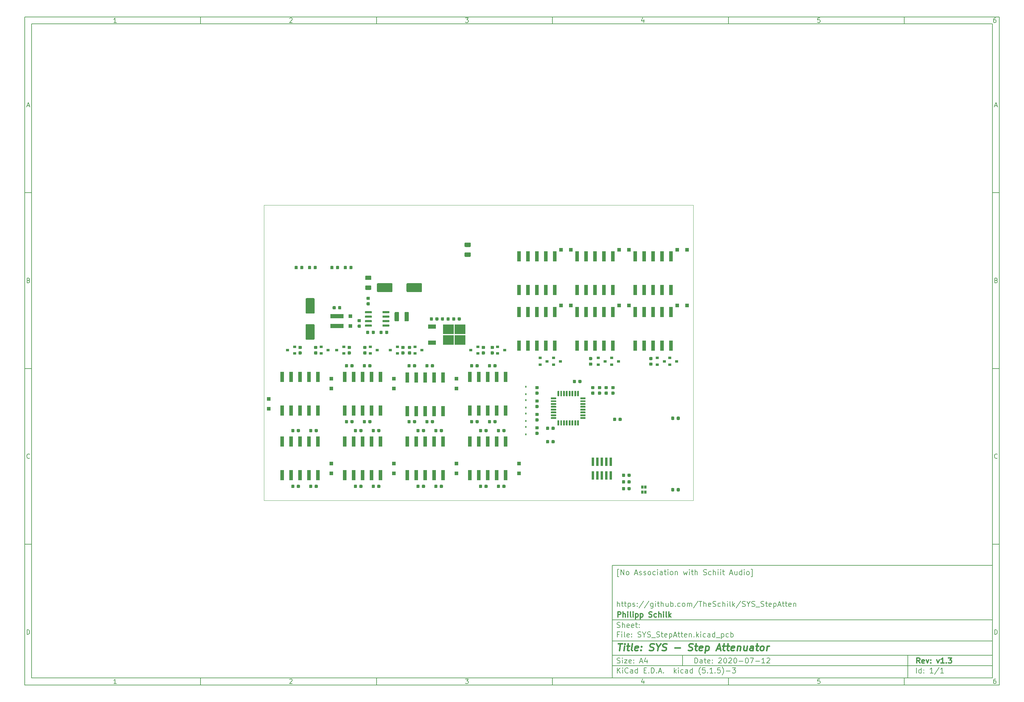
<source format=gbr>
G04 #@! TF.GenerationSoftware,KiCad,Pcbnew,(5.1.5)-3*
G04 #@! TF.CreationDate,2020-08-30T21:04:46+02:00*
G04 #@! TF.ProjectId,SYS_StepAtten,5359535f-5374-4657-9041-7474656e2e6b,v1.3*
G04 #@! TF.SameCoordinates,Original*
G04 #@! TF.FileFunction,Paste,Top*
G04 #@! TF.FilePolarity,Positive*
%FSLAX46Y46*%
G04 Gerber Fmt 4.6, Leading zero omitted, Abs format (unit mm)*
G04 Created by KiCad (PCBNEW (5.1.5)-3) date 2020-08-30 21:04:46*
%MOMM*%
%LPD*%
G04 APERTURE LIST*
%ADD10C,0.100000*%
%ADD11C,0.150000*%
%ADD12C,0.300000*%
%ADD13C,0.400000*%
%ADD14C,0.050000*%
%ADD15R,0.650000X0.850000*%
%ADD16R,3.700000X1.200000*%
%ADD17R,1.100000X1.100000*%
%ADD18R,0.450000X0.600000*%
%ADD19R,0.990600X2.946400*%
%ADD20R,0.740000X2.400000*%
%ADD21R,0.900000X0.800000*%
%ADD22R,2.200000X1.200000*%
%ADD23R,3.050000X2.750000*%
G04 APERTURE END LIST*
D10*
D11*
X177002200Y-166007200D02*
X177002200Y-198007200D01*
X285002200Y-198007200D01*
X285002200Y-166007200D01*
X177002200Y-166007200D01*
D10*
D11*
X10000000Y-10000000D02*
X10000000Y-200007200D01*
X287002200Y-200007200D01*
X287002200Y-10000000D01*
X10000000Y-10000000D01*
D10*
D11*
X12000000Y-12000000D02*
X12000000Y-198007200D01*
X285002200Y-198007200D01*
X285002200Y-12000000D01*
X12000000Y-12000000D01*
D10*
D11*
X60000000Y-12000000D02*
X60000000Y-10000000D01*
D10*
D11*
X110000000Y-12000000D02*
X110000000Y-10000000D01*
D10*
D11*
X160000000Y-12000000D02*
X160000000Y-10000000D01*
D10*
D11*
X210000000Y-12000000D02*
X210000000Y-10000000D01*
D10*
D11*
X260000000Y-12000000D02*
X260000000Y-10000000D01*
D10*
D11*
X36065476Y-11588095D02*
X35322619Y-11588095D01*
X35694047Y-11588095D02*
X35694047Y-10288095D01*
X35570238Y-10473809D01*
X35446428Y-10597619D01*
X35322619Y-10659523D01*
D10*
D11*
X85322619Y-10411904D02*
X85384523Y-10350000D01*
X85508333Y-10288095D01*
X85817857Y-10288095D01*
X85941666Y-10350000D01*
X86003571Y-10411904D01*
X86065476Y-10535714D01*
X86065476Y-10659523D01*
X86003571Y-10845238D01*
X85260714Y-11588095D01*
X86065476Y-11588095D01*
D10*
D11*
X135260714Y-10288095D02*
X136065476Y-10288095D01*
X135632142Y-10783333D01*
X135817857Y-10783333D01*
X135941666Y-10845238D01*
X136003571Y-10907142D01*
X136065476Y-11030952D01*
X136065476Y-11340476D01*
X136003571Y-11464285D01*
X135941666Y-11526190D01*
X135817857Y-11588095D01*
X135446428Y-11588095D01*
X135322619Y-11526190D01*
X135260714Y-11464285D01*
D10*
D11*
X185941666Y-10721428D02*
X185941666Y-11588095D01*
X185632142Y-10226190D02*
X185322619Y-11154761D01*
X186127380Y-11154761D01*
D10*
D11*
X236003571Y-10288095D02*
X235384523Y-10288095D01*
X235322619Y-10907142D01*
X235384523Y-10845238D01*
X235508333Y-10783333D01*
X235817857Y-10783333D01*
X235941666Y-10845238D01*
X236003571Y-10907142D01*
X236065476Y-11030952D01*
X236065476Y-11340476D01*
X236003571Y-11464285D01*
X235941666Y-11526190D01*
X235817857Y-11588095D01*
X235508333Y-11588095D01*
X235384523Y-11526190D01*
X235322619Y-11464285D01*
D10*
D11*
X285941666Y-10288095D02*
X285694047Y-10288095D01*
X285570238Y-10350000D01*
X285508333Y-10411904D01*
X285384523Y-10597619D01*
X285322619Y-10845238D01*
X285322619Y-11340476D01*
X285384523Y-11464285D01*
X285446428Y-11526190D01*
X285570238Y-11588095D01*
X285817857Y-11588095D01*
X285941666Y-11526190D01*
X286003571Y-11464285D01*
X286065476Y-11340476D01*
X286065476Y-11030952D01*
X286003571Y-10907142D01*
X285941666Y-10845238D01*
X285817857Y-10783333D01*
X285570238Y-10783333D01*
X285446428Y-10845238D01*
X285384523Y-10907142D01*
X285322619Y-11030952D01*
D10*
D11*
X60000000Y-198007200D02*
X60000000Y-200007200D01*
D10*
D11*
X110000000Y-198007200D02*
X110000000Y-200007200D01*
D10*
D11*
X160000000Y-198007200D02*
X160000000Y-200007200D01*
D10*
D11*
X210000000Y-198007200D02*
X210000000Y-200007200D01*
D10*
D11*
X260000000Y-198007200D02*
X260000000Y-200007200D01*
D10*
D11*
X36065476Y-199595295D02*
X35322619Y-199595295D01*
X35694047Y-199595295D02*
X35694047Y-198295295D01*
X35570238Y-198481009D01*
X35446428Y-198604819D01*
X35322619Y-198666723D01*
D10*
D11*
X85322619Y-198419104D02*
X85384523Y-198357200D01*
X85508333Y-198295295D01*
X85817857Y-198295295D01*
X85941666Y-198357200D01*
X86003571Y-198419104D01*
X86065476Y-198542914D01*
X86065476Y-198666723D01*
X86003571Y-198852438D01*
X85260714Y-199595295D01*
X86065476Y-199595295D01*
D10*
D11*
X135260714Y-198295295D02*
X136065476Y-198295295D01*
X135632142Y-198790533D01*
X135817857Y-198790533D01*
X135941666Y-198852438D01*
X136003571Y-198914342D01*
X136065476Y-199038152D01*
X136065476Y-199347676D01*
X136003571Y-199471485D01*
X135941666Y-199533390D01*
X135817857Y-199595295D01*
X135446428Y-199595295D01*
X135322619Y-199533390D01*
X135260714Y-199471485D01*
D10*
D11*
X185941666Y-198728628D02*
X185941666Y-199595295D01*
X185632142Y-198233390D02*
X185322619Y-199161961D01*
X186127380Y-199161961D01*
D10*
D11*
X236003571Y-198295295D02*
X235384523Y-198295295D01*
X235322619Y-198914342D01*
X235384523Y-198852438D01*
X235508333Y-198790533D01*
X235817857Y-198790533D01*
X235941666Y-198852438D01*
X236003571Y-198914342D01*
X236065476Y-199038152D01*
X236065476Y-199347676D01*
X236003571Y-199471485D01*
X235941666Y-199533390D01*
X235817857Y-199595295D01*
X235508333Y-199595295D01*
X235384523Y-199533390D01*
X235322619Y-199471485D01*
D10*
D11*
X285941666Y-198295295D02*
X285694047Y-198295295D01*
X285570238Y-198357200D01*
X285508333Y-198419104D01*
X285384523Y-198604819D01*
X285322619Y-198852438D01*
X285322619Y-199347676D01*
X285384523Y-199471485D01*
X285446428Y-199533390D01*
X285570238Y-199595295D01*
X285817857Y-199595295D01*
X285941666Y-199533390D01*
X286003571Y-199471485D01*
X286065476Y-199347676D01*
X286065476Y-199038152D01*
X286003571Y-198914342D01*
X285941666Y-198852438D01*
X285817857Y-198790533D01*
X285570238Y-198790533D01*
X285446428Y-198852438D01*
X285384523Y-198914342D01*
X285322619Y-199038152D01*
D10*
D11*
X10000000Y-60000000D02*
X12000000Y-60000000D01*
D10*
D11*
X10000000Y-110000000D02*
X12000000Y-110000000D01*
D10*
D11*
X10000000Y-160000000D02*
X12000000Y-160000000D01*
D10*
D11*
X10690476Y-35216666D02*
X11309523Y-35216666D01*
X10566666Y-35588095D02*
X11000000Y-34288095D01*
X11433333Y-35588095D01*
D10*
D11*
X11092857Y-84907142D02*
X11278571Y-84969047D01*
X11340476Y-85030952D01*
X11402380Y-85154761D01*
X11402380Y-85340476D01*
X11340476Y-85464285D01*
X11278571Y-85526190D01*
X11154761Y-85588095D01*
X10659523Y-85588095D01*
X10659523Y-84288095D01*
X11092857Y-84288095D01*
X11216666Y-84350000D01*
X11278571Y-84411904D01*
X11340476Y-84535714D01*
X11340476Y-84659523D01*
X11278571Y-84783333D01*
X11216666Y-84845238D01*
X11092857Y-84907142D01*
X10659523Y-84907142D01*
D10*
D11*
X11402380Y-135464285D02*
X11340476Y-135526190D01*
X11154761Y-135588095D01*
X11030952Y-135588095D01*
X10845238Y-135526190D01*
X10721428Y-135402380D01*
X10659523Y-135278571D01*
X10597619Y-135030952D01*
X10597619Y-134845238D01*
X10659523Y-134597619D01*
X10721428Y-134473809D01*
X10845238Y-134350000D01*
X11030952Y-134288095D01*
X11154761Y-134288095D01*
X11340476Y-134350000D01*
X11402380Y-134411904D01*
D10*
D11*
X10659523Y-185588095D02*
X10659523Y-184288095D01*
X10969047Y-184288095D01*
X11154761Y-184350000D01*
X11278571Y-184473809D01*
X11340476Y-184597619D01*
X11402380Y-184845238D01*
X11402380Y-185030952D01*
X11340476Y-185278571D01*
X11278571Y-185402380D01*
X11154761Y-185526190D01*
X10969047Y-185588095D01*
X10659523Y-185588095D01*
D10*
D11*
X287002200Y-60000000D02*
X285002200Y-60000000D01*
D10*
D11*
X287002200Y-110000000D02*
X285002200Y-110000000D01*
D10*
D11*
X287002200Y-160000000D02*
X285002200Y-160000000D01*
D10*
D11*
X285692676Y-35216666D02*
X286311723Y-35216666D01*
X285568866Y-35588095D02*
X286002200Y-34288095D01*
X286435533Y-35588095D01*
D10*
D11*
X286095057Y-84907142D02*
X286280771Y-84969047D01*
X286342676Y-85030952D01*
X286404580Y-85154761D01*
X286404580Y-85340476D01*
X286342676Y-85464285D01*
X286280771Y-85526190D01*
X286156961Y-85588095D01*
X285661723Y-85588095D01*
X285661723Y-84288095D01*
X286095057Y-84288095D01*
X286218866Y-84350000D01*
X286280771Y-84411904D01*
X286342676Y-84535714D01*
X286342676Y-84659523D01*
X286280771Y-84783333D01*
X286218866Y-84845238D01*
X286095057Y-84907142D01*
X285661723Y-84907142D01*
D10*
D11*
X286404580Y-135464285D02*
X286342676Y-135526190D01*
X286156961Y-135588095D01*
X286033152Y-135588095D01*
X285847438Y-135526190D01*
X285723628Y-135402380D01*
X285661723Y-135278571D01*
X285599819Y-135030952D01*
X285599819Y-134845238D01*
X285661723Y-134597619D01*
X285723628Y-134473809D01*
X285847438Y-134350000D01*
X286033152Y-134288095D01*
X286156961Y-134288095D01*
X286342676Y-134350000D01*
X286404580Y-134411904D01*
D10*
D11*
X285661723Y-185588095D02*
X285661723Y-184288095D01*
X285971247Y-184288095D01*
X286156961Y-184350000D01*
X286280771Y-184473809D01*
X286342676Y-184597619D01*
X286404580Y-184845238D01*
X286404580Y-185030952D01*
X286342676Y-185278571D01*
X286280771Y-185402380D01*
X286156961Y-185526190D01*
X285971247Y-185588095D01*
X285661723Y-185588095D01*
D10*
D11*
X200434342Y-193785771D02*
X200434342Y-192285771D01*
X200791485Y-192285771D01*
X201005771Y-192357200D01*
X201148628Y-192500057D01*
X201220057Y-192642914D01*
X201291485Y-192928628D01*
X201291485Y-193142914D01*
X201220057Y-193428628D01*
X201148628Y-193571485D01*
X201005771Y-193714342D01*
X200791485Y-193785771D01*
X200434342Y-193785771D01*
X202577200Y-193785771D02*
X202577200Y-193000057D01*
X202505771Y-192857200D01*
X202362914Y-192785771D01*
X202077200Y-192785771D01*
X201934342Y-192857200D01*
X202577200Y-193714342D02*
X202434342Y-193785771D01*
X202077200Y-193785771D01*
X201934342Y-193714342D01*
X201862914Y-193571485D01*
X201862914Y-193428628D01*
X201934342Y-193285771D01*
X202077200Y-193214342D01*
X202434342Y-193214342D01*
X202577200Y-193142914D01*
X203077200Y-192785771D02*
X203648628Y-192785771D01*
X203291485Y-192285771D02*
X203291485Y-193571485D01*
X203362914Y-193714342D01*
X203505771Y-193785771D01*
X203648628Y-193785771D01*
X204720057Y-193714342D02*
X204577200Y-193785771D01*
X204291485Y-193785771D01*
X204148628Y-193714342D01*
X204077200Y-193571485D01*
X204077200Y-193000057D01*
X204148628Y-192857200D01*
X204291485Y-192785771D01*
X204577200Y-192785771D01*
X204720057Y-192857200D01*
X204791485Y-193000057D01*
X204791485Y-193142914D01*
X204077200Y-193285771D01*
X205434342Y-193642914D02*
X205505771Y-193714342D01*
X205434342Y-193785771D01*
X205362914Y-193714342D01*
X205434342Y-193642914D01*
X205434342Y-193785771D01*
X205434342Y-192857200D02*
X205505771Y-192928628D01*
X205434342Y-193000057D01*
X205362914Y-192928628D01*
X205434342Y-192857200D01*
X205434342Y-193000057D01*
X207220057Y-192428628D02*
X207291485Y-192357200D01*
X207434342Y-192285771D01*
X207791485Y-192285771D01*
X207934342Y-192357200D01*
X208005771Y-192428628D01*
X208077200Y-192571485D01*
X208077200Y-192714342D01*
X208005771Y-192928628D01*
X207148628Y-193785771D01*
X208077200Y-193785771D01*
X209005771Y-192285771D02*
X209148628Y-192285771D01*
X209291485Y-192357200D01*
X209362914Y-192428628D01*
X209434342Y-192571485D01*
X209505771Y-192857200D01*
X209505771Y-193214342D01*
X209434342Y-193500057D01*
X209362914Y-193642914D01*
X209291485Y-193714342D01*
X209148628Y-193785771D01*
X209005771Y-193785771D01*
X208862914Y-193714342D01*
X208791485Y-193642914D01*
X208720057Y-193500057D01*
X208648628Y-193214342D01*
X208648628Y-192857200D01*
X208720057Y-192571485D01*
X208791485Y-192428628D01*
X208862914Y-192357200D01*
X209005771Y-192285771D01*
X210077200Y-192428628D02*
X210148628Y-192357200D01*
X210291485Y-192285771D01*
X210648628Y-192285771D01*
X210791485Y-192357200D01*
X210862914Y-192428628D01*
X210934342Y-192571485D01*
X210934342Y-192714342D01*
X210862914Y-192928628D01*
X210005771Y-193785771D01*
X210934342Y-193785771D01*
X211862914Y-192285771D02*
X212005771Y-192285771D01*
X212148628Y-192357200D01*
X212220057Y-192428628D01*
X212291485Y-192571485D01*
X212362914Y-192857200D01*
X212362914Y-193214342D01*
X212291485Y-193500057D01*
X212220057Y-193642914D01*
X212148628Y-193714342D01*
X212005771Y-193785771D01*
X211862914Y-193785771D01*
X211720057Y-193714342D01*
X211648628Y-193642914D01*
X211577200Y-193500057D01*
X211505771Y-193214342D01*
X211505771Y-192857200D01*
X211577200Y-192571485D01*
X211648628Y-192428628D01*
X211720057Y-192357200D01*
X211862914Y-192285771D01*
X213005771Y-193214342D02*
X214148628Y-193214342D01*
X215148628Y-192285771D02*
X215291485Y-192285771D01*
X215434342Y-192357200D01*
X215505771Y-192428628D01*
X215577200Y-192571485D01*
X215648628Y-192857200D01*
X215648628Y-193214342D01*
X215577200Y-193500057D01*
X215505771Y-193642914D01*
X215434342Y-193714342D01*
X215291485Y-193785771D01*
X215148628Y-193785771D01*
X215005771Y-193714342D01*
X214934342Y-193642914D01*
X214862914Y-193500057D01*
X214791485Y-193214342D01*
X214791485Y-192857200D01*
X214862914Y-192571485D01*
X214934342Y-192428628D01*
X215005771Y-192357200D01*
X215148628Y-192285771D01*
X216148628Y-192285771D02*
X217148628Y-192285771D01*
X216505771Y-193785771D01*
X217720057Y-193214342D02*
X218862914Y-193214342D01*
X220362914Y-193785771D02*
X219505771Y-193785771D01*
X219934342Y-193785771D02*
X219934342Y-192285771D01*
X219791485Y-192500057D01*
X219648628Y-192642914D01*
X219505771Y-192714342D01*
X220934342Y-192428628D02*
X221005771Y-192357200D01*
X221148628Y-192285771D01*
X221505771Y-192285771D01*
X221648628Y-192357200D01*
X221720057Y-192428628D01*
X221791485Y-192571485D01*
X221791485Y-192714342D01*
X221720057Y-192928628D01*
X220862914Y-193785771D01*
X221791485Y-193785771D01*
D10*
D11*
X177002200Y-194507200D02*
X285002200Y-194507200D01*
D10*
D11*
X178434342Y-196585771D02*
X178434342Y-195085771D01*
X179291485Y-196585771D02*
X178648628Y-195728628D01*
X179291485Y-195085771D02*
X178434342Y-195942914D01*
X179934342Y-196585771D02*
X179934342Y-195585771D01*
X179934342Y-195085771D02*
X179862914Y-195157200D01*
X179934342Y-195228628D01*
X180005771Y-195157200D01*
X179934342Y-195085771D01*
X179934342Y-195228628D01*
X181505771Y-196442914D02*
X181434342Y-196514342D01*
X181220057Y-196585771D01*
X181077200Y-196585771D01*
X180862914Y-196514342D01*
X180720057Y-196371485D01*
X180648628Y-196228628D01*
X180577200Y-195942914D01*
X180577200Y-195728628D01*
X180648628Y-195442914D01*
X180720057Y-195300057D01*
X180862914Y-195157200D01*
X181077200Y-195085771D01*
X181220057Y-195085771D01*
X181434342Y-195157200D01*
X181505771Y-195228628D01*
X182791485Y-196585771D02*
X182791485Y-195800057D01*
X182720057Y-195657200D01*
X182577200Y-195585771D01*
X182291485Y-195585771D01*
X182148628Y-195657200D01*
X182791485Y-196514342D02*
X182648628Y-196585771D01*
X182291485Y-196585771D01*
X182148628Y-196514342D01*
X182077200Y-196371485D01*
X182077200Y-196228628D01*
X182148628Y-196085771D01*
X182291485Y-196014342D01*
X182648628Y-196014342D01*
X182791485Y-195942914D01*
X184148628Y-196585771D02*
X184148628Y-195085771D01*
X184148628Y-196514342D02*
X184005771Y-196585771D01*
X183720057Y-196585771D01*
X183577200Y-196514342D01*
X183505771Y-196442914D01*
X183434342Y-196300057D01*
X183434342Y-195871485D01*
X183505771Y-195728628D01*
X183577200Y-195657200D01*
X183720057Y-195585771D01*
X184005771Y-195585771D01*
X184148628Y-195657200D01*
X186005771Y-195800057D02*
X186505771Y-195800057D01*
X186720057Y-196585771D02*
X186005771Y-196585771D01*
X186005771Y-195085771D01*
X186720057Y-195085771D01*
X187362914Y-196442914D02*
X187434342Y-196514342D01*
X187362914Y-196585771D01*
X187291485Y-196514342D01*
X187362914Y-196442914D01*
X187362914Y-196585771D01*
X188077200Y-196585771D02*
X188077200Y-195085771D01*
X188434342Y-195085771D01*
X188648628Y-195157200D01*
X188791485Y-195300057D01*
X188862914Y-195442914D01*
X188934342Y-195728628D01*
X188934342Y-195942914D01*
X188862914Y-196228628D01*
X188791485Y-196371485D01*
X188648628Y-196514342D01*
X188434342Y-196585771D01*
X188077200Y-196585771D01*
X189577200Y-196442914D02*
X189648628Y-196514342D01*
X189577200Y-196585771D01*
X189505771Y-196514342D01*
X189577200Y-196442914D01*
X189577200Y-196585771D01*
X190220057Y-196157200D02*
X190934342Y-196157200D01*
X190077200Y-196585771D02*
X190577200Y-195085771D01*
X191077200Y-196585771D01*
X191577200Y-196442914D02*
X191648628Y-196514342D01*
X191577200Y-196585771D01*
X191505771Y-196514342D01*
X191577200Y-196442914D01*
X191577200Y-196585771D01*
X194577200Y-196585771D02*
X194577200Y-195085771D01*
X194720057Y-196014342D02*
X195148628Y-196585771D01*
X195148628Y-195585771D02*
X194577200Y-196157200D01*
X195791485Y-196585771D02*
X195791485Y-195585771D01*
X195791485Y-195085771D02*
X195720057Y-195157200D01*
X195791485Y-195228628D01*
X195862914Y-195157200D01*
X195791485Y-195085771D01*
X195791485Y-195228628D01*
X197148628Y-196514342D02*
X197005771Y-196585771D01*
X196720057Y-196585771D01*
X196577200Y-196514342D01*
X196505771Y-196442914D01*
X196434342Y-196300057D01*
X196434342Y-195871485D01*
X196505771Y-195728628D01*
X196577200Y-195657200D01*
X196720057Y-195585771D01*
X197005771Y-195585771D01*
X197148628Y-195657200D01*
X198434342Y-196585771D02*
X198434342Y-195800057D01*
X198362914Y-195657200D01*
X198220057Y-195585771D01*
X197934342Y-195585771D01*
X197791485Y-195657200D01*
X198434342Y-196514342D02*
X198291485Y-196585771D01*
X197934342Y-196585771D01*
X197791485Y-196514342D01*
X197720057Y-196371485D01*
X197720057Y-196228628D01*
X197791485Y-196085771D01*
X197934342Y-196014342D01*
X198291485Y-196014342D01*
X198434342Y-195942914D01*
X199791485Y-196585771D02*
X199791485Y-195085771D01*
X199791485Y-196514342D02*
X199648628Y-196585771D01*
X199362914Y-196585771D01*
X199220057Y-196514342D01*
X199148628Y-196442914D01*
X199077200Y-196300057D01*
X199077200Y-195871485D01*
X199148628Y-195728628D01*
X199220057Y-195657200D01*
X199362914Y-195585771D01*
X199648628Y-195585771D01*
X199791485Y-195657200D01*
X202077200Y-197157200D02*
X202005771Y-197085771D01*
X201862914Y-196871485D01*
X201791485Y-196728628D01*
X201720057Y-196514342D01*
X201648628Y-196157200D01*
X201648628Y-195871485D01*
X201720057Y-195514342D01*
X201791485Y-195300057D01*
X201862914Y-195157200D01*
X202005771Y-194942914D01*
X202077200Y-194871485D01*
X203362914Y-195085771D02*
X202648628Y-195085771D01*
X202577200Y-195800057D01*
X202648628Y-195728628D01*
X202791485Y-195657200D01*
X203148628Y-195657200D01*
X203291485Y-195728628D01*
X203362914Y-195800057D01*
X203434342Y-195942914D01*
X203434342Y-196300057D01*
X203362914Y-196442914D01*
X203291485Y-196514342D01*
X203148628Y-196585771D01*
X202791485Y-196585771D01*
X202648628Y-196514342D01*
X202577200Y-196442914D01*
X204077200Y-196442914D02*
X204148628Y-196514342D01*
X204077200Y-196585771D01*
X204005771Y-196514342D01*
X204077200Y-196442914D01*
X204077200Y-196585771D01*
X205577200Y-196585771D02*
X204720057Y-196585771D01*
X205148628Y-196585771D02*
X205148628Y-195085771D01*
X205005771Y-195300057D01*
X204862914Y-195442914D01*
X204720057Y-195514342D01*
X206220057Y-196442914D02*
X206291485Y-196514342D01*
X206220057Y-196585771D01*
X206148628Y-196514342D01*
X206220057Y-196442914D01*
X206220057Y-196585771D01*
X207648628Y-195085771D02*
X206934342Y-195085771D01*
X206862914Y-195800057D01*
X206934342Y-195728628D01*
X207077200Y-195657200D01*
X207434342Y-195657200D01*
X207577200Y-195728628D01*
X207648628Y-195800057D01*
X207720057Y-195942914D01*
X207720057Y-196300057D01*
X207648628Y-196442914D01*
X207577200Y-196514342D01*
X207434342Y-196585771D01*
X207077200Y-196585771D01*
X206934342Y-196514342D01*
X206862914Y-196442914D01*
X208220057Y-197157200D02*
X208291485Y-197085771D01*
X208434342Y-196871485D01*
X208505771Y-196728628D01*
X208577200Y-196514342D01*
X208648628Y-196157200D01*
X208648628Y-195871485D01*
X208577200Y-195514342D01*
X208505771Y-195300057D01*
X208434342Y-195157200D01*
X208291485Y-194942914D01*
X208220057Y-194871485D01*
X209362914Y-196014342D02*
X210505771Y-196014342D01*
X211077200Y-195085771D02*
X212005771Y-195085771D01*
X211505771Y-195657200D01*
X211720057Y-195657200D01*
X211862914Y-195728628D01*
X211934342Y-195800057D01*
X212005771Y-195942914D01*
X212005771Y-196300057D01*
X211934342Y-196442914D01*
X211862914Y-196514342D01*
X211720057Y-196585771D01*
X211291485Y-196585771D01*
X211148628Y-196514342D01*
X211077200Y-196442914D01*
D10*
D11*
X177002200Y-191507200D02*
X285002200Y-191507200D01*
D10*
D12*
X264411485Y-193785771D02*
X263911485Y-193071485D01*
X263554342Y-193785771D02*
X263554342Y-192285771D01*
X264125771Y-192285771D01*
X264268628Y-192357200D01*
X264340057Y-192428628D01*
X264411485Y-192571485D01*
X264411485Y-192785771D01*
X264340057Y-192928628D01*
X264268628Y-193000057D01*
X264125771Y-193071485D01*
X263554342Y-193071485D01*
X265625771Y-193714342D02*
X265482914Y-193785771D01*
X265197200Y-193785771D01*
X265054342Y-193714342D01*
X264982914Y-193571485D01*
X264982914Y-193000057D01*
X265054342Y-192857200D01*
X265197200Y-192785771D01*
X265482914Y-192785771D01*
X265625771Y-192857200D01*
X265697200Y-193000057D01*
X265697200Y-193142914D01*
X264982914Y-193285771D01*
X266197200Y-192785771D02*
X266554342Y-193785771D01*
X266911485Y-192785771D01*
X267482914Y-193642914D02*
X267554342Y-193714342D01*
X267482914Y-193785771D01*
X267411485Y-193714342D01*
X267482914Y-193642914D01*
X267482914Y-193785771D01*
X267482914Y-192857200D02*
X267554342Y-192928628D01*
X267482914Y-193000057D01*
X267411485Y-192928628D01*
X267482914Y-192857200D01*
X267482914Y-193000057D01*
X269197200Y-192785771D02*
X269554342Y-193785771D01*
X269911485Y-192785771D01*
X271268628Y-193785771D02*
X270411485Y-193785771D01*
X270840057Y-193785771D02*
X270840057Y-192285771D01*
X270697200Y-192500057D01*
X270554342Y-192642914D01*
X270411485Y-192714342D01*
X271911485Y-193642914D02*
X271982914Y-193714342D01*
X271911485Y-193785771D01*
X271840057Y-193714342D01*
X271911485Y-193642914D01*
X271911485Y-193785771D01*
X272482914Y-192285771D02*
X273411485Y-192285771D01*
X272911485Y-192857200D01*
X273125771Y-192857200D01*
X273268628Y-192928628D01*
X273340057Y-193000057D01*
X273411485Y-193142914D01*
X273411485Y-193500057D01*
X273340057Y-193642914D01*
X273268628Y-193714342D01*
X273125771Y-193785771D01*
X272697200Y-193785771D01*
X272554342Y-193714342D01*
X272482914Y-193642914D01*
D10*
D11*
X178362914Y-193714342D02*
X178577200Y-193785771D01*
X178934342Y-193785771D01*
X179077200Y-193714342D01*
X179148628Y-193642914D01*
X179220057Y-193500057D01*
X179220057Y-193357200D01*
X179148628Y-193214342D01*
X179077200Y-193142914D01*
X178934342Y-193071485D01*
X178648628Y-193000057D01*
X178505771Y-192928628D01*
X178434342Y-192857200D01*
X178362914Y-192714342D01*
X178362914Y-192571485D01*
X178434342Y-192428628D01*
X178505771Y-192357200D01*
X178648628Y-192285771D01*
X179005771Y-192285771D01*
X179220057Y-192357200D01*
X179862914Y-193785771D02*
X179862914Y-192785771D01*
X179862914Y-192285771D02*
X179791485Y-192357200D01*
X179862914Y-192428628D01*
X179934342Y-192357200D01*
X179862914Y-192285771D01*
X179862914Y-192428628D01*
X180434342Y-192785771D02*
X181220057Y-192785771D01*
X180434342Y-193785771D01*
X181220057Y-193785771D01*
X182362914Y-193714342D02*
X182220057Y-193785771D01*
X181934342Y-193785771D01*
X181791485Y-193714342D01*
X181720057Y-193571485D01*
X181720057Y-193000057D01*
X181791485Y-192857200D01*
X181934342Y-192785771D01*
X182220057Y-192785771D01*
X182362914Y-192857200D01*
X182434342Y-193000057D01*
X182434342Y-193142914D01*
X181720057Y-193285771D01*
X183077200Y-193642914D02*
X183148628Y-193714342D01*
X183077200Y-193785771D01*
X183005771Y-193714342D01*
X183077200Y-193642914D01*
X183077200Y-193785771D01*
X183077200Y-192857200D02*
X183148628Y-192928628D01*
X183077200Y-193000057D01*
X183005771Y-192928628D01*
X183077200Y-192857200D01*
X183077200Y-193000057D01*
X184862914Y-193357200D02*
X185577200Y-193357200D01*
X184720057Y-193785771D02*
X185220057Y-192285771D01*
X185720057Y-193785771D01*
X186862914Y-192785771D02*
X186862914Y-193785771D01*
X186505771Y-192214342D02*
X186148628Y-193285771D01*
X187077200Y-193285771D01*
D10*
D11*
X263434342Y-196585771D02*
X263434342Y-195085771D01*
X264791485Y-196585771D02*
X264791485Y-195085771D01*
X264791485Y-196514342D02*
X264648628Y-196585771D01*
X264362914Y-196585771D01*
X264220057Y-196514342D01*
X264148628Y-196442914D01*
X264077200Y-196300057D01*
X264077200Y-195871485D01*
X264148628Y-195728628D01*
X264220057Y-195657200D01*
X264362914Y-195585771D01*
X264648628Y-195585771D01*
X264791485Y-195657200D01*
X265505771Y-196442914D02*
X265577200Y-196514342D01*
X265505771Y-196585771D01*
X265434342Y-196514342D01*
X265505771Y-196442914D01*
X265505771Y-196585771D01*
X265505771Y-195657200D02*
X265577200Y-195728628D01*
X265505771Y-195800057D01*
X265434342Y-195728628D01*
X265505771Y-195657200D01*
X265505771Y-195800057D01*
X268148628Y-196585771D02*
X267291485Y-196585771D01*
X267720057Y-196585771D02*
X267720057Y-195085771D01*
X267577200Y-195300057D01*
X267434342Y-195442914D01*
X267291485Y-195514342D01*
X269862914Y-195014342D02*
X268577200Y-196942914D01*
X271148628Y-196585771D02*
X270291485Y-196585771D01*
X270720057Y-196585771D02*
X270720057Y-195085771D01*
X270577200Y-195300057D01*
X270434342Y-195442914D01*
X270291485Y-195514342D01*
D10*
D11*
X177002200Y-187507200D02*
X285002200Y-187507200D01*
D10*
D13*
X178714580Y-188211961D02*
X179857438Y-188211961D01*
X179036009Y-190211961D02*
X179286009Y-188211961D01*
X180274104Y-190211961D02*
X180440771Y-188878628D01*
X180524104Y-188211961D02*
X180416961Y-188307200D01*
X180500295Y-188402438D01*
X180607438Y-188307200D01*
X180524104Y-188211961D01*
X180500295Y-188402438D01*
X181107438Y-188878628D02*
X181869342Y-188878628D01*
X181476485Y-188211961D02*
X181262200Y-189926247D01*
X181333628Y-190116723D01*
X181512200Y-190211961D01*
X181702676Y-190211961D01*
X182655057Y-190211961D02*
X182476485Y-190116723D01*
X182405057Y-189926247D01*
X182619342Y-188211961D01*
X184190771Y-190116723D02*
X183988390Y-190211961D01*
X183607438Y-190211961D01*
X183428866Y-190116723D01*
X183357438Y-189926247D01*
X183452676Y-189164342D01*
X183571723Y-188973866D01*
X183774104Y-188878628D01*
X184155057Y-188878628D01*
X184333628Y-188973866D01*
X184405057Y-189164342D01*
X184381247Y-189354819D01*
X183405057Y-189545295D01*
X185155057Y-190021485D02*
X185238390Y-190116723D01*
X185131247Y-190211961D01*
X185047914Y-190116723D01*
X185155057Y-190021485D01*
X185131247Y-190211961D01*
X185286009Y-188973866D02*
X185369342Y-189069104D01*
X185262200Y-189164342D01*
X185178866Y-189069104D01*
X185286009Y-188973866D01*
X185262200Y-189164342D01*
X187524104Y-190116723D02*
X187797914Y-190211961D01*
X188274104Y-190211961D01*
X188476485Y-190116723D01*
X188583628Y-190021485D01*
X188702676Y-189831009D01*
X188726485Y-189640533D01*
X188655057Y-189450057D01*
X188571723Y-189354819D01*
X188393152Y-189259580D01*
X188024104Y-189164342D01*
X187845533Y-189069104D01*
X187762200Y-188973866D01*
X187690771Y-188783390D01*
X187714580Y-188592914D01*
X187833628Y-188402438D01*
X187940771Y-188307200D01*
X188143152Y-188211961D01*
X188619342Y-188211961D01*
X188893152Y-188307200D01*
X190012200Y-189259580D02*
X189893152Y-190211961D01*
X189476485Y-188211961D02*
X190012200Y-189259580D01*
X190809819Y-188211961D01*
X191143152Y-190116723D02*
X191416961Y-190211961D01*
X191893152Y-190211961D01*
X192095533Y-190116723D01*
X192202676Y-190021485D01*
X192321723Y-189831009D01*
X192345533Y-189640533D01*
X192274104Y-189450057D01*
X192190771Y-189354819D01*
X192012200Y-189259580D01*
X191643152Y-189164342D01*
X191464580Y-189069104D01*
X191381247Y-188973866D01*
X191309819Y-188783390D01*
X191333628Y-188592914D01*
X191452676Y-188402438D01*
X191559819Y-188307200D01*
X191762200Y-188211961D01*
X192238390Y-188211961D01*
X192512200Y-188307200D01*
X194750295Y-189450057D02*
X196274104Y-189450057D01*
X198571723Y-190116723D02*
X198845533Y-190211961D01*
X199321723Y-190211961D01*
X199524104Y-190116723D01*
X199631247Y-190021485D01*
X199750295Y-189831009D01*
X199774104Y-189640533D01*
X199702676Y-189450057D01*
X199619342Y-189354819D01*
X199440771Y-189259580D01*
X199071723Y-189164342D01*
X198893152Y-189069104D01*
X198809819Y-188973866D01*
X198738390Y-188783390D01*
X198762200Y-188592914D01*
X198881247Y-188402438D01*
X198988390Y-188307200D01*
X199190771Y-188211961D01*
X199666961Y-188211961D01*
X199940771Y-188307200D01*
X200440771Y-188878628D02*
X201202676Y-188878628D01*
X200809819Y-188211961D02*
X200595533Y-189926247D01*
X200666961Y-190116723D01*
X200845533Y-190211961D01*
X201036009Y-190211961D01*
X202476485Y-190116723D02*
X202274104Y-190211961D01*
X201893152Y-190211961D01*
X201714580Y-190116723D01*
X201643152Y-189926247D01*
X201738390Y-189164342D01*
X201857438Y-188973866D01*
X202059819Y-188878628D01*
X202440771Y-188878628D01*
X202619342Y-188973866D01*
X202690771Y-189164342D01*
X202666961Y-189354819D01*
X201690771Y-189545295D01*
X203583628Y-188878628D02*
X203333628Y-190878628D01*
X203571723Y-188973866D02*
X203774104Y-188878628D01*
X204155057Y-188878628D01*
X204333628Y-188973866D01*
X204416961Y-189069104D01*
X204488390Y-189259580D01*
X204416961Y-189831009D01*
X204297914Y-190021485D01*
X204190771Y-190116723D01*
X203988390Y-190211961D01*
X203607438Y-190211961D01*
X203428866Y-190116723D01*
X206726485Y-189640533D02*
X207678866Y-189640533D01*
X206464580Y-190211961D02*
X207381247Y-188211961D01*
X207797914Y-190211961D01*
X208345533Y-188878628D02*
X209107438Y-188878628D01*
X208714580Y-188211961D02*
X208500295Y-189926247D01*
X208571723Y-190116723D01*
X208750295Y-190211961D01*
X208940771Y-190211961D01*
X209488390Y-188878628D02*
X210250295Y-188878628D01*
X209857438Y-188211961D02*
X209643152Y-189926247D01*
X209714580Y-190116723D01*
X209893152Y-190211961D01*
X210083628Y-190211961D01*
X211524104Y-190116723D02*
X211321723Y-190211961D01*
X210940771Y-190211961D01*
X210762200Y-190116723D01*
X210690771Y-189926247D01*
X210786009Y-189164342D01*
X210905057Y-188973866D01*
X211107438Y-188878628D01*
X211488390Y-188878628D01*
X211666961Y-188973866D01*
X211738390Y-189164342D01*
X211714580Y-189354819D01*
X210738390Y-189545295D01*
X212631247Y-188878628D02*
X212464580Y-190211961D01*
X212607438Y-189069104D02*
X212714580Y-188973866D01*
X212916961Y-188878628D01*
X213202676Y-188878628D01*
X213381247Y-188973866D01*
X213452676Y-189164342D01*
X213321723Y-190211961D01*
X215297914Y-188878628D02*
X215131247Y-190211961D01*
X214440771Y-188878628D02*
X214309819Y-189926247D01*
X214381247Y-190116723D01*
X214559819Y-190211961D01*
X214845533Y-190211961D01*
X215047914Y-190116723D01*
X215155057Y-190021485D01*
X216940771Y-190211961D02*
X217071723Y-189164342D01*
X217000295Y-188973866D01*
X216821723Y-188878628D01*
X216440771Y-188878628D01*
X216238390Y-188973866D01*
X216952676Y-190116723D02*
X216750295Y-190211961D01*
X216274104Y-190211961D01*
X216095533Y-190116723D01*
X216024104Y-189926247D01*
X216047914Y-189735771D01*
X216166961Y-189545295D01*
X216369342Y-189450057D01*
X216845533Y-189450057D01*
X217047914Y-189354819D01*
X217774104Y-188878628D02*
X218536009Y-188878628D01*
X218143152Y-188211961D02*
X217928866Y-189926247D01*
X218000295Y-190116723D01*
X218178866Y-190211961D01*
X218369342Y-190211961D01*
X219321723Y-190211961D02*
X219143152Y-190116723D01*
X219059819Y-190021485D01*
X218988390Y-189831009D01*
X219059819Y-189259580D01*
X219178866Y-189069104D01*
X219286009Y-188973866D01*
X219488390Y-188878628D01*
X219774104Y-188878628D01*
X219952676Y-188973866D01*
X220036009Y-189069104D01*
X220107438Y-189259580D01*
X220036009Y-189831009D01*
X219916961Y-190021485D01*
X219809819Y-190116723D01*
X219607438Y-190211961D01*
X219321723Y-190211961D01*
X220845533Y-190211961D02*
X221012199Y-188878628D01*
X220964580Y-189259580D02*
X221083628Y-189069104D01*
X221190771Y-188973866D01*
X221393152Y-188878628D01*
X221583628Y-188878628D01*
D10*
D11*
X178934342Y-185600057D02*
X178434342Y-185600057D01*
X178434342Y-186385771D02*
X178434342Y-184885771D01*
X179148628Y-184885771D01*
X179720057Y-186385771D02*
X179720057Y-185385771D01*
X179720057Y-184885771D02*
X179648628Y-184957200D01*
X179720057Y-185028628D01*
X179791485Y-184957200D01*
X179720057Y-184885771D01*
X179720057Y-185028628D01*
X180648628Y-186385771D02*
X180505771Y-186314342D01*
X180434342Y-186171485D01*
X180434342Y-184885771D01*
X181791485Y-186314342D02*
X181648628Y-186385771D01*
X181362914Y-186385771D01*
X181220057Y-186314342D01*
X181148628Y-186171485D01*
X181148628Y-185600057D01*
X181220057Y-185457200D01*
X181362914Y-185385771D01*
X181648628Y-185385771D01*
X181791485Y-185457200D01*
X181862914Y-185600057D01*
X181862914Y-185742914D01*
X181148628Y-185885771D01*
X182505771Y-186242914D02*
X182577200Y-186314342D01*
X182505771Y-186385771D01*
X182434342Y-186314342D01*
X182505771Y-186242914D01*
X182505771Y-186385771D01*
X182505771Y-185457200D02*
X182577200Y-185528628D01*
X182505771Y-185600057D01*
X182434342Y-185528628D01*
X182505771Y-185457200D01*
X182505771Y-185600057D01*
X184291485Y-186314342D02*
X184505771Y-186385771D01*
X184862914Y-186385771D01*
X185005771Y-186314342D01*
X185077200Y-186242914D01*
X185148628Y-186100057D01*
X185148628Y-185957200D01*
X185077200Y-185814342D01*
X185005771Y-185742914D01*
X184862914Y-185671485D01*
X184577200Y-185600057D01*
X184434342Y-185528628D01*
X184362914Y-185457200D01*
X184291485Y-185314342D01*
X184291485Y-185171485D01*
X184362914Y-185028628D01*
X184434342Y-184957200D01*
X184577200Y-184885771D01*
X184934342Y-184885771D01*
X185148628Y-184957200D01*
X186077200Y-185671485D02*
X186077200Y-186385771D01*
X185577200Y-184885771D02*
X186077200Y-185671485D01*
X186577200Y-184885771D01*
X187005771Y-186314342D02*
X187220057Y-186385771D01*
X187577200Y-186385771D01*
X187720057Y-186314342D01*
X187791485Y-186242914D01*
X187862914Y-186100057D01*
X187862914Y-185957200D01*
X187791485Y-185814342D01*
X187720057Y-185742914D01*
X187577200Y-185671485D01*
X187291485Y-185600057D01*
X187148628Y-185528628D01*
X187077200Y-185457200D01*
X187005771Y-185314342D01*
X187005771Y-185171485D01*
X187077200Y-185028628D01*
X187148628Y-184957200D01*
X187291485Y-184885771D01*
X187648628Y-184885771D01*
X187862914Y-184957200D01*
X188148628Y-186528628D02*
X189291485Y-186528628D01*
X189577200Y-186314342D02*
X189791485Y-186385771D01*
X190148628Y-186385771D01*
X190291485Y-186314342D01*
X190362914Y-186242914D01*
X190434342Y-186100057D01*
X190434342Y-185957200D01*
X190362914Y-185814342D01*
X190291485Y-185742914D01*
X190148628Y-185671485D01*
X189862914Y-185600057D01*
X189720057Y-185528628D01*
X189648628Y-185457200D01*
X189577200Y-185314342D01*
X189577200Y-185171485D01*
X189648628Y-185028628D01*
X189720057Y-184957200D01*
X189862914Y-184885771D01*
X190220057Y-184885771D01*
X190434342Y-184957200D01*
X190862914Y-185385771D02*
X191434342Y-185385771D01*
X191077200Y-184885771D02*
X191077200Y-186171485D01*
X191148628Y-186314342D01*
X191291485Y-186385771D01*
X191434342Y-186385771D01*
X192505771Y-186314342D02*
X192362914Y-186385771D01*
X192077200Y-186385771D01*
X191934342Y-186314342D01*
X191862914Y-186171485D01*
X191862914Y-185600057D01*
X191934342Y-185457200D01*
X192077200Y-185385771D01*
X192362914Y-185385771D01*
X192505771Y-185457200D01*
X192577200Y-185600057D01*
X192577200Y-185742914D01*
X191862914Y-185885771D01*
X193220057Y-185385771D02*
X193220057Y-186885771D01*
X193220057Y-185457200D02*
X193362914Y-185385771D01*
X193648628Y-185385771D01*
X193791485Y-185457200D01*
X193862914Y-185528628D01*
X193934342Y-185671485D01*
X193934342Y-186100057D01*
X193862914Y-186242914D01*
X193791485Y-186314342D01*
X193648628Y-186385771D01*
X193362914Y-186385771D01*
X193220057Y-186314342D01*
X194505771Y-185957200D02*
X195220057Y-185957200D01*
X194362914Y-186385771D02*
X194862914Y-184885771D01*
X195362914Y-186385771D01*
X195648628Y-185385771D02*
X196220057Y-185385771D01*
X195862914Y-184885771D02*
X195862914Y-186171485D01*
X195934342Y-186314342D01*
X196077200Y-186385771D01*
X196220057Y-186385771D01*
X196505771Y-185385771D02*
X197077200Y-185385771D01*
X196720057Y-184885771D02*
X196720057Y-186171485D01*
X196791485Y-186314342D01*
X196934342Y-186385771D01*
X197077200Y-186385771D01*
X198148628Y-186314342D02*
X198005771Y-186385771D01*
X197720057Y-186385771D01*
X197577200Y-186314342D01*
X197505771Y-186171485D01*
X197505771Y-185600057D01*
X197577200Y-185457200D01*
X197720057Y-185385771D01*
X198005771Y-185385771D01*
X198148628Y-185457200D01*
X198220057Y-185600057D01*
X198220057Y-185742914D01*
X197505771Y-185885771D01*
X198862914Y-185385771D02*
X198862914Y-186385771D01*
X198862914Y-185528628D02*
X198934342Y-185457200D01*
X199077200Y-185385771D01*
X199291485Y-185385771D01*
X199434342Y-185457200D01*
X199505771Y-185600057D01*
X199505771Y-186385771D01*
X200220057Y-186242914D02*
X200291485Y-186314342D01*
X200220057Y-186385771D01*
X200148628Y-186314342D01*
X200220057Y-186242914D01*
X200220057Y-186385771D01*
X200934342Y-186385771D02*
X200934342Y-184885771D01*
X201077200Y-185814342D02*
X201505771Y-186385771D01*
X201505771Y-185385771D02*
X200934342Y-185957200D01*
X202148628Y-186385771D02*
X202148628Y-185385771D01*
X202148628Y-184885771D02*
X202077200Y-184957200D01*
X202148628Y-185028628D01*
X202220057Y-184957200D01*
X202148628Y-184885771D01*
X202148628Y-185028628D01*
X203505771Y-186314342D02*
X203362914Y-186385771D01*
X203077200Y-186385771D01*
X202934342Y-186314342D01*
X202862914Y-186242914D01*
X202791485Y-186100057D01*
X202791485Y-185671485D01*
X202862914Y-185528628D01*
X202934342Y-185457200D01*
X203077200Y-185385771D01*
X203362914Y-185385771D01*
X203505771Y-185457200D01*
X204791485Y-186385771D02*
X204791485Y-185600057D01*
X204720057Y-185457200D01*
X204577200Y-185385771D01*
X204291485Y-185385771D01*
X204148628Y-185457200D01*
X204791485Y-186314342D02*
X204648628Y-186385771D01*
X204291485Y-186385771D01*
X204148628Y-186314342D01*
X204077200Y-186171485D01*
X204077200Y-186028628D01*
X204148628Y-185885771D01*
X204291485Y-185814342D01*
X204648628Y-185814342D01*
X204791485Y-185742914D01*
X206148628Y-186385771D02*
X206148628Y-184885771D01*
X206148628Y-186314342D02*
X206005771Y-186385771D01*
X205720057Y-186385771D01*
X205577200Y-186314342D01*
X205505771Y-186242914D01*
X205434342Y-186100057D01*
X205434342Y-185671485D01*
X205505771Y-185528628D01*
X205577200Y-185457200D01*
X205720057Y-185385771D01*
X206005771Y-185385771D01*
X206148628Y-185457200D01*
X206505771Y-186528628D02*
X207648628Y-186528628D01*
X208005771Y-185385771D02*
X208005771Y-186885771D01*
X208005771Y-185457200D02*
X208148628Y-185385771D01*
X208434342Y-185385771D01*
X208577200Y-185457200D01*
X208648628Y-185528628D01*
X208720057Y-185671485D01*
X208720057Y-186100057D01*
X208648628Y-186242914D01*
X208577200Y-186314342D01*
X208434342Y-186385771D01*
X208148628Y-186385771D01*
X208005771Y-186314342D01*
X210005771Y-186314342D02*
X209862914Y-186385771D01*
X209577200Y-186385771D01*
X209434342Y-186314342D01*
X209362914Y-186242914D01*
X209291485Y-186100057D01*
X209291485Y-185671485D01*
X209362914Y-185528628D01*
X209434342Y-185457200D01*
X209577200Y-185385771D01*
X209862914Y-185385771D01*
X210005771Y-185457200D01*
X210648628Y-186385771D02*
X210648628Y-184885771D01*
X210648628Y-185457200D02*
X210791485Y-185385771D01*
X211077200Y-185385771D01*
X211220057Y-185457200D01*
X211291485Y-185528628D01*
X211362914Y-185671485D01*
X211362914Y-186100057D01*
X211291485Y-186242914D01*
X211220057Y-186314342D01*
X211077200Y-186385771D01*
X210791485Y-186385771D01*
X210648628Y-186314342D01*
D10*
D11*
X177002200Y-181507200D02*
X285002200Y-181507200D01*
D10*
D11*
X178362914Y-183614342D02*
X178577200Y-183685771D01*
X178934342Y-183685771D01*
X179077200Y-183614342D01*
X179148628Y-183542914D01*
X179220057Y-183400057D01*
X179220057Y-183257200D01*
X179148628Y-183114342D01*
X179077200Y-183042914D01*
X178934342Y-182971485D01*
X178648628Y-182900057D01*
X178505771Y-182828628D01*
X178434342Y-182757200D01*
X178362914Y-182614342D01*
X178362914Y-182471485D01*
X178434342Y-182328628D01*
X178505771Y-182257200D01*
X178648628Y-182185771D01*
X179005771Y-182185771D01*
X179220057Y-182257200D01*
X179862914Y-183685771D02*
X179862914Y-182185771D01*
X180505771Y-183685771D02*
X180505771Y-182900057D01*
X180434342Y-182757200D01*
X180291485Y-182685771D01*
X180077200Y-182685771D01*
X179934342Y-182757200D01*
X179862914Y-182828628D01*
X181791485Y-183614342D02*
X181648628Y-183685771D01*
X181362914Y-183685771D01*
X181220057Y-183614342D01*
X181148628Y-183471485D01*
X181148628Y-182900057D01*
X181220057Y-182757200D01*
X181362914Y-182685771D01*
X181648628Y-182685771D01*
X181791485Y-182757200D01*
X181862914Y-182900057D01*
X181862914Y-183042914D01*
X181148628Y-183185771D01*
X183077200Y-183614342D02*
X182934342Y-183685771D01*
X182648628Y-183685771D01*
X182505771Y-183614342D01*
X182434342Y-183471485D01*
X182434342Y-182900057D01*
X182505771Y-182757200D01*
X182648628Y-182685771D01*
X182934342Y-182685771D01*
X183077200Y-182757200D01*
X183148628Y-182900057D01*
X183148628Y-183042914D01*
X182434342Y-183185771D01*
X183577200Y-182685771D02*
X184148628Y-182685771D01*
X183791485Y-182185771D02*
X183791485Y-183471485D01*
X183862914Y-183614342D01*
X184005771Y-183685771D01*
X184148628Y-183685771D01*
X184648628Y-183542914D02*
X184720057Y-183614342D01*
X184648628Y-183685771D01*
X184577200Y-183614342D01*
X184648628Y-183542914D01*
X184648628Y-183685771D01*
X184648628Y-182757200D02*
X184720057Y-182828628D01*
X184648628Y-182900057D01*
X184577200Y-182828628D01*
X184648628Y-182757200D01*
X184648628Y-182900057D01*
D10*
D12*
X178554342Y-180685771D02*
X178554342Y-179185771D01*
X179125771Y-179185771D01*
X179268628Y-179257200D01*
X179340057Y-179328628D01*
X179411485Y-179471485D01*
X179411485Y-179685771D01*
X179340057Y-179828628D01*
X179268628Y-179900057D01*
X179125771Y-179971485D01*
X178554342Y-179971485D01*
X180054342Y-180685771D02*
X180054342Y-179185771D01*
X180697200Y-180685771D02*
X180697200Y-179900057D01*
X180625771Y-179757200D01*
X180482914Y-179685771D01*
X180268628Y-179685771D01*
X180125771Y-179757200D01*
X180054342Y-179828628D01*
X181411485Y-180685771D02*
X181411485Y-179685771D01*
X181411485Y-179185771D02*
X181340057Y-179257200D01*
X181411485Y-179328628D01*
X181482914Y-179257200D01*
X181411485Y-179185771D01*
X181411485Y-179328628D01*
X182340057Y-180685771D02*
X182197200Y-180614342D01*
X182125771Y-180471485D01*
X182125771Y-179185771D01*
X182911485Y-180685771D02*
X182911485Y-179685771D01*
X182911485Y-179185771D02*
X182840057Y-179257200D01*
X182911485Y-179328628D01*
X182982914Y-179257200D01*
X182911485Y-179185771D01*
X182911485Y-179328628D01*
X183625771Y-179685771D02*
X183625771Y-181185771D01*
X183625771Y-179757200D02*
X183768628Y-179685771D01*
X184054342Y-179685771D01*
X184197200Y-179757200D01*
X184268628Y-179828628D01*
X184340057Y-179971485D01*
X184340057Y-180400057D01*
X184268628Y-180542914D01*
X184197200Y-180614342D01*
X184054342Y-180685771D01*
X183768628Y-180685771D01*
X183625771Y-180614342D01*
X184982914Y-179685771D02*
X184982914Y-181185771D01*
X184982914Y-179757200D02*
X185125771Y-179685771D01*
X185411485Y-179685771D01*
X185554342Y-179757200D01*
X185625771Y-179828628D01*
X185697200Y-179971485D01*
X185697200Y-180400057D01*
X185625771Y-180542914D01*
X185554342Y-180614342D01*
X185411485Y-180685771D01*
X185125771Y-180685771D01*
X184982914Y-180614342D01*
X187411485Y-180614342D02*
X187625771Y-180685771D01*
X187982914Y-180685771D01*
X188125771Y-180614342D01*
X188197200Y-180542914D01*
X188268628Y-180400057D01*
X188268628Y-180257200D01*
X188197200Y-180114342D01*
X188125771Y-180042914D01*
X187982914Y-179971485D01*
X187697200Y-179900057D01*
X187554342Y-179828628D01*
X187482914Y-179757200D01*
X187411485Y-179614342D01*
X187411485Y-179471485D01*
X187482914Y-179328628D01*
X187554342Y-179257200D01*
X187697200Y-179185771D01*
X188054342Y-179185771D01*
X188268628Y-179257200D01*
X189554342Y-180614342D02*
X189411485Y-180685771D01*
X189125771Y-180685771D01*
X188982914Y-180614342D01*
X188911485Y-180542914D01*
X188840057Y-180400057D01*
X188840057Y-179971485D01*
X188911485Y-179828628D01*
X188982914Y-179757200D01*
X189125771Y-179685771D01*
X189411485Y-179685771D01*
X189554342Y-179757200D01*
X190197200Y-180685771D02*
X190197200Y-179185771D01*
X190840057Y-180685771D02*
X190840057Y-179900057D01*
X190768628Y-179757200D01*
X190625771Y-179685771D01*
X190411485Y-179685771D01*
X190268628Y-179757200D01*
X190197200Y-179828628D01*
X191554342Y-180685771D02*
X191554342Y-179685771D01*
X191554342Y-179185771D02*
X191482914Y-179257200D01*
X191554342Y-179328628D01*
X191625771Y-179257200D01*
X191554342Y-179185771D01*
X191554342Y-179328628D01*
X192482914Y-180685771D02*
X192340057Y-180614342D01*
X192268628Y-180471485D01*
X192268628Y-179185771D01*
X193054342Y-180685771D02*
X193054342Y-179185771D01*
X193197200Y-180114342D02*
X193625771Y-180685771D01*
X193625771Y-179685771D02*
X193054342Y-180257200D01*
D10*
D11*
X178434342Y-177685771D02*
X178434342Y-176185771D01*
X179077200Y-177685771D02*
X179077200Y-176900057D01*
X179005771Y-176757200D01*
X178862914Y-176685771D01*
X178648628Y-176685771D01*
X178505771Y-176757200D01*
X178434342Y-176828628D01*
X179577200Y-176685771D02*
X180148628Y-176685771D01*
X179791485Y-176185771D02*
X179791485Y-177471485D01*
X179862914Y-177614342D01*
X180005771Y-177685771D01*
X180148628Y-177685771D01*
X180434342Y-176685771D02*
X181005771Y-176685771D01*
X180648628Y-176185771D02*
X180648628Y-177471485D01*
X180720057Y-177614342D01*
X180862914Y-177685771D01*
X181005771Y-177685771D01*
X181505771Y-176685771D02*
X181505771Y-178185771D01*
X181505771Y-176757200D02*
X181648628Y-176685771D01*
X181934342Y-176685771D01*
X182077200Y-176757200D01*
X182148628Y-176828628D01*
X182220057Y-176971485D01*
X182220057Y-177400057D01*
X182148628Y-177542914D01*
X182077200Y-177614342D01*
X181934342Y-177685771D01*
X181648628Y-177685771D01*
X181505771Y-177614342D01*
X182791485Y-177614342D02*
X182934342Y-177685771D01*
X183220057Y-177685771D01*
X183362914Y-177614342D01*
X183434342Y-177471485D01*
X183434342Y-177400057D01*
X183362914Y-177257200D01*
X183220057Y-177185771D01*
X183005771Y-177185771D01*
X182862914Y-177114342D01*
X182791485Y-176971485D01*
X182791485Y-176900057D01*
X182862914Y-176757200D01*
X183005771Y-176685771D01*
X183220057Y-176685771D01*
X183362914Y-176757200D01*
X184077200Y-177542914D02*
X184148628Y-177614342D01*
X184077200Y-177685771D01*
X184005771Y-177614342D01*
X184077200Y-177542914D01*
X184077200Y-177685771D01*
X184077200Y-176757200D02*
X184148628Y-176828628D01*
X184077200Y-176900057D01*
X184005771Y-176828628D01*
X184077200Y-176757200D01*
X184077200Y-176900057D01*
X185862914Y-176114342D02*
X184577200Y-178042914D01*
X187434342Y-176114342D02*
X186148628Y-178042914D01*
X188577200Y-176685771D02*
X188577200Y-177900057D01*
X188505771Y-178042914D01*
X188434342Y-178114342D01*
X188291485Y-178185771D01*
X188077200Y-178185771D01*
X187934342Y-178114342D01*
X188577200Y-177614342D02*
X188434342Y-177685771D01*
X188148628Y-177685771D01*
X188005771Y-177614342D01*
X187934342Y-177542914D01*
X187862914Y-177400057D01*
X187862914Y-176971485D01*
X187934342Y-176828628D01*
X188005771Y-176757200D01*
X188148628Y-176685771D01*
X188434342Y-176685771D01*
X188577200Y-176757200D01*
X189291485Y-177685771D02*
X189291485Y-176685771D01*
X189291485Y-176185771D02*
X189220057Y-176257200D01*
X189291485Y-176328628D01*
X189362914Y-176257200D01*
X189291485Y-176185771D01*
X189291485Y-176328628D01*
X189791485Y-176685771D02*
X190362914Y-176685771D01*
X190005771Y-176185771D02*
X190005771Y-177471485D01*
X190077200Y-177614342D01*
X190220057Y-177685771D01*
X190362914Y-177685771D01*
X190862914Y-177685771D02*
X190862914Y-176185771D01*
X191505771Y-177685771D02*
X191505771Y-176900057D01*
X191434342Y-176757200D01*
X191291485Y-176685771D01*
X191077200Y-176685771D01*
X190934342Y-176757200D01*
X190862914Y-176828628D01*
X192862914Y-176685771D02*
X192862914Y-177685771D01*
X192220057Y-176685771D02*
X192220057Y-177471485D01*
X192291485Y-177614342D01*
X192434342Y-177685771D01*
X192648628Y-177685771D01*
X192791485Y-177614342D01*
X192862914Y-177542914D01*
X193577200Y-177685771D02*
X193577200Y-176185771D01*
X193577200Y-176757200D02*
X193720057Y-176685771D01*
X194005771Y-176685771D01*
X194148628Y-176757200D01*
X194220057Y-176828628D01*
X194291485Y-176971485D01*
X194291485Y-177400057D01*
X194220057Y-177542914D01*
X194148628Y-177614342D01*
X194005771Y-177685771D01*
X193720057Y-177685771D01*
X193577200Y-177614342D01*
X194934342Y-177542914D02*
X195005771Y-177614342D01*
X194934342Y-177685771D01*
X194862914Y-177614342D01*
X194934342Y-177542914D01*
X194934342Y-177685771D01*
X196291485Y-177614342D02*
X196148628Y-177685771D01*
X195862914Y-177685771D01*
X195720057Y-177614342D01*
X195648628Y-177542914D01*
X195577200Y-177400057D01*
X195577200Y-176971485D01*
X195648628Y-176828628D01*
X195720057Y-176757200D01*
X195862914Y-176685771D01*
X196148628Y-176685771D01*
X196291485Y-176757200D01*
X197148628Y-177685771D02*
X197005771Y-177614342D01*
X196934342Y-177542914D01*
X196862914Y-177400057D01*
X196862914Y-176971485D01*
X196934342Y-176828628D01*
X197005771Y-176757200D01*
X197148628Y-176685771D01*
X197362914Y-176685771D01*
X197505771Y-176757200D01*
X197577200Y-176828628D01*
X197648628Y-176971485D01*
X197648628Y-177400057D01*
X197577200Y-177542914D01*
X197505771Y-177614342D01*
X197362914Y-177685771D01*
X197148628Y-177685771D01*
X198291485Y-177685771D02*
X198291485Y-176685771D01*
X198291485Y-176828628D02*
X198362914Y-176757200D01*
X198505771Y-176685771D01*
X198720057Y-176685771D01*
X198862914Y-176757200D01*
X198934342Y-176900057D01*
X198934342Y-177685771D01*
X198934342Y-176900057D02*
X199005771Y-176757200D01*
X199148628Y-176685771D01*
X199362914Y-176685771D01*
X199505771Y-176757200D01*
X199577200Y-176900057D01*
X199577200Y-177685771D01*
X201362914Y-176114342D02*
X200077200Y-178042914D01*
X201648628Y-176185771D02*
X202505771Y-176185771D01*
X202077200Y-177685771D02*
X202077200Y-176185771D01*
X203005771Y-177685771D02*
X203005771Y-176185771D01*
X203648628Y-177685771D02*
X203648628Y-176900057D01*
X203577200Y-176757200D01*
X203434342Y-176685771D01*
X203220057Y-176685771D01*
X203077200Y-176757200D01*
X203005771Y-176828628D01*
X204934342Y-177614342D02*
X204791485Y-177685771D01*
X204505771Y-177685771D01*
X204362914Y-177614342D01*
X204291485Y-177471485D01*
X204291485Y-176900057D01*
X204362914Y-176757200D01*
X204505771Y-176685771D01*
X204791485Y-176685771D01*
X204934342Y-176757200D01*
X205005771Y-176900057D01*
X205005771Y-177042914D01*
X204291485Y-177185771D01*
X205577200Y-177614342D02*
X205791485Y-177685771D01*
X206148628Y-177685771D01*
X206291485Y-177614342D01*
X206362914Y-177542914D01*
X206434342Y-177400057D01*
X206434342Y-177257200D01*
X206362914Y-177114342D01*
X206291485Y-177042914D01*
X206148628Y-176971485D01*
X205862914Y-176900057D01*
X205720057Y-176828628D01*
X205648628Y-176757200D01*
X205577200Y-176614342D01*
X205577200Y-176471485D01*
X205648628Y-176328628D01*
X205720057Y-176257200D01*
X205862914Y-176185771D01*
X206220057Y-176185771D01*
X206434342Y-176257200D01*
X207720057Y-177614342D02*
X207577200Y-177685771D01*
X207291485Y-177685771D01*
X207148628Y-177614342D01*
X207077200Y-177542914D01*
X207005771Y-177400057D01*
X207005771Y-176971485D01*
X207077200Y-176828628D01*
X207148628Y-176757200D01*
X207291485Y-176685771D01*
X207577200Y-176685771D01*
X207720057Y-176757200D01*
X208362914Y-177685771D02*
X208362914Y-176185771D01*
X209005771Y-177685771D02*
X209005771Y-176900057D01*
X208934342Y-176757200D01*
X208791485Y-176685771D01*
X208577200Y-176685771D01*
X208434342Y-176757200D01*
X208362914Y-176828628D01*
X209720057Y-177685771D02*
X209720057Y-176685771D01*
X209720057Y-176185771D02*
X209648628Y-176257200D01*
X209720057Y-176328628D01*
X209791485Y-176257200D01*
X209720057Y-176185771D01*
X209720057Y-176328628D01*
X210648628Y-177685771D02*
X210505771Y-177614342D01*
X210434342Y-177471485D01*
X210434342Y-176185771D01*
X211220057Y-177685771D02*
X211220057Y-176185771D01*
X211362914Y-177114342D02*
X211791485Y-177685771D01*
X211791485Y-176685771D02*
X211220057Y-177257200D01*
X213505771Y-176114342D02*
X212220057Y-178042914D01*
X213934342Y-177614342D02*
X214148628Y-177685771D01*
X214505771Y-177685771D01*
X214648628Y-177614342D01*
X214720057Y-177542914D01*
X214791485Y-177400057D01*
X214791485Y-177257200D01*
X214720057Y-177114342D01*
X214648628Y-177042914D01*
X214505771Y-176971485D01*
X214220057Y-176900057D01*
X214077200Y-176828628D01*
X214005771Y-176757200D01*
X213934342Y-176614342D01*
X213934342Y-176471485D01*
X214005771Y-176328628D01*
X214077200Y-176257200D01*
X214220057Y-176185771D01*
X214577200Y-176185771D01*
X214791485Y-176257200D01*
X215720057Y-176971485D02*
X215720057Y-177685771D01*
X215220057Y-176185771D02*
X215720057Y-176971485D01*
X216220057Y-176185771D01*
X216648628Y-177614342D02*
X216862914Y-177685771D01*
X217220057Y-177685771D01*
X217362914Y-177614342D01*
X217434342Y-177542914D01*
X217505771Y-177400057D01*
X217505771Y-177257200D01*
X217434342Y-177114342D01*
X217362914Y-177042914D01*
X217220057Y-176971485D01*
X216934342Y-176900057D01*
X216791485Y-176828628D01*
X216720057Y-176757200D01*
X216648628Y-176614342D01*
X216648628Y-176471485D01*
X216720057Y-176328628D01*
X216791485Y-176257200D01*
X216934342Y-176185771D01*
X217291485Y-176185771D01*
X217505771Y-176257200D01*
X217791485Y-177828628D02*
X218934342Y-177828628D01*
X219220057Y-177614342D02*
X219434342Y-177685771D01*
X219791485Y-177685771D01*
X219934342Y-177614342D01*
X220005771Y-177542914D01*
X220077200Y-177400057D01*
X220077200Y-177257200D01*
X220005771Y-177114342D01*
X219934342Y-177042914D01*
X219791485Y-176971485D01*
X219505771Y-176900057D01*
X219362914Y-176828628D01*
X219291485Y-176757200D01*
X219220057Y-176614342D01*
X219220057Y-176471485D01*
X219291485Y-176328628D01*
X219362914Y-176257200D01*
X219505771Y-176185771D01*
X219862914Y-176185771D01*
X220077200Y-176257200D01*
X220505771Y-176685771D02*
X221077200Y-176685771D01*
X220720057Y-176185771D02*
X220720057Y-177471485D01*
X220791485Y-177614342D01*
X220934342Y-177685771D01*
X221077200Y-177685771D01*
X222148628Y-177614342D02*
X222005771Y-177685771D01*
X221720057Y-177685771D01*
X221577200Y-177614342D01*
X221505771Y-177471485D01*
X221505771Y-176900057D01*
X221577200Y-176757200D01*
X221720057Y-176685771D01*
X222005771Y-176685771D01*
X222148628Y-176757200D01*
X222220057Y-176900057D01*
X222220057Y-177042914D01*
X221505771Y-177185771D01*
X222862914Y-176685771D02*
X222862914Y-178185771D01*
X222862914Y-176757200D02*
X223005771Y-176685771D01*
X223291485Y-176685771D01*
X223434342Y-176757200D01*
X223505771Y-176828628D01*
X223577200Y-176971485D01*
X223577200Y-177400057D01*
X223505771Y-177542914D01*
X223434342Y-177614342D01*
X223291485Y-177685771D01*
X223005771Y-177685771D01*
X222862914Y-177614342D01*
X224148628Y-177257200D02*
X224862914Y-177257200D01*
X224005771Y-177685771D02*
X224505771Y-176185771D01*
X225005771Y-177685771D01*
X225291485Y-176685771D02*
X225862914Y-176685771D01*
X225505771Y-176185771D02*
X225505771Y-177471485D01*
X225577200Y-177614342D01*
X225720057Y-177685771D01*
X225862914Y-177685771D01*
X226148628Y-176685771D02*
X226720057Y-176685771D01*
X226362914Y-176185771D02*
X226362914Y-177471485D01*
X226434342Y-177614342D01*
X226577200Y-177685771D01*
X226720057Y-177685771D01*
X227791485Y-177614342D02*
X227648628Y-177685771D01*
X227362914Y-177685771D01*
X227220057Y-177614342D01*
X227148628Y-177471485D01*
X227148628Y-176900057D01*
X227220057Y-176757200D01*
X227362914Y-176685771D01*
X227648628Y-176685771D01*
X227791485Y-176757200D01*
X227862914Y-176900057D01*
X227862914Y-177042914D01*
X227148628Y-177185771D01*
X228505771Y-176685771D02*
X228505771Y-177685771D01*
X228505771Y-176828628D02*
X228577200Y-176757200D01*
X228720057Y-176685771D01*
X228934342Y-176685771D01*
X229077200Y-176757200D01*
X229148628Y-176900057D01*
X229148628Y-177685771D01*
D10*
D11*
X178862914Y-169185771D02*
X178505771Y-169185771D01*
X178505771Y-167042914D01*
X178862914Y-167042914D01*
X179434342Y-168685771D02*
X179434342Y-167185771D01*
X180291485Y-168685771D01*
X180291485Y-167185771D01*
X181220057Y-168685771D02*
X181077200Y-168614342D01*
X181005771Y-168542914D01*
X180934342Y-168400057D01*
X180934342Y-167971485D01*
X181005771Y-167828628D01*
X181077200Y-167757200D01*
X181220057Y-167685771D01*
X181434342Y-167685771D01*
X181577200Y-167757200D01*
X181648628Y-167828628D01*
X181720057Y-167971485D01*
X181720057Y-168400057D01*
X181648628Y-168542914D01*
X181577200Y-168614342D01*
X181434342Y-168685771D01*
X181220057Y-168685771D01*
X183434342Y-168257200D02*
X184148628Y-168257200D01*
X183291485Y-168685771D02*
X183791485Y-167185771D01*
X184291485Y-168685771D01*
X184720057Y-168614342D02*
X184862914Y-168685771D01*
X185148628Y-168685771D01*
X185291485Y-168614342D01*
X185362914Y-168471485D01*
X185362914Y-168400057D01*
X185291485Y-168257200D01*
X185148628Y-168185771D01*
X184934342Y-168185771D01*
X184791485Y-168114342D01*
X184720057Y-167971485D01*
X184720057Y-167900057D01*
X184791485Y-167757200D01*
X184934342Y-167685771D01*
X185148628Y-167685771D01*
X185291485Y-167757200D01*
X185934342Y-168614342D02*
X186077200Y-168685771D01*
X186362914Y-168685771D01*
X186505771Y-168614342D01*
X186577200Y-168471485D01*
X186577200Y-168400057D01*
X186505771Y-168257200D01*
X186362914Y-168185771D01*
X186148628Y-168185771D01*
X186005771Y-168114342D01*
X185934342Y-167971485D01*
X185934342Y-167900057D01*
X186005771Y-167757200D01*
X186148628Y-167685771D01*
X186362914Y-167685771D01*
X186505771Y-167757200D01*
X187434342Y-168685771D02*
X187291485Y-168614342D01*
X187220057Y-168542914D01*
X187148628Y-168400057D01*
X187148628Y-167971485D01*
X187220057Y-167828628D01*
X187291485Y-167757200D01*
X187434342Y-167685771D01*
X187648628Y-167685771D01*
X187791485Y-167757200D01*
X187862914Y-167828628D01*
X187934342Y-167971485D01*
X187934342Y-168400057D01*
X187862914Y-168542914D01*
X187791485Y-168614342D01*
X187648628Y-168685771D01*
X187434342Y-168685771D01*
X189220057Y-168614342D02*
X189077200Y-168685771D01*
X188791485Y-168685771D01*
X188648628Y-168614342D01*
X188577200Y-168542914D01*
X188505771Y-168400057D01*
X188505771Y-167971485D01*
X188577200Y-167828628D01*
X188648628Y-167757200D01*
X188791485Y-167685771D01*
X189077200Y-167685771D01*
X189220057Y-167757200D01*
X189862914Y-168685771D02*
X189862914Y-167685771D01*
X189862914Y-167185771D02*
X189791485Y-167257200D01*
X189862914Y-167328628D01*
X189934342Y-167257200D01*
X189862914Y-167185771D01*
X189862914Y-167328628D01*
X191220057Y-168685771D02*
X191220057Y-167900057D01*
X191148628Y-167757200D01*
X191005771Y-167685771D01*
X190720057Y-167685771D01*
X190577200Y-167757200D01*
X191220057Y-168614342D02*
X191077200Y-168685771D01*
X190720057Y-168685771D01*
X190577200Y-168614342D01*
X190505771Y-168471485D01*
X190505771Y-168328628D01*
X190577200Y-168185771D01*
X190720057Y-168114342D01*
X191077200Y-168114342D01*
X191220057Y-168042914D01*
X191720057Y-167685771D02*
X192291485Y-167685771D01*
X191934342Y-167185771D02*
X191934342Y-168471485D01*
X192005771Y-168614342D01*
X192148628Y-168685771D01*
X192291485Y-168685771D01*
X192791485Y-168685771D02*
X192791485Y-167685771D01*
X192791485Y-167185771D02*
X192720057Y-167257200D01*
X192791485Y-167328628D01*
X192862914Y-167257200D01*
X192791485Y-167185771D01*
X192791485Y-167328628D01*
X193720057Y-168685771D02*
X193577200Y-168614342D01*
X193505771Y-168542914D01*
X193434342Y-168400057D01*
X193434342Y-167971485D01*
X193505771Y-167828628D01*
X193577200Y-167757200D01*
X193720057Y-167685771D01*
X193934342Y-167685771D01*
X194077200Y-167757200D01*
X194148628Y-167828628D01*
X194220057Y-167971485D01*
X194220057Y-168400057D01*
X194148628Y-168542914D01*
X194077200Y-168614342D01*
X193934342Y-168685771D01*
X193720057Y-168685771D01*
X194862914Y-167685771D02*
X194862914Y-168685771D01*
X194862914Y-167828628D02*
X194934342Y-167757200D01*
X195077200Y-167685771D01*
X195291485Y-167685771D01*
X195434342Y-167757200D01*
X195505771Y-167900057D01*
X195505771Y-168685771D01*
X197220057Y-167685771D02*
X197505771Y-168685771D01*
X197791485Y-167971485D01*
X198077200Y-168685771D01*
X198362914Y-167685771D01*
X198934342Y-168685771D02*
X198934342Y-167685771D01*
X198934342Y-167185771D02*
X198862914Y-167257200D01*
X198934342Y-167328628D01*
X199005771Y-167257200D01*
X198934342Y-167185771D01*
X198934342Y-167328628D01*
X199434342Y-167685771D02*
X200005771Y-167685771D01*
X199648628Y-167185771D02*
X199648628Y-168471485D01*
X199720057Y-168614342D01*
X199862914Y-168685771D01*
X200005771Y-168685771D01*
X200505771Y-168685771D02*
X200505771Y-167185771D01*
X201148628Y-168685771D02*
X201148628Y-167900057D01*
X201077200Y-167757200D01*
X200934342Y-167685771D01*
X200720057Y-167685771D01*
X200577200Y-167757200D01*
X200505771Y-167828628D01*
X202934342Y-168614342D02*
X203148628Y-168685771D01*
X203505771Y-168685771D01*
X203648628Y-168614342D01*
X203720057Y-168542914D01*
X203791485Y-168400057D01*
X203791485Y-168257200D01*
X203720057Y-168114342D01*
X203648628Y-168042914D01*
X203505771Y-167971485D01*
X203220057Y-167900057D01*
X203077200Y-167828628D01*
X203005771Y-167757200D01*
X202934342Y-167614342D01*
X202934342Y-167471485D01*
X203005771Y-167328628D01*
X203077200Y-167257200D01*
X203220057Y-167185771D01*
X203577200Y-167185771D01*
X203791485Y-167257200D01*
X205077200Y-168614342D02*
X204934342Y-168685771D01*
X204648628Y-168685771D01*
X204505771Y-168614342D01*
X204434342Y-168542914D01*
X204362914Y-168400057D01*
X204362914Y-167971485D01*
X204434342Y-167828628D01*
X204505771Y-167757200D01*
X204648628Y-167685771D01*
X204934342Y-167685771D01*
X205077200Y-167757200D01*
X205720057Y-168685771D02*
X205720057Y-167185771D01*
X206362914Y-168685771D02*
X206362914Y-167900057D01*
X206291485Y-167757200D01*
X206148628Y-167685771D01*
X205934342Y-167685771D01*
X205791485Y-167757200D01*
X205720057Y-167828628D01*
X207077200Y-168685771D02*
X207077200Y-167685771D01*
X207077200Y-167185771D02*
X207005771Y-167257200D01*
X207077200Y-167328628D01*
X207148628Y-167257200D01*
X207077200Y-167185771D01*
X207077200Y-167328628D01*
X207791485Y-168685771D02*
X207791485Y-167685771D01*
X207791485Y-167185771D02*
X207720057Y-167257200D01*
X207791485Y-167328628D01*
X207862914Y-167257200D01*
X207791485Y-167185771D01*
X207791485Y-167328628D01*
X208291485Y-167685771D02*
X208862914Y-167685771D01*
X208505771Y-167185771D02*
X208505771Y-168471485D01*
X208577200Y-168614342D01*
X208720057Y-168685771D01*
X208862914Y-168685771D01*
X210434342Y-168257200D02*
X211148628Y-168257200D01*
X210291485Y-168685771D02*
X210791485Y-167185771D01*
X211291485Y-168685771D01*
X212434342Y-167685771D02*
X212434342Y-168685771D01*
X211791485Y-167685771D02*
X211791485Y-168471485D01*
X211862914Y-168614342D01*
X212005771Y-168685771D01*
X212220057Y-168685771D01*
X212362914Y-168614342D01*
X212434342Y-168542914D01*
X213791485Y-168685771D02*
X213791485Y-167185771D01*
X213791485Y-168614342D02*
X213648628Y-168685771D01*
X213362914Y-168685771D01*
X213220057Y-168614342D01*
X213148628Y-168542914D01*
X213077200Y-168400057D01*
X213077200Y-167971485D01*
X213148628Y-167828628D01*
X213220057Y-167757200D01*
X213362914Y-167685771D01*
X213648628Y-167685771D01*
X213791485Y-167757200D01*
X214505771Y-168685771D02*
X214505771Y-167685771D01*
X214505771Y-167185771D02*
X214434342Y-167257200D01*
X214505771Y-167328628D01*
X214577200Y-167257200D01*
X214505771Y-167185771D01*
X214505771Y-167328628D01*
X215434342Y-168685771D02*
X215291485Y-168614342D01*
X215220057Y-168542914D01*
X215148628Y-168400057D01*
X215148628Y-167971485D01*
X215220057Y-167828628D01*
X215291485Y-167757200D01*
X215434342Y-167685771D01*
X215648628Y-167685771D01*
X215791485Y-167757200D01*
X215862914Y-167828628D01*
X215934342Y-167971485D01*
X215934342Y-168400057D01*
X215862914Y-168542914D01*
X215791485Y-168614342D01*
X215648628Y-168685771D01*
X215434342Y-168685771D01*
X216434342Y-169185771D02*
X216791485Y-169185771D01*
X216791485Y-167042914D01*
X216434342Y-167042914D01*
D10*
D11*
X197002200Y-191507200D02*
X197002200Y-194507200D01*
D10*
D11*
X261002200Y-191507200D02*
X261002200Y-198007200D01*
D14*
X200000000Y-147500000D02*
X200000000Y-63500000D01*
X200000000Y-63500000D02*
X78000000Y-63500000D01*
X78000000Y-63500000D02*
X78000000Y-147500000D01*
X78000000Y-147500000D02*
X200000000Y-147500000D01*
D10*
G36*
X136539504Y-76976204D02*
G01*
X136563773Y-76979804D01*
X136587571Y-76985765D01*
X136610671Y-76994030D01*
X136632849Y-77004520D01*
X136653893Y-77017133D01*
X136673598Y-77031747D01*
X136691777Y-77048223D01*
X136708253Y-77066402D01*
X136722867Y-77086107D01*
X136735480Y-77107151D01*
X136745970Y-77129329D01*
X136754235Y-77152429D01*
X136760196Y-77176227D01*
X136763796Y-77200496D01*
X136765000Y-77225000D01*
X136765000Y-77975000D01*
X136763796Y-77999504D01*
X136760196Y-78023773D01*
X136754235Y-78047571D01*
X136745970Y-78070671D01*
X136735480Y-78092849D01*
X136722867Y-78113893D01*
X136708253Y-78133598D01*
X136691777Y-78151777D01*
X136673598Y-78168253D01*
X136653893Y-78182867D01*
X136632849Y-78195480D01*
X136610671Y-78205970D01*
X136587571Y-78214235D01*
X136563773Y-78220196D01*
X136539504Y-78223796D01*
X136515000Y-78225000D01*
X135265000Y-78225000D01*
X135240496Y-78223796D01*
X135216227Y-78220196D01*
X135192429Y-78214235D01*
X135169329Y-78205970D01*
X135147151Y-78195480D01*
X135126107Y-78182867D01*
X135106402Y-78168253D01*
X135088223Y-78151777D01*
X135071747Y-78133598D01*
X135057133Y-78113893D01*
X135044520Y-78092849D01*
X135034030Y-78070671D01*
X135025765Y-78047571D01*
X135019804Y-78023773D01*
X135016204Y-77999504D01*
X135015000Y-77975000D01*
X135015000Y-77225000D01*
X135016204Y-77200496D01*
X135019804Y-77176227D01*
X135025765Y-77152429D01*
X135034030Y-77129329D01*
X135044520Y-77107151D01*
X135057133Y-77086107D01*
X135071747Y-77066402D01*
X135088223Y-77048223D01*
X135106402Y-77031747D01*
X135126107Y-77017133D01*
X135147151Y-77004520D01*
X135169329Y-76994030D01*
X135192429Y-76985765D01*
X135216227Y-76979804D01*
X135240496Y-76976204D01*
X135265000Y-76975000D01*
X136515000Y-76975000D01*
X136539504Y-76976204D01*
G37*
G36*
X136539504Y-74176204D02*
G01*
X136563773Y-74179804D01*
X136587571Y-74185765D01*
X136610671Y-74194030D01*
X136632849Y-74204520D01*
X136653893Y-74217133D01*
X136673598Y-74231747D01*
X136691777Y-74248223D01*
X136708253Y-74266402D01*
X136722867Y-74286107D01*
X136735480Y-74307151D01*
X136745970Y-74329329D01*
X136754235Y-74352429D01*
X136760196Y-74376227D01*
X136763796Y-74400496D01*
X136765000Y-74425000D01*
X136765000Y-75175000D01*
X136763796Y-75199504D01*
X136760196Y-75223773D01*
X136754235Y-75247571D01*
X136745970Y-75270671D01*
X136735480Y-75292849D01*
X136722867Y-75313893D01*
X136708253Y-75333598D01*
X136691777Y-75351777D01*
X136673598Y-75368253D01*
X136653893Y-75382867D01*
X136632849Y-75395480D01*
X136610671Y-75405970D01*
X136587571Y-75414235D01*
X136563773Y-75420196D01*
X136539504Y-75423796D01*
X136515000Y-75425000D01*
X135265000Y-75425000D01*
X135240496Y-75423796D01*
X135216227Y-75420196D01*
X135192429Y-75414235D01*
X135169329Y-75405970D01*
X135147151Y-75395480D01*
X135126107Y-75382867D01*
X135106402Y-75368253D01*
X135088223Y-75351777D01*
X135071747Y-75333598D01*
X135057133Y-75313893D01*
X135044520Y-75292849D01*
X135034030Y-75270671D01*
X135025765Y-75247571D01*
X135019804Y-75223773D01*
X135016204Y-75199504D01*
X135015000Y-75175000D01*
X135015000Y-74425000D01*
X135016204Y-74400496D01*
X135019804Y-74376227D01*
X135025765Y-74352429D01*
X135034030Y-74329329D01*
X135044520Y-74307151D01*
X135057133Y-74286107D01*
X135071747Y-74266402D01*
X135088223Y-74248223D01*
X135106402Y-74231747D01*
X135126107Y-74217133D01*
X135147151Y-74204520D01*
X135169329Y-74194030D01*
X135192429Y-74185765D01*
X135216227Y-74179804D01*
X135240496Y-74176204D01*
X135265000Y-74175000D01*
X136515000Y-74175000D01*
X136539504Y-74176204D01*
G37*
G36*
X194397691Y-143988553D02*
G01*
X194418926Y-143991703D01*
X194439750Y-143996919D01*
X194459962Y-144004151D01*
X194479368Y-144013330D01*
X194497781Y-144024366D01*
X194515024Y-144037154D01*
X194530930Y-144051570D01*
X194545346Y-144067476D01*
X194558134Y-144084719D01*
X194569170Y-144103132D01*
X194578349Y-144122538D01*
X194585581Y-144142750D01*
X194590797Y-144163574D01*
X194593947Y-144184809D01*
X194595000Y-144206250D01*
X194595000Y-144718750D01*
X194593947Y-144740191D01*
X194590797Y-144761426D01*
X194585581Y-144782250D01*
X194578349Y-144802462D01*
X194569170Y-144821868D01*
X194558134Y-144840281D01*
X194545346Y-144857524D01*
X194530930Y-144873430D01*
X194515024Y-144887846D01*
X194497781Y-144900634D01*
X194479368Y-144911670D01*
X194459962Y-144920849D01*
X194439750Y-144928081D01*
X194418926Y-144933297D01*
X194397691Y-144936447D01*
X194376250Y-144937500D01*
X193938750Y-144937500D01*
X193917309Y-144936447D01*
X193896074Y-144933297D01*
X193875250Y-144928081D01*
X193855038Y-144920849D01*
X193835632Y-144911670D01*
X193817219Y-144900634D01*
X193799976Y-144887846D01*
X193784070Y-144873430D01*
X193769654Y-144857524D01*
X193756866Y-144840281D01*
X193745830Y-144821868D01*
X193736651Y-144802462D01*
X193729419Y-144782250D01*
X193724203Y-144761426D01*
X193721053Y-144740191D01*
X193720000Y-144718750D01*
X193720000Y-144206250D01*
X193721053Y-144184809D01*
X193724203Y-144163574D01*
X193729419Y-144142750D01*
X193736651Y-144122538D01*
X193745830Y-144103132D01*
X193756866Y-144084719D01*
X193769654Y-144067476D01*
X193784070Y-144051570D01*
X193799976Y-144037154D01*
X193817219Y-144024366D01*
X193835632Y-144013330D01*
X193855038Y-144004151D01*
X193875250Y-143996919D01*
X193896074Y-143991703D01*
X193917309Y-143988553D01*
X193938750Y-143987500D01*
X194376250Y-143987500D01*
X194397691Y-143988553D01*
G37*
G36*
X195972691Y-143988553D02*
G01*
X195993926Y-143991703D01*
X196014750Y-143996919D01*
X196034962Y-144004151D01*
X196054368Y-144013330D01*
X196072781Y-144024366D01*
X196090024Y-144037154D01*
X196105930Y-144051570D01*
X196120346Y-144067476D01*
X196133134Y-144084719D01*
X196144170Y-144103132D01*
X196153349Y-144122538D01*
X196160581Y-144142750D01*
X196165797Y-144163574D01*
X196168947Y-144184809D01*
X196170000Y-144206250D01*
X196170000Y-144718750D01*
X196168947Y-144740191D01*
X196165797Y-144761426D01*
X196160581Y-144782250D01*
X196153349Y-144802462D01*
X196144170Y-144821868D01*
X196133134Y-144840281D01*
X196120346Y-144857524D01*
X196105930Y-144873430D01*
X196090024Y-144887846D01*
X196072781Y-144900634D01*
X196054368Y-144911670D01*
X196034962Y-144920849D01*
X196014750Y-144928081D01*
X195993926Y-144933297D01*
X195972691Y-144936447D01*
X195951250Y-144937500D01*
X195513750Y-144937500D01*
X195492309Y-144936447D01*
X195471074Y-144933297D01*
X195450250Y-144928081D01*
X195430038Y-144920849D01*
X195410632Y-144911670D01*
X195392219Y-144900634D01*
X195374976Y-144887846D01*
X195359070Y-144873430D01*
X195344654Y-144857524D01*
X195331866Y-144840281D01*
X195320830Y-144821868D01*
X195311651Y-144802462D01*
X195304419Y-144782250D01*
X195299203Y-144761426D01*
X195296053Y-144740191D01*
X195295000Y-144718750D01*
X195295000Y-144206250D01*
X195296053Y-144184809D01*
X195299203Y-144163574D01*
X195304419Y-144142750D01*
X195311651Y-144122538D01*
X195320830Y-144103132D01*
X195331866Y-144084719D01*
X195344654Y-144067476D01*
X195359070Y-144051570D01*
X195374976Y-144037154D01*
X195392219Y-144024366D01*
X195410632Y-144013330D01*
X195430038Y-144004151D01*
X195450250Y-143996919D01*
X195471074Y-143991703D01*
X195492309Y-143988553D01*
X195513750Y-143987500D01*
X195951250Y-143987500D01*
X195972691Y-143988553D01*
G37*
G36*
X195972691Y-123668553D02*
G01*
X195993926Y-123671703D01*
X196014750Y-123676919D01*
X196034962Y-123684151D01*
X196054368Y-123693330D01*
X196072781Y-123704366D01*
X196090024Y-123717154D01*
X196105930Y-123731570D01*
X196120346Y-123747476D01*
X196133134Y-123764719D01*
X196144170Y-123783132D01*
X196153349Y-123802538D01*
X196160581Y-123822750D01*
X196165797Y-123843574D01*
X196168947Y-123864809D01*
X196170000Y-123886250D01*
X196170000Y-124398750D01*
X196168947Y-124420191D01*
X196165797Y-124441426D01*
X196160581Y-124462250D01*
X196153349Y-124482462D01*
X196144170Y-124501868D01*
X196133134Y-124520281D01*
X196120346Y-124537524D01*
X196105930Y-124553430D01*
X196090024Y-124567846D01*
X196072781Y-124580634D01*
X196054368Y-124591670D01*
X196034962Y-124600849D01*
X196014750Y-124608081D01*
X195993926Y-124613297D01*
X195972691Y-124616447D01*
X195951250Y-124617500D01*
X195513750Y-124617500D01*
X195492309Y-124616447D01*
X195471074Y-124613297D01*
X195450250Y-124608081D01*
X195430038Y-124600849D01*
X195410632Y-124591670D01*
X195392219Y-124580634D01*
X195374976Y-124567846D01*
X195359070Y-124553430D01*
X195344654Y-124537524D01*
X195331866Y-124520281D01*
X195320830Y-124501868D01*
X195311651Y-124482462D01*
X195304419Y-124462250D01*
X195299203Y-124441426D01*
X195296053Y-124420191D01*
X195295000Y-124398750D01*
X195295000Y-123886250D01*
X195296053Y-123864809D01*
X195299203Y-123843574D01*
X195304419Y-123822750D01*
X195311651Y-123802538D01*
X195320830Y-123783132D01*
X195331866Y-123764719D01*
X195344654Y-123747476D01*
X195359070Y-123731570D01*
X195374976Y-123717154D01*
X195392219Y-123704366D01*
X195410632Y-123693330D01*
X195430038Y-123684151D01*
X195450250Y-123676919D01*
X195471074Y-123671703D01*
X195492309Y-123668553D01*
X195513750Y-123667500D01*
X195951250Y-123667500D01*
X195972691Y-123668553D01*
G37*
G36*
X194397691Y-123668553D02*
G01*
X194418926Y-123671703D01*
X194439750Y-123676919D01*
X194459962Y-123684151D01*
X194479368Y-123693330D01*
X194497781Y-123704366D01*
X194515024Y-123717154D01*
X194530930Y-123731570D01*
X194545346Y-123747476D01*
X194558134Y-123764719D01*
X194569170Y-123783132D01*
X194578349Y-123802538D01*
X194585581Y-123822750D01*
X194590797Y-123843574D01*
X194593947Y-123864809D01*
X194595000Y-123886250D01*
X194595000Y-124398750D01*
X194593947Y-124420191D01*
X194590797Y-124441426D01*
X194585581Y-124462250D01*
X194578349Y-124482462D01*
X194569170Y-124501868D01*
X194558134Y-124520281D01*
X194545346Y-124537524D01*
X194530930Y-124553430D01*
X194515024Y-124567846D01*
X194497781Y-124580634D01*
X194479368Y-124591670D01*
X194459962Y-124600849D01*
X194439750Y-124608081D01*
X194418926Y-124613297D01*
X194397691Y-124616447D01*
X194376250Y-124617500D01*
X193938750Y-124617500D01*
X193917309Y-124616447D01*
X193896074Y-124613297D01*
X193875250Y-124608081D01*
X193855038Y-124600849D01*
X193835632Y-124591670D01*
X193817219Y-124580634D01*
X193799976Y-124567846D01*
X193784070Y-124553430D01*
X193769654Y-124537524D01*
X193756866Y-124520281D01*
X193745830Y-124501868D01*
X193736651Y-124482462D01*
X193729419Y-124462250D01*
X193724203Y-124441426D01*
X193721053Y-124420191D01*
X193720000Y-124398750D01*
X193720000Y-123886250D01*
X193721053Y-123864809D01*
X193724203Y-123843574D01*
X193729419Y-123822750D01*
X193736651Y-123802538D01*
X193745830Y-123783132D01*
X193756866Y-123764719D01*
X193769654Y-123747476D01*
X193784070Y-123731570D01*
X193799976Y-123717154D01*
X193817219Y-123704366D01*
X193835632Y-123693330D01*
X193855038Y-123684151D01*
X193875250Y-123676919D01*
X193896074Y-123671703D01*
X193917309Y-123668553D01*
X193938750Y-123667500D01*
X194376250Y-123667500D01*
X194397691Y-123668553D01*
G37*
D15*
X185566100Y-145123600D03*
X185566100Y-143673600D03*
X186416100Y-145123600D03*
X186416100Y-143673600D03*
D10*
G36*
X113487203Y-93680722D02*
G01*
X113501764Y-93682882D01*
X113516043Y-93686459D01*
X113529903Y-93691418D01*
X113543210Y-93697712D01*
X113555836Y-93705280D01*
X113567659Y-93714048D01*
X113578566Y-93723934D01*
X113588452Y-93734841D01*
X113597220Y-93746664D01*
X113604788Y-93759290D01*
X113611082Y-93772597D01*
X113616041Y-93786457D01*
X113619618Y-93800736D01*
X113621778Y-93815297D01*
X113622500Y-93830000D01*
X113622500Y-94130000D01*
X113621778Y-94144703D01*
X113619618Y-94159264D01*
X113616041Y-94173543D01*
X113611082Y-94187403D01*
X113604788Y-94200710D01*
X113597220Y-94213336D01*
X113588452Y-94225159D01*
X113578566Y-94236066D01*
X113567659Y-94245952D01*
X113555836Y-94254720D01*
X113543210Y-94262288D01*
X113529903Y-94268582D01*
X113516043Y-94273541D01*
X113501764Y-94277118D01*
X113487203Y-94279278D01*
X113472500Y-94280000D01*
X111822500Y-94280000D01*
X111807797Y-94279278D01*
X111793236Y-94277118D01*
X111778957Y-94273541D01*
X111765097Y-94268582D01*
X111751790Y-94262288D01*
X111739164Y-94254720D01*
X111727341Y-94245952D01*
X111716434Y-94236066D01*
X111706548Y-94225159D01*
X111697780Y-94213336D01*
X111690212Y-94200710D01*
X111683918Y-94187403D01*
X111678959Y-94173543D01*
X111675382Y-94159264D01*
X111673222Y-94144703D01*
X111672500Y-94130000D01*
X111672500Y-93830000D01*
X111673222Y-93815297D01*
X111675382Y-93800736D01*
X111678959Y-93786457D01*
X111683918Y-93772597D01*
X111690212Y-93759290D01*
X111697780Y-93746664D01*
X111706548Y-93734841D01*
X111716434Y-93723934D01*
X111727341Y-93714048D01*
X111739164Y-93705280D01*
X111751790Y-93697712D01*
X111765097Y-93691418D01*
X111778957Y-93686459D01*
X111793236Y-93682882D01*
X111807797Y-93680722D01*
X111822500Y-93680000D01*
X113472500Y-93680000D01*
X113487203Y-93680722D01*
G37*
G36*
X113487203Y-94950722D02*
G01*
X113501764Y-94952882D01*
X113516043Y-94956459D01*
X113529903Y-94961418D01*
X113543210Y-94967712D01*
X113555836Y-94975280D01*
X113567659Y-94984048D01*
X113578566Y-94993934D01*
X113588452Y-95004841D01*
X113597220Y-95016664D01*
X113604788Y-95029290D01*
X113611082Y-95042597D01*
X113616041Y-95056457D01*
X113619618Y-95070736D01*
X113621778Y-95085297D01*
X113622500Y-95100000D01*
X113622500Y-95400000D01*
X113621778Y-95414703D01*
X113619618Y-95429264D01*
X113616041Y-95443543D01*
X113611082Y-95457403D01*
X113604788Y-95470710D01*
X113597220Y-95483336D01*
X113588452Y-95495159D01*
X113578566Y-95506066D01*
X113567659Y-95515952D01*
X113555836Y-95524720D01*
X113543210Y-95532288D01*
X113529903Y-95538582D01*
X113516043Y-95543541D01*
X113501764Y-95547118D01*
X113487203Y-95549278D01*
X113472500Y-95550000D01*
X111822500Y-95550000D01*
X111807797Y-95549278D01*
X111793236Y-95547118D01*
X111778957Y-95543541D01*
X111765097Y-95538582D01*
X111751790Y-95532288D01*
X111739164Y-95524720D01*
X111727341Y-95515952D01*
X111716434Y-95506066D01*
X111706548Y-95495159D01*
X111697780Y-95483336D01*
X111690212Y-95470710D01*
X111683918Y-95457403D01*
X111678959Y-95443543D01*
X111675382Y-95429264D01*
X111673222Y-95414703D01*
X111672500Y-95400000D01*
X111672500Y-95100000D01*
X111673222Y-95085297D01*
X111675382Y-95070736D01*
X111678959Y-95056457D01*
X111683918Y-95042597D01*
X111690212Y-95029290D01*
X111697780Y-95016664D01*
X111706548Y-95004841D01*
X111716434Y-94993934D01*
X111727341Y-94984048D01*
X111739164Y-94975280D01*
X111751790Y-94967712D01*
X111765097Y-94961418D01*
X111778957Y-94956459D01*
X111793236Y-94952882D01*
X111807797Y-94950722D01*
X111822500Y-94950000D01*
X113472500Y-94950000D01*
X113487203Y-94950722D01*
G37*
G36*
X113487203Y-96220722D02*
G01*
X113501764Y-96222882D01*
X113516043Y-96226459D01*
X113529903Y-96231418D01*
X113543210Y-96237712D01*
X113555836Y-96245280D01*
X113567659Y-96254048D01*
X113578566Y-96263934D01*
X113588452Y-96274841D01*
X113597220Y-96286664D01*
X113604788Y-96299290D01*
X113611082Y-96312597D01*
X113616041Y-96326457D01*
X113619618Y-96340736D01*
X113621778Y-96355297D01*
X113622500Y-96370000D01*
X113622500Y-96670000D01*
X113621778Y-96684703D01*
X113619618Y-96699264D01*
X113616041Y-96713543D01*
X113611082Y-96727403D01*
X113604788Y-96740710D01*
X113597220Y-96753336D01*
X113588452Y-96765159D01*
X113578566Y-96776066D01*
X113567659Y-96785952D01*
X113555836Y-96794720D01*
X113543210Y-96802288D01*
X113529903Y-96808582D01*
X113516043Y-96813541D01*
X113501764Y-96817118D01*
X113487203Y-96819278D01*
X113472500Y-96820000D01*
X111822500Y-96820000D01*
X111807797Y-96819278D01*
X111793236Y-96817118D01*
X111778957Y-96813541D01*
X111765097Y-96808582D01*
X111751790Y-96802288D01*
X111739164Y-96794720D01*
X111727341Y-96785952D01*
X111716434Y-96776066D01*
X111706548Y-96765159D01*
X111697780Y-96753336D01*
X111690212Y-96740710D01*
X111683918Y-96727403D01*
X111678959Y-96713543D01*
X111675382Y-96699264D01*
X111673222Y-96684703D01*
X111672500Y-96670000D01*
X111672500Y-96370000D01*
X111673222Y-96355297D01*
X111675382Y-96340736D01*
X111678959Y-96326457D01*
X111683918Y-96312597D01*
X111690212Y-96299290D01*
X111697780Y-96286664D01*
X111706548Y-96274841D01*
X111716434Y-96263934D01*
X111727341Y-96254048D01*
X111739164Y-96245280D01*
X111751790Y-96237712D01*
X111765097Y-96231418D01*
X111778957Y-96226459D01*
X111793236Y-96222882D01*
X111807797Y-96220722D01*
X111822500Y-96220000D01*
X113472500Y-96220000D01*
X113487203Y-96220722D01*
G37*
G36*
X113487203Y-97490722D02*
G01*
X113501764Y-97492882D01*
X113516043Y-97496459D01*
X113529903Y-97501418D01*
X113543210Y-97507712D01*
X113555836Y-97515280D01*
X113567659Y-97524048D01*
X113578566Y-97533934D01*
X113588452Y-97544841D01*
X113597220Y-97556664D01*
X113604788Y-97569290D01*
X113611082Y-97582597D01*
X113616041Y-97596457D01*
X113619618Y-97610736D01*
X113621778Y-97625297D01*
X113622500Y-97640000D01*
X113622500Y-97940000D01*
X113621778Y-97954703D01*
X113619618Y-97969264D01*
X113616041Y-97983543D01*
X113611082Y-97997403D01*
X113604788Y-98010710D01*
X113597220Y-98023336D01*
X113588452Y-98035159D01*
X113578566Y-98046066D01*
X113567659Y-98055952D01*
X113555836Y-98064720D01*
X113543210Y-98072288D01*
X113529903Y-98078582D01*
X113516043Y-98083541D01*
X113501764Y-98087118D01*
X113487203Y-98089278D01*
X113472500Y-98090000D01*
X111822500Y-98090000D01*
X111807797Y-98089278D01*
X111793236Y-98087118D01*
X111778957Y-98083541D01*
X111765097Y-98078582D01*
X111751790Y-98072288D01*
X111739164Y-98064720D01*
X111727341Y-98055952D01*
X111716434Y-98046066D01*
X111706548Y-98035159D01*
X111697780Y-98023336D01*
X111690212Y-98010710D01*
X111683918Y-97997403D01*
X111678959Y-97983543D01*
X111675382Y-97969264D01*
X111673222Y-97954703D01*
X111672500Y-97940000D01*
X111672500Y-97640000D01*
X111673222Y-97625297D01*
X111675382Y-97610736D01*
X111678959Y-97596457D01*
X111683918Y-97582597D01*
X111690212Y-97569290D01*
X111697780Y-97556664D01*
X111706548Y-97544841D01*
X111716434Y-97533934D01*
X111727341Y-97524048D01*
X111739164Y-97515280D01*
X111751790Y-97507712D01*
X111765097Y-97501418D01*
X111778957Y-97496459D01*
X111793236Y-97492882D01*
X111807797Y-97490722D01*
X111822500Y-97490000D01*
X113472500Y-97490000D01*
X113487203Y-97490722D01*
G37*
G36*
X108537203Y-97490722D02*
G01*
X108551764Y-97492882D01*
X108566043Y-97496459D01*
X108579903Y-97501418D01*
X108593210Y-97507712D01*
X108605836Y-97515280D01*
X108617659Y-97524048D01*
X108628566Y-97533934D01*
X108638452Y-97544841D01*
X108647220Y-97556664D01*
X108654788Y-97569290D01*
X108661082Y-97582597D01*
X108666041Y-97596457D01*
X108669618Y-97610736D01*
X108671778Y-97625297D01*
X108672500Y-97640000D01*
X108672500Y-97940000D01*
X108671778Y-97954703D01*
X108669618Y-97969264D01*
X108666041Y-97983543D01*
X108661082Y-97997403D01*
X108654788Y-98010710D01*
X108647220Y-98023336D01*
X108638452Y-98035159D01*
X108628566Y-98046066D01*
X108617659Y-98055952D01*
X108605836Y-98064720D01*
X108593210Y-98072288D01*
X108579903Y-98078582D01*
X108566043Y-98083541D01*
X108551764Y-98087118D01*
X108537203Y-98089278D01*
X108522500Y-98090000D01*
X106872500Y-98090000D01*
X106857797Y-98089278D01*
X106843236Y-98087118D01*
X106828957Y-98083541D01*
X106815097Y-98078582D01*
X106801790Y-98072288D01*
X106789164Y-98064720D01*
X106777341Y-98055952D01*
X106766434Y-98046066D01*
X106756548Y-98035159D01*
X106747780Y-98023336D01*
X106740212Y-98010710D01*
X106733918Y-97997403D01*
X106728959Y-97983543D01*
X106725382Y-97969264D01*
X106723222Y-97954703D01*
X106722500Y-97940000D01*
X106722500Y-97640000D01*
X106723222Y-97625297D01*
X106725382Y-97610736D01*
X106728959Y-97596457D01*
X106733918Y-97582597D01*
X106740212Y-97569290D01*
X106747780Y-97556664D01*
X106756548Y-97544841D01*
X106766434Y-97533934D01*
X106777341Y-97524048D01*
X106789164Y-97515280D01*
X106801790Y-97507712D01*
X106815097Y-97501418D01*
X106828957Y-97496459D01*
X106843236Y-97492882D01*
X106857797Y-97490722D01*
X106872500Y-97490000D01*
X108522500Y-97490000D01*
X108537203Y-97490722D01*
G37*
G36*
X108537203Y-96220722D02*
G01*
X108551764Y-96222882D01*
X108566043Y-96226459D01*
X108579903Y-96231418D01*
X108593210Y-96237712D01*
X108605836Y-96245280D01*
X108617659Y-96254048D01*
X108628566Y-96263934D01*
X108638452Y-96274841D01*
X108647220Y-96286664D01*
X108654788Y-96299290D01*
X108661082Y-96312597D01*
X108666041Y-96326457D01*
X108669618Y-96340736D01*
X108671778Y-96355297D01*
X108672500Y-96370000D01*
X108672500Y-96670000D01*
X108671778Y-96684703D01*
X108669618Y-96699264D01*
X108666041Y-96713543D01*
X108661082Y-96727403D01*
X108654788Y-96740710D01*
X108647220Y-96753336D01*
X108638452Y-96765159D01*
X108628566Y-96776066D01*
X108617659Y-96785952D01*
X108605836Y-96794720D01*
X108593210Y-96802288D01*
X108579903Y-96808582D01*
X108566043Y-96813541D01*
X108551764Y-96817118D01*
X108537203Y-96819278D01*
X108522500Y-96820000D01*
X106872500Y-96820000D01*
X106857797Y-96819278D01*
X106843236Y-96817118D01*
X106828957Y-96813541D01*
X106815097Y-96808582D01*
X106801790Y-96802288D01*
X106789164Y-96794720D01*
X106777341Y-96785952D01*
X106766434Y-96776066D01*
X106756548Y-96765159D01*
X106747780Y-96753336D01*
X106740212Y-96740710D01*
X106733918Y-96727403D01*
X106728959Y-96713543D01*
X106725382Y-96699264D01*
X106723222Y-96684703D01*
X106722500Y-96670000D01*
X106722500Y-96370000D01*
X106723222Y-96355297D01*
X106725382Y-96340736D01*
X106728959Y-96326457D01*
X106733918Y-96312597D01*
X106740212Y-96299290D01*
X106747780Y-96286664D01*
X106756548Y-96274841D01*
X106766434Y-96263934D01*
X106777341Y-96254048D01*
X106789164Y-96245280D01*
X106801790Y-96237712D01*
X106815097Y-96231418D01*
X106828957Y-96226459D01*
X106843236Y-96222882D01*
X106857797Y-96220722D01*
X106872500Y-96220000D01*
X108522500Y-96220000D01*
X108537203Y-96220722D01*
G37*
G36*
X108537203Y-94950722D02*
G01*
X108551764Y-94952882D01*
X108566043Y-94956459D01*
X108579903Y-94961418D01*
X108593210Y-94967712D01*
X108605836Y-94975280D01*
X108617659Y-94984048D01*
X108628566Y-94993934D01*
X108638452Y-95004841D01*
X108647220Y-95016664D01*
X108654788Y-95029290D01*
X108661082Y-95042597D01*
X108666041Y-95056457D01*
X108669618Y-95070736D01*
X108671778Y-95085297D01*
X108672500Y-95100000D01*
X108672500Y-95400000D01*
X108671778Y-95414703D01*
X108669618Y-95429264D01*
X108666041Y-95443543D01*
X108661082Y-95457403D01*
X108654788Y-95470710D01*
X108647220Y-95483336D01*
X108638452Y-95495159D01*
X108628566Y-95506066D01*
X108617659Y-95515952D01*
X108605836Y-95524720D01*
X108593210Y-95532288D01*
X108579903Y-95538582D01*
X108566043Y-95543541D01*
X108551764Y-95547118D01*
X108537203Y-95549278D01*
X108522500Y-95550000D01*
X106872500Y-95550000D01*
X106857797Y-95549278D01*
X106843236Y-95547118D01*
X106828957Y-95543541D01*
X106815097Y-95538582D01*
X106801790Y-95532288D01*
X106789164Y-95524720D01*
X106777341Y-95515952D01*
X106766434Y-95506066D01*
X106756548Y-95495159D01*
X106747780Y-95483336D01*
X106740212Y-95470710D01*
X106733918Y-95457403D01*
X106728959Y-95443543D01*
X106725382Y-95429264D01*
X106723222Y-95414703D01*
X106722500Y-95400000D01*
X106722500Y-95100000D01*
X106723222Y-95085297D01*
X106725382Y-95070736D01*
X106728959Y-95056457D01*
X106733918Y-95042597D01*
X106740212Y-95029290D01*
X106747780Y-95016664D01*
X106756548Y-95004841D01*
X106766434Y-94993934D01*
X106777341Y-94984048D01*
X106789164Y-94975280D01*
X106801790Y-94967712D01*
X106815097Y-94961418D01*
X106828957Y-94956459D01*
X106843236Y-94952882D01*
X106857797Y-94950722D01*
X106872500Y-94950000D01*
X108522500Y-94950000D01*
X108537203Y-94950722D01*
G37*
G36*
X108537203Y-93680722D02*
G01*
X108551764Y-93682882D01*
X108566043Y-93686459D01*
X108579903Y-93691418D01*
X108593210Y-93697712D01*
X108605836Y-93705280D01*
X108617659Y-93714048D01*
X108628566Y-93723934D01*
X108638452Y-93734841D01*
X108647220Y-93746664D01*
X108654788Y-93759290D01*
X108661082Y-93772597D01*
X108666041Y-93786457D01*
X108669618Y-93800736D01*
X108671778Y-93815297D01*
X108672500Y-93830000D01*
X108672500Y-94130000D01*
X108671778Y-94144703D01*
X108669618Y-94159264D01*
X108666041Y-94173543D01*
X108661082Y-94187403D01*
X108654788Y-94200710D01*
X108647220Y-94213336D01*
X108638452Y-94225159D01*
X108628566Y-94236066D01*
X108617659Y-94245952D01*
X108605836Y-94254720D01*
X108593210Y-94262288D01*
X108579903Y-94268582D01*
X108566043Y-94273541D01*
X108551764Y-94277118D01*
X108537203Y-94279278D01*
X108522500Y-94280000D01*
X106872500Y-94280000D01*
X106857797Y-94279278D01*
X106843236Y-94277118D01*
X106828957Y-94273541D01*
X106815097Y-94268582D01*
X106801790Y-94262288D01*
X106789164Y-94254720D01*
X106777341Y-94245952D01*
X106766434Y-94236066D01*
X106756548Y-94225159D01*
X106747780Y-94213336D01*
X106740212Y-94200710D01*
X106733918Y-94187403D01*
X106728959Y-94173543D01*
X106725382Y-94159264D01*
X106723222Y-94144703D01*
X106722500Y-94130000D01*
X106722500Y-93830000D01*
X106723222Y-93815297D01*
X106725382Y-93800736D01*
X106728959Y-93786457D01*
X106733918Y-93772597D01*
X106740212Y-93759290D01*
X106747780Y-93746664D01*
X106756548Y-93734841D01*
X106766434Y-93723934D01*
X106777341Y-93714048D01*
X106789164Y-93705280D01*
X106801790Y-93697712D01*
X106815097Y-93691418D01*
X106828957Y-93686459D01*
X106843236Y-93682882D01*
X106857797Y-93680722D01*
X106872500Y-93680000D01*
X108522500Y-93680000D01*
X108537203Y-93680722D01*
G37*
G36*
X111530191Y-99221053D02*
G01*
X111551426Y-99224203D01*
X111572250Y-99229419D01*
X111592462Y-99236651D01*
X111611868Y-99245830D01*
X111630281Y-99256866D01*
X111647524Y-99269654D01*
X111663430Y-99284070D01*
X111677846Y-99299976D01*
X111690634Y-99317219D01*
X111701670Y-99335632D01*
X111710849Y-99355038D01*
X111718081Y-99375250D01*
X111723297Y-99396074D01*
X111726447Y-99417309D01*
X111727500Y-99438750D01*
X111727500Y-99951250D01*
X111726447Y-99972691D01*
X111723297Y-99993926D01*
X111718081Y-100014750D01*
X111710849Y-100034962D01*
X111701670Y-100054368D01*
X111690634Y-100072781D01*
X111677846Y-100090024D01*
X111663430Y-100105930D01*
X111647524Y-100120346D01*
X111630281Y-100133134D01*
X111611868Y-100144170D01*
X111592462Y-100153349D01*
X111572250Y-100160581D01*
X111551426Y-100165797D01*
X111530191Y-100168947D01*
X111508750Y-100170000D01*
X111071250Y-100170000D01*
X111049809Y-100168947D01*
X111028574Y-100165797D01*
X111007750Y-100160581D01*
X110987538Y-100153349D01*
X110968132Y-100144170D01*
X110949719Y-100133134D01*
X110932476Y-100120346D01*
X110916570Y-100105930D01*
X110902154Y-100090024D01*
X110889366Y-100072781D01*
X110878330Y-100054368D01*
X110869151Y-100034962D01*
X110861919Y-100014750D01*
X110856703Y-99993926D01*
X110853553Y-99972691D01*
X110852500Y-99951250D01*
X110852500Y-99438750D01*
X110853553Y-99417309D01*
X110856703Y-99396074D01*
X110861919Y-99375250D01*
X110869151Y-99355038D01*
X110878330Y-99335632D01*
X110889366Y-99317219D01*
X110902154Y-99299976D01*
X110916570Y-99284070D01*
X110932476Y-99269654D01*
X110949719Y-99256866D01*
X110968132Y-99245830D01*
X110987538Y-99236651D01*
X111007750Y-99229419D01*
X111028574Y-99224203D01*
X111049809Y-99221053D01*
X111071250Y-99220000D01*
X111508750Y-99220000D01*
X111530191Y-99221053D01*
G37*
G36*
X113105191Y-99221053D02*
G01*
X113126426Y-99224203D01*
X113147250Y-99229419D01*
X113167462Y-99236651D01*
X113186868Y-99245830D01*
X113205281Y-99256866D01*
X113222524Y-99269654D01*
X113238430Y-99284070D01*
X113252846Y-99299976D01*
X113265634Y-99317219D01*
X113276670Y-99335632D01*
X113285849Y-99355038D01*
X113293081Y-99375250D01*
X113298297Y-99396074D01*
X113301447Y-99417309D01*
X113302500Y-99438750D01*
X113302500Y-99951250D01*
X113301447Y-99972691D01*
X113298297Y-99993926D01*
X113293081Y-100014750D01*
X113285849Y-100034962D01*
X113276670Y-100054368D01*
X113265634Y-100072781D01*
X113252846Y-100090024D01*
X113238430Y-100105930D01*
X113222524Y-100120346D01*
X113205281Y-100133134D01*
X113186868Y-100144170D01*
X113167462Y-100153349D01*
X113147250Y-100160581D01*
X113126426Y-100165797D01*
X113105191Y-100168947D01*
X113083750Y-100170000D01*
X112646250Y-100170000D01*
X112624809Y-100168947D01*
X112603574Y-100165797D01*
X112582750Y-100160581D01*
X112562538Y-100153349D01*
X112543132Y-100144170D01*
X112524719Y-100133134D01*
X112507476Y-100120346D01*
X112491570Y-100105930D01*
X112477154Y-100090024D01*
X112464366Y-100072781D01*
X112453330Y-100054368D01*
X112444151Y-100034962D01*
X112436919Y-100014750D01*
X112431703Y-99993926D01*
X112428553Y-99972691D01*
X112427500Y-99951250D01*
X112427500Y-99438750D01*
X112428553Y-99417309D01*
X112431703Y-99396074D01*
X112436919Y-99375250D01*
X112444151Y-99355038D01*
X112453330Y-99335632D01*
X112464366Y-99317219D01*
X112477154Y-99299976D01*
X112491570Y-99284070D01*
X112507476Y-99269654D01*
X112524719Y-99256866D01*
X112543132Y-99245830D01*
X112562538Y-99236651D01*
X112582750Y-99229419D01*
X112603574Y-99224203D01*
X112624809Y-99221053D01*
X112646250Y-99220000D01*
X113083750Y-99220000D01*
X113105191Y-99221053D01*
G37*
G36*
X107720191Y-99221053D02*
G01*
X107741426Y-99224203D01*
X107762250Y-99229419D01*
X107782462Y-99236651D01*
X107801868Y-99245830D01*
X107820281Y-99256866D01*
X107837524Y-99269654D01*
X107853430Y-99284070D01*
X107867846Y-99299976D01*
X107880634Y-99317219D01*
X107891670Y-99335632D01*
X107900849Y-99355038D01*
X107908081Y-99375250D01*
X107913297Y-99396074D01*
X107916447Y-99417309D01*
X107917500Y-99438750D01*
X107917500Y-99951250D01*
X107916447Y-99972691D01*
X107913297Y-99993926D01*
X107908081Y-100014750D01*
X107900849Y-100034962D01*
X107891670Y-100054368D01*
X107880634Y-100072781D01*
X107867846Y-100090024D01*
X107853430Y-100105930D01*
X107837524Y-100120346D01*
X107820281Y-100133134D01*
X107801868Y-100144170D01*
X107782462Y-100153349D01*
X107762250Y-100160581D01*
X107741426Y-100165797D01*
X107720191Y-100168947D01*
X107698750Y-100170000D01*
X107261250Y-100170000D01*
X107239809Y-100168947D01*
X107218574Y-100165797D01*
X107197750Y-100160581D01*
X107177538Y-100153349D01*
X107158132Y-100144170D01*
X107139719Y-100133134D01*
X107122476Y-100120346D01*
X107106570Y-100105930D01*
X107092154Y-100090024D01*
X107079366Y-100072781D01*
X107068330Y-100054368D01*
X107059151Y-100034962D01*
X107051919Y-100014750D01*
X107046703Y-99993926D01*
X107043553Y-99972691D01*
X107042500Y-99951250D01*
X107042500Y-99438750D01*
X107043553Y-99417309D01*
X107046703Y-99396074D01*
X107051919Y-99375250D01*
X107059151Y-99355038D01*
X107068330Y-99335632D01*
X107079366Y-99317219D01*
X107092154Y-99299976D01*
X107106570Y-99284070D01*
X107122476Y-99269654D01*
X107139719Y-99256866D01*
X107158132Y-99245830D01*
X107177538Y-99236651D01*
X107197750Y-99229419D01*
X107218574Y-99224203D01*
X107239809Y-99221053D01*
X107261250Y-99220000D01*
X107698750Y-99220000D01*
X107720191Y-99221053D01*
G37*
G36*
X109295191Y-99221053D02*
G01*
X109316426Y-99224203D01*
X109337250Y-99229419D01*
X109357462Y-99236651D01*
X109376868Y-99245830D01*
X109395281Y-99256866D01*
X109412524Y-99269654D01*
X109428430Y-99284070D01*
X109442846Y-99299976D01*
X109455634Y-99317219D01*
X109466670Y-99335632D01*
X109475849Y-99355038D01*
X109483081Y-99375250D01*
X109488297Y-99396074D01*
X109491447Y-99417309D01*
X109492500Y-99438750D01*
X109492500Y-99951250D01*
X109491447Y-99972691D01*
X109488297Y-99993926D01*
X109483081Y-100014750D01*
X109475849Y-100034962D01*
X109466670Y-100054368D01*
X109455634Y-100072781D01*
X109442846Y-100090024D01*
X109428430Y-100105930D01*
X109412524Y-100120346D01*
X109395281Y-100133134D01*
X109376868Y-100144170D01*
X109357462Y-100153349D01*
X109337250Y-100160581D01*
X109316426Y-100165797D01*
X109295191Y-100168947D01*
X109273750Y-100170000D01*
X108836250Y-100170000D01*
X108814809Y-100168947D01*
X108793574Y-100165797D01*
X108772750Y-100160581D01*
X108752538Y-100153349D01*
X108733132Y-100144170D01*
X108714719Y-100133134D01*
X108697476Y-100120346D01*
X108681570Y-100105930D01*
X108667154Y-100090024D01*
X108654366Y-100072781D01*
X108643330Y-100054368D01*
X108634151Y-100034962D01*
X108626919Y-100014750D01*
X108621703Y-99993926D01*
X108618553Y-99972691D01*
X108617500Y-99951250D01*
X108617500Y-99438750D01*
X108618553Y-99417309D01*
X108621703Y-99396074D01*
X108626919Y-99375250D01*
X108634151Y-99355038D01*
X108643330Y-99335632D01*
X108654366Y-99317219D01*
X108667154Y-99299976D01*
X108681570Y-99284070D01*
X108697476Y-99269654D01*
X108714719Y-99256866D01*
X108733132Y-99245830D01*
X108752538Y-99236651D01*
X108772750Y-99229419D01*
X108793574Y-99224203D01*
X108814809Y-99221053D01*
X108836250Y-99220000D01*
X109273750Y-99220000D01*
X109295191Y-99221053D01*
G37*
G36*
X118957004Y-93926204D02*
G01*
X118981273Y-93929804D01*
X119005071Y-93935765D01*
X119028171Y-93944030D01*
X119050349Y-93954520D01*
X119071393Y-93967133D01*
X119091098Y-93981747D01*
X119109277Y-93998223D01*
X119125753Y-94016402D01*
X119140367Y-94036107D01*
X119152980Y-94057151D01*
X119163470Y-94079329D01*
X119171735Y-94102429D01*
X119177696Y-94126227D01*
X119181296Y-94150496D01*
X119182500Y-94175000D01*
X119182500Y-96325000D01*
X119181296Y-96349504D01*
X119177696Y-96373773D01*
X119171735Y-96397571D01*
X119163470Y-96420671D01*
X119152980Y-96442849D01*
X119140367Y-96463893D01*
X119125753Y-96483598D01*
X119109277Y-96501777D01*
X119091098Y-96518253D01*
X119071393Y-96532867D01*
X119050349Y-96545480D01*
X119028171Y-96555970D01*
X119005071Y-96564235D01*
X118981273Y-96570196D01*
X118957004Y-96573796D01*
X118932500Y-96575000D01*
X118182500Y-96575000D01*
X118157996Y-96573796D01*
X118133727Y-96570196D01*
X118109929Y-96564235D01*
X118086829Y-96555970D01*
X118064651Y-96545480D01*
X118043607Y-96532867D01*
X118023902Y-96518253D01*
X118005723Y-96501777D01*
X117989247Y-96483598D01*
X117974633Y-96463893D01*
X117962020Y-96442849D01*
X117951530Y-96420671D01*
X117943265Y-96397571D01*
X117937304Y-96373773D01*
X117933704Y-96349504D01*
X117932500Y-96325000D01*
X117932500Y-94175000D01*
X117933704Y-94150496D01*
X117937304Y-94126227D01*
X117943265Y-94102429D01*
X117951530Y-94079329D01*
X117962020Y-94057151D01*
X117974633Y-94036107D01*
X117989247Y-94016402D01*
X118005723Y-93998223D01*
X118023902Y-93981747D01*
X118043607Y-93967133D01*
X118064651Y-93954520D01*
X118086829Y-93944030D01*
X118109929Y-93935765D01*
X118133727Y-93929804D01*
X118157996Y-93926204D01*
X118182500Y-93925000D01*
X118932500Y-93925000D01*
X118957004Y-93926204D01*
G37*
G36*
X116157004Y-93926204D02*
G01*
X116181273Y-93929804D01*
X116205071Y-93935765D01*
X116228171Y-93944030D01*
X116250349Y-93954520D01*
X116271393Y-93967133D01*
X116291098Y-93981747D01*
X116309277Y-93998223D01*
X116325753Y-94016402D01*
X116340367Y-94036107D01*
X116352980Y-94057151D01*
X116363470Y-94079329D01*
X116371735Y-94102429D01*
X116377696Y-94126227D01*
X116381296Y-94150496D01*
X116382500Y-94175000D01*
X116382500Y-96325000D01*
X116381296Y-96349504D01*
X116377696Y-96373773D01*
X116371735Y-96397571D01*
X116363470Y-96420671D01*
X116352980Y-96442849D01*
X116340367Y-96463893D01*
X116325753Y-96483598D01*
X116309277Y-96501777D01*
X116291098Y-96518253D01*
X116271393Y-96532867D01*
X116250349Y-96545480D01*
X116228171Y-96555970D01*
X116205071Y-96564235D01*
X116181273Y-96570196D01*
X116157004Y-96573796D01*
X116132500Y-96575000D01*
X115382500Y-96575000D01*
X115357996Y-96573796D01*
X115333727Y-96570196D01*
X115309929Y-96564235D01*
X115286829Y-96555970D01*
X115264651Y-96545480D01*
X115243607Y-96532867D01*
X115223902Y-96518253D01*
X115205723Y-96501777D01*
X115189247Y-96483598D01*
X115174633Y-96463893D01*
X115162020Y-96442849D01*
X115151530Y-96420671D01*
X115143265Y-96397571D01*
X115137304Y-96373773D01*
X115133704Y-96349504D01*
X115132500Y-96325000D01*
X115132500Y-94175000D01*
X115133704Y-94150496D01*
X115137304Y-94126227D01*
X115143265Y-94102429D01*
X115151530Y-94079329D01*
X115162020Y-94057151D01*
X115174633Y-94036107D01*
X115189247Y-94016402D01*
X115205723Y-93998223D01*
X115223902Y-93981747D01*
X115243607Y-93967133D01*
X115264651Y-93954520D01*
X115286829Y-93944030D01*
X115309929Y-93935765D01*
X115333727Y-93929804D01*
X115357996Y-93926204D01*
X115382500Y-93925000D01*
X116132500Y-93925000D01*
X116157004Y-93926204D01*
G37*
D16*
X98742500Y-97920000D03*
X98742500Y-95120000D03*
D17*
X102552500Y-97920000D03*
X102552500Y-95120000D03*
D10*
G36*
X99770191Y-92236053D02*
G01*
X99791426Y-92239203D01*
X99812250Y-92244419D01*
X99832462Y-92251651D01*
X99851868Y-92260830D01*
X99870281Y-92271866D01*
X99887524Y-92284654D01*
X99903430Y-92299070D01*
X99917846Y-92314976D01*
X99930634Y-92332219D01*
X99941670Y-92350632D01*
X99950849Y-92370038D01*
X99958081Y-92390250D01*
X99963297Y-92411074D01*
X99966447Y-92432309D01*
X99967500Y-92453750D01*
X99967500Y-92966250D01*
X99966447Y-92987691D01*
X99963297Y-93008926D01*
X99958081Y-93029750D01*
X99950849Y-93049962D01*
X99941670Y-93069368D01*
X99930634Y-93087781D01*
X99917846Y-93105024D01*
X99903430Y-93120930D01*
X99887524Y-93135346D01*
X99870281Y-93148134D01*
X99851868Y-93159170D01*
X99832462Y-93168349D01*
X99812250Y-93175581D01*
X99791426Y-93180797D01*
X99770191Y-93183947D01*
X99748750Y-93185000D01*
X99311250Y-93185000D01*
X99289809Y-93183947D01*
X99268574Y-93180797D01*
X99247750Y-93175581D01*
X99227538Y-93168349D01*
X99208132Y-93159170D01*
X99189719Y-93148134D01*
X99172476Y-93135346D01*
X99156570Y-93120930D01*
X99142154Y-93105024D01*
X99129366Y-93087781D01*
X99118330Y-93069368D01*
X99109151Y-93049962D01*
X99101919Y-93029750D01*
X99096703Y-93008926D01*
X99093553Y-92987691D01*
X99092500Y-92966250D01*
X99092500Y-92453750D01*
X99093553Y-92432309D01*
X99096703Y-92411074D01*
X99101919Y-92390250D01*
X99109151Y-92370038D01*
X99118330Y-92350632D01*
X99129366Y-92332219D01*
X99142154Y-92314976D01*
X99156570Y-92299070D01*
X99172476Y-92284654D01*
X99189719Y-92271866D01*
X99208132Y-92260830D01*
X99227538Y-92251651D01*
X99247750Y-92244419D01*
X99268574Y-92239203D01*
X99289809Y-92236053D01*
X99311250Y-92235000D01*
X99748750Y-92235000D01*
X99770191Y-92236053D01*
G37*
G36*
X98195191Y-92236053D02*
G01*
X98216426Y-92239203D01*
X98237250Y-92244419D01*
X98257462Y-92251651D01*
X98276868Y-92260830D01*
X98295281Y-92271866D01*
X98312524Y-92284654D01*
X98328430Y-92299070D01*
X98342846Y-92314976D01*
X98355634Y-92332219D01*
X98366670Y-92350632D01*
X98375849Y-92370038D01*
X98383081Y-92390250D01*
X98388297Y-92411074D01*
X98391447Y-92432309D01*
X98392500Y-92453750D01*
X98392500Y-92966250D01*
X98391447Y-92987691D01*
X98388297Y-93008926D01*
X98383081Y-93029750D01*
X98375849Y-93049962D01*
X98366670Y-93069368D01*
X98355634Y-93087781D01*
X98342846Y-93105024D01*
X98328430Y-93120930D01*
X98312524Y-93135346D01*
X98295281Y-93148134D01*
X98276868Y-93159170D01*
X98257462Y-93168349D01*
X98237250Y-93175581D01*
X98216426Y-93180797D01*
X98195191Y-93183947D01*
X98173750Y-93185000D01*
X97736250Y-93185000D01*
X97714809Y-93183947D01*
X97693574Y-93180797D01*
X97672750Y-93175581D01*
X97652538Y-93168349D01*
X97633132Y-93159170D01*
X97614719Y-93148134D01*
X97597476Y-93135346D01*
X97581570Y-93120930D01*
X97567154Y-93105024D01*
X97554366Y-93087781D01*
X97543330Y-93069368D01*
X97534151Y-93049962D01*
X97526919Y-93029750D01*
X97521703Y-93008926D01*
X97518553Y-92987691D01*
X97517500Y-92966250D01*
X97517500Y-92453750D01*
X97518553Y-92432309D01*
X97521703Y-92411074D01*
X97526919Y-92390250D01*
X97534151Y-92370038D01*
X97543330Y-92350632D01*
X97554366Y-92332219D01*
X97567154Y-92314976D01*
X97581570Y-92299070D01*
X97597476Y-92284654D01*
X97614719Y-92271866D01*
X97633132Y-92260830D01*
X97652538Y-92251651D01*
X97672750Y-92244419D01*
X97693574Y-92239203D01*
X97714809Y-92236053D01*
X97736250Y-92235000D01*
X98173750Y-92235000D01*
X98195191Y-92236053D01*
G37*
G36*
X92147004Y-89986204D02*
G01*
X92171273Y-89989804D01*
X92195071Y-89995765D01*
X92218171Y-90004030D01*
X92240349Y-90014520D01*
X92261393Y-90027133D01*
X92281098Y-90041747D01*
X92299277Y-90058223D01*
X92315753Y-90076402D01*
X92330367Y-90096107D01*
X92342980Y-90117151D01*
X92353470Y-90139329D01*
X92361735Y-90162429D01*
X92367696Y-90186227D01*
X92371296Y-90210496D01*
X92372500Y-90235000D01*
X92372500Y-94135000D01*
X92371296Y-94159504D01*
X92367696Y-94183773D01*
X92361735Y-94207571D01*
X92353470Y-94230671D01*
X92342980Y-94252849D01*
X92330367Y-94273893D01*
X92315753Y-94293598D01*
X92299277Y-94311777D01*
X92281098Y-94328253D01*
X92261393Y-94342867D01*
X92240349Y-94355480D01*
X92218171Y-94365970D01*
X92195071Y-94374235D01*
X92171273Y-94380196D01*
X92147004Y-94383796D01*
X92122500Y-94385000D01*
X90122500Y-94385000D01*
X90097996Y-94383796D01*
X90073727Y-94380196D01*
X90049929Y-94374235D01*
X90026829Y-94365970D01*
X90004651Y-94355480D01*
X89983607Y-94342867D01*
X89963902Y-94328253D01*
X89945723Y-94311777D01*
X89929247Y-94293598D01*
X89914633Y-94273893D01*
X89902020Y-94252849D01*
X89891530Y-94230671D01*
X89883265Y-94207571D01*
X89877304Y-94183773D01*
X89873704Y-94159504D01*
X89872500Y-94135000D01*
X89872500Y-90235000D01*
X89873704Y-90210496D01*
X89877304Y-90186227D01*
X89883265Y-90162429D01*
X89891530Y-90139329D01*
X89902020Y-90117151D01*
X89914633Y-90096107D01*
X89929247Y-90076402D01*
X89945723Y-90058223D01*
X89963902Y-90041747D01*
X89983607Y-90027133D01*
X90004651Y-90014520D01*
X90026829Y-90004030D01*
X90049929Y-89995765D01*
X90073727Y-89989804D01*
X90097996Y-89986204D01*
X90122500Y-89985000D01*
X92122500Y-89985000D01*
X92147004Y-89986204D01*
G37*
G36*
X92147004Y-97386204D02*
G01*
X92171273Y-97389804D01*
X92195071Y-97395765D01*
X92218171Y-97404030D01*
X92240349Y-97414520D01*
X92261393Y-97427133D01*
X92281098Y-97441747D01*
X92299277Y-97458223D01*
X92315753Y-97476402D01*
X92330367Y-97496107D01*
X92342980Y-97517151D01*
X92353470Y-97539329D01*
X92361735Y-97562429D01*
X92367696Y-97586227D01*
X92371296Y-97610496D01*
X92372500Y-97635000D01*
X92372500Y-101535000D01*
X92371296Y-101559504D01*
X92367696Y-101583773D01*
X92361735Y-101607571D01*
X92353470Y-101630671D01*
X92342980Y-101652849D01*
X92330367Y-101673893D01*
X92315753Y-101693598D01*
X92299277Y-101711777D01*
X92281098Y-101728253D01*
X92261393Y-101742867D01*
X92240349Y-101755480D01*
X92218171Y-101765970D01*
X92195071Y-101774235D01*
X92171273Y-101780196D01*
X92147004Y-101783796D01*
X92122500Y-101785000D01*
X90122500Y-101785000D01*
X90097996Y-101783796D01*
X90073727Y-101780196D01*
X90049929Y-101774235D01*
X90026829Y-101765970D01*
X90004651Y-101755480D01*
X89983607Y-101742867D01*
X89963902Y-101728253D01*
X89945723Y-101711777D01*
X89929247Y-101693598D01*
X89914633Y-101673893D01*
X89902020Y-101652849D01*
X89891530Y-101630671D01*
X89883265Y-101607571D01*
X89877304Y-101583773D01*
X89873704Y-101559504D01*
X89872500Y-101535000D01*
X89872500Y-97635000D01*
X89873704Y-97610496D01*
X89877304Y-97586227D01*
X89883265Y-97562429D01*
X89891530Y-97539329D01*
X89902020Y-97517151D01*
X89914633Y-97496107D01*
X89929247Y-97476402D01*
X89945723Y-97458223D01*
X89963902Y-97441747D01*
X89983607Y-97427133D01*
X90004651Y-97414520D01*
X90026829Y-97404030D01*
X90049929Y-97395765D01*
X90073727Y-97389804D01*
X90097996Y-97386204D01*
X90122500Y-97385000D01*
X92122500Y-97385000D01*
X92147004Y-97386204D01*
G37*
G36*
X105370191Y-97506053D02*
G01*
X105391426Y-97509203D01*
X105412250Y-97514419D01*
X105432462Y-97521651D01*
X105451868Y-97530830D01*
X105470281Y-97541866D01*
X105487524Y-97554654D01*
X105503430Y-97569070D01*
X105517846Y-97584976D01*
X105530634Y-97602219D01*
X105541670Y-97620632D01*
X105550849Y-97640038D01*
X105558081Y-97660250D01*
X105563297Y-97681074D01*
X105566447Y-97702309D01*
X105567500Y-97723750D01*
X105567500Y-98161250D01*
X105566447Y-98182691D01*
X105563297Y-98203926D01*
X105558081Y-98224750D01*
X105550849Y-98244962D01*
X105541670Y-98264368D01*
X105530634Y-98282781D01*
X105517846Y-98300024D01*
X105503430Y-98315930D01*
X105487524Y-98330346D01*
X105470281Y-98343134D01*
X105451868Y-98354170D01*
X105432462Y-98363349D01*
X105412250Y-98370581D01*
X105391426Y-98375797D01*
X105370191Y-98378947D01*
X105348750Y-98380000D01*
X104836250Y-98380000D01*
X104814809Y-98378947D01*
X104793574Y-98375797D01*
X104772750Y-98370581D01*
X104752538Y-98363349D01*
X104733132Y-98354170D01*
X104714719Y-98343134D01*
X104697476Y-98330346D01*
X104681570Y-98315930D01*
X104667154Y-98300024D01*
X104654366Y-98282781D01*
X104643330Y-98264368D01*
X104634151Y-98244962D01*
X104626919Y-98224750D01*
X104621703Y-98203926D01*
X104618553Y-98182691D01*
X104617500Y-98161250D01*
X104617500Y-97723750D01*
X104618553Y-97702309D01*
X104621703Y-97681074D01*
X104626919Y-97660250D01*
X104634151Y-97640038D01*
X104643330Y-97620632D01*
X104654366Y-97602219D01*
X104667154Y-97584976D01*
X104681570Y-97569070D01*
X104697476Y-97554654D01*
X104714719Y-97541866D01*
X104733132Y-97530830D01*
X104752538Y-97521651D01*
X104772750Y-97514419D01*
X104793574Y-97509203D01*
X104814809Y-97506053D01*
X104836250Y-97505000D01*
X105348750Y-97505000D01*
X105370191Y-97506053D01*
G37*
G36*
X105370191Y-95931053D02*
G01*
X105391426Y-95934203D01*
X105412250Y-95939419D01*
X105432462Y-95946651D01*
X105451868Y-95955830D01*
X105470281Y-95966866D01*
X105487524Y-95979654D01*
X105503430Y-95994070D01*
X105517846Y-96009976D01*
X105530634Y-96027219D01*
X105541670Y-96045632D01*
X105550849Y-96065038D01*
X105558081Y-96085250D01*
X105563297Y-96106074D01*
X105566447Y-96127309D01*
X105567500Y-96148750D01*
X105567500Y-96586250D01*
X105566447Y-96607691D01*
X105563297Y-96628926D01*
X105558081Y-96649750D01*
X105550849Y-96669962D01*
X105541670Y-96689368D01*
X105530634Y-96707781D01*
X105517846Y-96725024D01*
X105503430Y-96740930D01*
X105487524Y-96755346D01*
X105470281Y-96768134D01*
X105451868Y-96779170D01*
X105432462Y-96788349D01*
X105412250Y-96795581D01*
X105391426Y-96800797D01*
X105370191Y-96803947D01*
X105348750Y-96805000D01*
X104836250Y-96805000D01*
X104814809Y-96803947D01*
X104793574Y-96800797D01*
X104772750Y-96795581D01*
X104752538Y-96788349D01*
X104733132Y-96779170D01*
X104714719Y-96768134D01*
X104697476Y-96755346D01*
X104681570Y-96740930D01*
X104667154Y-96725024D01*
X104654366Y-96707781D01*
X104643330Y-96689368D01*
X104634151Y-96669962D01*
X104626919Y-96649750D01*
X104621703Y-96628926D01*
X104618553Y-96607691D01*
X104617500Y-96586250D01*
X104617500Y-96148750D01*
X104618553Y-96127309D01*
X104621703Y-96106074D01*
X104626919Y-96085250D01*
X104634151Y-96065038D01*
X104643330Y-96045632D01*
X104654366Y-96027219D01*
X104667154Y-96009976D01*
X104681570Y-95994070D01*
X104697476Y-95979654D01*
X104714719Y-95966866D01*
X104733132Y-95955830D01*
X104752538Y-95946651D01*
X104772750Y-95939419D01*
X104793574Y-95934203D01*
X104814809Y-95931053D01*
X104836250Y-95930000D01*
X105348750Y-95930000D01*
X105370191Y-95931053D01*
G37*
G36*
X107910191Y-91156053D02*
G01*
X107931426Y-91159203D01*
X107952250Y-91164419D01*
X107972462Y-91171651D01*
X107991868Y-91180830D01*
X108010281Y-91191866D01*
X108027524Y-91204654D01*
X108043430Y-91219070D01*
X108057846Y-91234976D01*
X108070634Y-91252219D01*
X108081670Y-91270632D01*
X108090849Y-91290038D01*
X108098081Y-91310250D01*
X108103297Y-91331074D01*
X108106447Y-91352309D01*
X108107500Y-91373750D01*
X108107500Y-91811250D01*
X108106447Y-91832691D01*
X108103297Y-91853926D01*
X108098081Y-91874750D01*
X108090849Y-91894962D01*
X108081670Y-91914368D01*
X108070634Y-91932781D01*
X108057846Y-91950024D01*
X108043430Y-91965930D01*
X108027524Y-91980346D01*
X108010281Y-91993134D01*
X107991868Y-92004170D01*
X107972462Y-92013349D01*
X107952250Y-92020581D01*
X107931426Y-92025797D01*
X107910191Y-92028947D01*
X107888750Y-92030000D01*
X107376250Y-92030000D01*
X107354809Y-92028947D01*
X107333574Y-92025797D01*
X107312750Y-92020581D01*
X107292538Y-92013349D01*
X107273132Y-92004170D01*
X107254719Y-91993134D01*
X107237476Y-91980346D01*
X107221570Y-91965930D01*
X107207154Y-91950024D01*
X107194366Y-91932781D01*
X107183330Y-91914368D01*
X107174151Y-91894962D01*
X107166919Y-91874750D01*
X107161703Y-91853926D01*
X107158553Y-91832691D01*
X107157500Y-91811250D01*
X107157500Y-91373750D01*
X107158553Y-91352309D01*
X107161703Y-91331074D01*
X107166919Y-91310250D01*
X107174151Y-91290038D01*
X107183330Y-91270632D01*
X107194366Y-91252219D01*
X107207154Y-91234976D01*
X107221570Y-91219070D01*
X107237476Y-91204654D01*
X107254719Y-91191866D01*
X107273132Y-91180830D01*
X107292538Y-91171651D01*
X107312750Y-91164419D01*
X107333574Y-91159203D01*
X107354809Y-91156053D01*
X107376250Y-91155000D01*
X107888750Y-91155000D01*
X107910191Y-91156053D01*
G37*
G36*
X107910191Y-89581053D02*
G01*
X107931426Y-89584203D01*
X107952250Y-89589419D01*
X107972462Y-89596651D01*
X107991868Y-89605830D01*
X108010281Y-89616866D01*
X108027524Y-89629654D01*
X108043430Y-89644070D01*
X108057846Y-89659976D01*
X108070634Y-89677219D01*
X108081670Y-89695632D01*
X108090849Y-89715038D01*
X108098081Y-89735250D01*
X108103297Y-89756074D01*
X108106447Y-89777309D01*
X108107500Y-89798750D01*
X108107500Y-90236250D01*
X108106447Y-90257691D01*
X108103297Y-90278926D01*
X108098081Y-90299750D01*
X108090849Y-90319962D01*
X108081670Y-90339368D01*
X108070634Y-90357781D01*
X108057846Y-90375024D01*
X108043430Y-90390930D01*
X108027524Y-90405346D01*
X108010281Y-90418134D01*
X107991868Y-90429170D01*
X107972462Y-90438349D01*
X107952250Y-90445581D01*
X107931426Y-90450797D01*
X107910191Y-90453947D01*
X107888750Y-90455000D01*
X107376250Y-90455000D01*
X107354809Y-90453947D01*
X107333574Y-90450797D01*
X107312750Y-90445581D01*
X107292538Y-90438349D01*
X107273132Y-90429170D01*
X107254719Y-90418134D01*
X107237476Y-90405346D01*
X107221570Y-90390930D01*
X107207154Y-90375024D01*
X107194366Y-90357781D01*
X107183330Y-90339368D01*
X107174151Y-90319962D01*
X107166919Y-90299750D01*
X107161703Y-90278926D01*
X107158553Y-90257691D01*
X107157500Y-90236250D01*
X107157500Y-89798750D01*
X107158553Y-89777309D01*
X107161703Y-89756074D01*
X107166919Y-89735250D01*
X107174151Y-89715038D01*
X107183330Y-89695632D01*
X107194366Y-89677219D01*
X107207154Y-89659976D01*
X107221570Y-89644070D01*
X107237476Y-89629654D01*
X107254719Y-89616866D01*
X107273132Y-89605830D01*
X107292538Y-89596651D01*
X107312750Y-89589419D01*
X107333574Y-89584203D01*
X107354809Y-89581053D01*
X107376250Y-89580000D01*
X107888750Y-89580000D01*
X107910191Y-89581053D01*
G37*
G36*
X122697004Y-85746204D02*
G01*
X122721273Y-85749804D01*
X122745071Y-85755765D01*
X122768171Y-85764030D01*
X122790349Y-85774520D01*
X122811393Y-85787133D01*
X122831098Y-85801747D01*
X122849277Y-85818223D01*
X122865753Y-85836402D01*
X122880367Y-85856107D01*
X122892980Y-85877151D01*
X122903470Y-85899329D01*
X122911735Y-85922429D01*
X122917696Y-85946227D01*
X122921296Y-85970496D01*
X122922500Y-85995000D01*
X122922500Y-87995000D01*
X122921296Y-88019504D01*
X122917696Y-88043773D01*
X122911735Y-88067571D01*
X122903470Y-88090671D01*
X122892980Y-88112849D01*
X122880367Y-88133893D01*
X122865753Y-88153598D01*
X122849277Y-88171777D01*
X122831098Y-88188253D01*
X122811393Y-88202867D01*
X122790349Y-88215480D01*
X122768171Y-88225970D01*
X122745071Y-88234235D01*
X122721273Y-88240196D01*
X122697004Y-88243796D01*
X122672500Y-88245000D01*
X118772500Y-88245000D01*
X118747996Y-88243796D01*
X118723727Y-88240196D01*
X118699929Y-88234235D01*
X118676829Y-88225970D01*
X118654651Y-88215480D01*
X118633607Y-88202867D01*
X118613902Y-88188253D01*
X118595723Y-88171777D01*
X118579247Y-88153598D01*
X118564633Y-88133893D01*
X118552020Y-88112849D01*
X118541530Y-88090671D01*
X118533265Y-88067571D01*
X118527304Y-88043773D01*
X118523704Y-88019504D01*
X118522500Y-87995000D01*
X118522500Y-85995000D01*
X118523704Y-85970496D01*
X118527304Y-85946227D01*
X118533265Y-85922429D01*
X118541530Y-85899329D01*
X118552020Y-85877151D01*
X118564633Y-85856107D01*
X118579247Y-85836402D01*
X118595723Y-85818223D01*
X118613902Y-85801747D01*
X118633607Y-85787133D01*
X118654651Y-85774520D01*
X118676829Y-85764030D01*
X118699929Y-85755765D01*
X118723727Y-85749804D01*
X118747996Y-85746204D01*
X118772500Y-85745000D01*
X122672500Y-85745000D01*
X122697004Y-85746204D01*
G37*
G36*
X114297004Y-85746204D02*
G01*
X114321273Y-85749804D01*
X114345071Y-85755765D01*
X114368171Y-85764030D01*
X114390349Y-85774520D01*
X114411393Y-85787133D01*
X114431098Y-85801747D01*
X114449277Y-85818223D01*
X114465753Y-85836402D01*
X114480367Y-85856107D01*
X114492980Y-85877151D01*
X114503470Y-85899329D01*
X114511735Y-85922429D01*
X114517696Y-85946227D01*
X114521296Y-85970496D01*
X114522500Y-85995000D01*
X114522500Y-87995000D01*
X114521296Y-88019504D01*
X114517696Y-88043773D01*
X114511735Y-88067571D01*
X114503470Y-88090671D01*
X114492980Y-88112849D01*
X114480367Y-88133893D01*
X114465753Y-88153598D01*
X114449277Y-88171777D01*
X114431098Y-88188253D01*
X114411393Y-88202867D01*
X114390349Y-88215480D01*
X114368171Y-88225970D01*
X114345071Y-88234235D01*
X114321273Y-88240196D01*
X114297004Y-88243796D01*
X114272500Y-88245000D01*
X110372500Y-88245000D01*
X110347996Y-88243796D01*
X110323727Y-88240196D01*
X110299929Y-88234235D01*
X110276829Y-88225970D01*
X110254651Y-88215480D01*
X110233607Y-88202867D01*
X110213902Y-88188253D01*
X110195723Y-88171777D01*
X110179247Y-88153598D01*
X110164633Y-88133893D01*
X110152020Y-88112849D01*
X110141530Y-88090671D01*
X110133265Y-88067571D01*
X110127304Y-88043773D01*
X110123704Y-88019504D01*
X110122500Y-87995000D01*
X110122500Y-85995000D01*
X110123704Y-85970496D01*
X110127304Y-85946227D01*
X110133265Y-85922429D01*
X110141530Y-85899329D01*
X110152020Y-85877151D01*
X110164633Y-85856107D01*
X110179247Y-85836402D01*
X110195723Y-85818223D01*
X110213902Y-85801747D01*
X110233607Y-85787133D01*
X110254651Y-85774520D01*
X110276829Y-85764030D01*
X110299929Y-85755765D01*
X110323727Y-85749804D01*
X110347996Y-85746204D01*
X110372500Y-85745000D01*
X114272500Y-85745000D01*
X114297004Y-85746204D01*
G37*
D18*
X152400000Y-122775000D03*
X152400000Y-124875000D03*
D19*
X150495000Y-93954600D03*
X153035000Y-93954600D03*
X155575000Y-93954600D03*
X158115000Y-93954600D03*
X160655000Y-93954600D03*
X150495000Y-103505000D03*
X153035000Y-103505000D03*
X155575000Y-103505000D03*
X158115000Y-103505000D03*
X160655000Y-103505000D03*
D10*
G36*
X160412691Y-130336053D02*
G01*
X160433926Y-130339203D01*
X160454750Y-130344419D01*
X160474962Y-130351651D01*
X160494368Y-130360830D01*
X160512781Y-130371866D01*
X160530024Y-130384654D01*
X160545930Y-130399070D01*
X160560346Y-130414976D01*
X160573134Y-130432219D01*
X160584170Y-130450632D01*
X160593349Y-130470038D01*
X160600581Y-130490250D01*
X160605797Y-130511074D01*
X160608947Y-130532309D01*
X160610000Y-130553750D01*
X160610000Y-131066250D01*
X160608947Y-131087691D01*
X160605797Y-131108926D01*
X160600581Y-131129750D01*
X160593349Y-131149962D01*
X160584170Y-131169368D01*
X160573134Y-131187781D01*
X160560346Y-131205024D01*
X160545930Y-131220930D01*
X160530024Y-131235346D01*
X160512781Y-131248134D01*
X160494368Y-131259170D01*
X160474962Y-131268349D01*
X160454750Y-131275581D01*
X160433926Y-131280797D01*
X160412691Y-131283947D01*
X160391250Y-131285000D01*
X159953750Y-131285000D01*
X159932309Y-131283947D01*
X159911074Y-131280797D01*
X159890250Y-131275581D01*
X159870038Y-131268349D01*
X159850632Y-131259170D01*
X159832219Y-131248134D01*
X159814976Y-131235346D01*
X159799070Y-131220930D01*
X159784654Y-131205024D01*
X159771866Y-131187781D01*
X159760830Y-131169368D01*
X159751651Y-131149962D01*
X159744419Y-131129750D01*
X159739203Y-131108926D01*
X159736053Y-131087691D01*
X159735000Y-131066250D01*
X159735000Y-130553750D01*
X159736053Y-130532309D01*
X159739203Y-130511074D01*
X159744419Y-130490250D01*
X159751651Y-130470038D01*
X159760830Y-130450632D01*
X159771866Y-130432219D01*
X159784654Y-130414976D01*
X159799070Y-130399070D01*
X159814976Y-130384654D01*
X159832219Y-130371866D01*
X159850632Y-130360830D01*
X159870038Y-130351651D01*
X159890250Y-130344419D01*
X159911074Y-130339203D01*
X159932309Y-130336053D01*
X159953750Y-130335000D01*
X160391250Y-130335000D01*
X160412691Y-130336053D01*
G37*
G36*
X158837691Y-130336053D02*
G01*
X158858926Y-130339203D01*
X158879750Y-130344419D01*
X158899962Y-130351651D01*
X158919368Y-130360830D01*
X158937781Y-130371866D01*
X158955024Y-130384654D01*
X158970930Y-130399070D01*
X158985346Y-130414976D01*
X158998134Y-130432219D01*
X159009170Y-130450632D01*
X159018349Y-130470038D01*
X159025581Y-130490250D01*
X159030797Y-130511074D01*
X159033947Y-130532309D01*
X159035000Y-130553750D01*
X159035000Y-131066250D01*
X159033947Y-131087691D01*
X159030797Y-131108926D01*
X159025581Y-131129750D01*
X159018349Y-131149962D01*
X159009170Y-131169368D01*
X158998134Y-131187781D01*
X158985346Y-131205024D01*
X158970930Y-131220930D01*
X158955024Y-131235346D01*
X158937781Y-131248134D01*
X158919368Y-131259170D01*
X158899962Y-131268349D01*
X158879750Y-131275581D01*
X158858926Y-131280797D01*
X158837691Y-131283947D01*
X158816250Y-131285000D01*
X158378750Y-131285000D01*
X158357309Y-131283947D01*
X158336074Y-131280797D01*
X158315250Y-131275581D01*
X158295038Y-131268349D01*
X158275632Y-131259170D01*
X158257219Y-131248134D01*
X158239976Y-131235346D01*
X158224070Y-131220930D01*
X158209654Y-131205024D01*
X158196866Y-131187781D01*
X158185830Y-131169368D01*
X158176651Y-131149962D01*
X158169419Y-131129750D01*
X158164203Y-131108926D01*
X158161053Y-131087691D01*
X158160000Y-131066250D01*
X158160000Y-130553750D01*
X158161053Y-130532309D01*
X158164203Y-130511074D01*
X158169419Y-130490250D01*
X158176651Y-130470038D01*
X158185830Y-130450632D01*
X158196866Y-130432219D01*
X158209654Y-130414976D01*
X158224070Y-130399070D01*
X158239976Y-130384654D01*
X158257219Y-130371866D01*
X158275632Y-130360830D01*
X158295038Y-130351651D01*
X158315250Y-130344419D01*
X158336074Y-130339203D01*
X158357309Y-130336053D01*
X158378750Y-130335000D01*
X158816250Y-130335000D01*
X158837691Y-130336053D01*
G37*
G36*
X155852691Y-116556053D02*
G01*
X155873926Y-116559203D01*
X155894750Y-116564419D01*
X155914962Y-116571651D01*
X155934368Y-116580830D01*
X155952781Y-116591866D01*
X155970024Y-116604654D01*
X155985930Y-116619070D01*
X156000346Y-116634976D01*
X156013134Y-116652219D01*
X156024170Y-116670632D01*
X156033349Y-116690038D01*
X156040581Y-116710250D01*
X156045797Y-116731074D01*
X156048947Y-116752309D01*
X156050000Y-116773750D01*
X156050000Y-117211250D01*
X156048947Y-117232691D01*
X156045797Y-117253926D01*
X156040581Y-117274750D01*
X156033349Y-117294962D01*
X156024170Y-117314368D01*
X156013134Y-117332781D01*
X156000346Y-117350024D01*
X155985930Y-117365930D01*
X155970024Y-117380346D01*
X155952781Y-117393134D01*
X155934368Y-117404170D01*
X155914962Y-117413349D01*
X155894750Y-117420581D01*
X155873926Y-117425797D01*
X155852691Y-117428947D01*
X155831250Y-117430000D01*
X155318750Y-117430000D01*
X155297309Y-117428947D01*
X155276074Y-117425797D01*
X155255250Y-117420581D01*
X155235038Y-117413349D01*
X155215632Y-117404170D01*
X155197219Y-117393134D01*
X155179976Y-117380346D01*
X155164070Y-117365930D01*
X155149654Y-117350024D01*
X155136866Y-117332781D01*
X155125830Y-117314368D01*
X155116651Y-117294962D01*
X155109419Y-117274750D01*
X155104203Y-117253926D01*
X155101053Y-117232691D01*
X155100000Y-117211250D01*
X155100000Y-116773750D01*
X155101053Y-116752309D01*
X155104203Y-116731074D01*
X155109419Y-116710250D01*
X155116651Y-116690038D01*
X155125830Y-116670632D01*
X155136866Y-116652219D01*
X155149654Y-116634976D01*
X155164070Y-116619070D01*
X155179976Y-116604654D01*
X155197219Y-116591866D01*
X155215632Y-116580830D01*
X155235038Y-116571651D01*
X155255250Y-116564419D01*
X155276074Y-116559203D01*
X155297309Y-116556053D01*
X155318750Y-116555000D01*
X155831250Y-116555000D01*
X155852691Y-116556053D01*
G37*
G36*
X155852691Y-114981053D02*
G01*
X155873926Y-114984203D01*
X155894750Y-114989419D01*
X155914962Y-114996651D01*
X155934368Y-115005830D01*
X155952781Y-115016866D01*
X155970024Y-115029654D01*
X155985930Y-115044070D01*
X156000346Y-115059976D01*
X156013134Y-115077219D01*
X156024170Y-115095632D01*
X156033349Y-115115038D01*
X156040581Y-115135250D01*
X156045797Y-115156074D01*
X156048947Y-115177309D01*
X156050000Y-115198750D01*
X156050000Y-115636250D01*
X156048947Y-115657691D01*
X156045797Y-115678926D01*
X156040581Y-115699750D01*
X156033349Y-115719962D01*
X156024170Y-115739368D01*
X156013134Y-115757781D01*
X156000346Y-115775024D01*
X155985930Y-115790930D01*
X155970024Y-115805346D01*
X155952781Y-115818134D01*
X155934368Y-115829170D01*
X155914962Y-115838349D01*
X155894750Y-115845581D01*
X155873926Y-115850797D01*
X155852691Y-115853947D01*
X155831250Y-115855000D01*
X155318750Y-115855000D01*
X155297309Y-115853947D01*
X155276074Y-115850797D01*
X155255250Y-115845581D01*
X155235038Y-115838349D01*
X155215632Y-115829170D01*
X155197219Y-115818134D01*
X155179976Y-115805346D01*
X155164070Y-115790930D01*
X155149654Y-115775024D01*
X155136866Y-115757781D01*
X155125830Y-115739368D01*
X155116651Y-115719962D01*
X155109419Y-115699750D01*
X155104203Y-115678926D01*
X155101053Y-115657691D01*
X155100000Y-115636250D01*
X155100000Y-115198750D01*
X155101053Y-115177309D01*
X155104203Y-115156074D01*
X155109419Y-115135250D01*
X155116651Y-115115038D01*
X155125830Y-115095632D01*
X155136866Y-115077219D01*
X155149654Y-115059976D01*
X155164070Y-115044070D01*
X155179976Y-115029654D01*
X155197219Y-115016866D01*
X155215632Y-115005830D01*
X155235038Y-114996651D01*
X155255250Y-114989419D01*
X155276074Y-114984203D01*
X155297309Y-114981053D01*
X155318750Y-114980000D01*
X155831250Y-114980000D01*
X155852691Y-114981053D01*
G37*
G36*
X132167691Y-95411053D02*
G01*
X132188926Y-95414203D01*
X132209750Y-95419419D01*
X132229962Y-95426651D01*
X132249368Y-95435830D01*
X132267781Y-95446866D01*
X132285024Y-95459654D01*
X132300930Y-95474070D01*
X132315346Y-95489976D01*
X132328134Y-95507219D01*
X132339170Y-95525632D01*
X132348349Y-95545038D01*
X132355581Y-95565250D01*
X132360797Y-95586074D01*
X132363947Y-95607309D01*
X132365000Y-95628750D01*
X132365000Y-96141250D01*
X132363947Y-96162691D01*
X132360797Y-96183926D01*
X132355581Y-96204750D01*
X132348349Y-96224962D01*
X132339170Y-96244368D01*
X132328134Y-96262781D01*
X132315346Y-96280024D01*
X132300930Y-96295930D01*
X132285024Y-96310346D01*
X132267781Y-96323134D01*
X132249368Y-96334170D01*
X132229962Y-96343349D01*
X132209750Y-96350581D01*
X132188926Y-96355797D01*
X132167691Y-96358947D01*
X132146250Y-96360000D01*
X131708750Y-96360000D01*
X131687309Y-96358947D01*
X131666074Y-96355797D01*
X131645250Y-96350581D01*
X131625038Y-96343349D01*
X131605632Y-96334170D01*
X131587219Y-96323134D01*
X131569976Y-96310346D01*
X131554070Y-96295930D01*
X131539654Y-96280024D01*
X131526866Y-96262781D01*
X131515830Y-96244368D01*
X131506651Y-96224962D01*
X131499419Y-96204750D01*
X131494203Y-96183926D01*
X131491053Y-96162691D01*
X131490000Y-96141250D01*
X131490000Y-95628750D01*
X131491053Y-95607309D01*
X131494203Y-95586074D01*
X131499419Y-95565250D01*
X131506651Y-95545038D01*
X131515830Y-95525632D01*
X131526866Y-95507219D01*
X131539654Y-95489976D01*
X131554070Y-95474070D01*
X131569976Y-95459654D01*
X131587219Y-95446866D01*
X131605632Y-95435830D01*
X131625038Y-95426651D01*
X131645250Y-95419419D01*
X131666074Y-95414203D01*
X131687309Y-95411053D01*
X131708750Y-95410000D01*
X132146250Y-95410000D01*
X132167691Y-95411053D01*
G37*
G36*
X133742691Y-95411053D02*
G01*
X133763926Y-95414203D01*
X133784750Y-95419419D01*
X133804962Y-95426651D01*
X133824368Y-95435830D01*
X133842781Y-95446866D01*
X133860024Y-95459654D01*
X133875930Y-95474070D01*
X133890346Y-95489976D01*
X133903134Y-95507219D01*
X133914170Y-95525632D01*
X133923349Y-95545038D01*
X133930581Y-95565250D01*
X133935797Y-95586074D01*
X133938947Y-95607309D01*
X133940000Y-95628750D01*
X133940000Y-96141250D01*
X133938947Y-96162691D01*
X133935797Y-96183926D01*
X133930581Y-96204750D01*
X133923349Y-96224962D01*
X133914170Y-96244368D01*
X133903134Y-96262781D01*
X133890346Y-96280024D01*
X133875930Y-96295930D01*
X133860024Y-96310346D01*
X133842781Y-96323134D01*
X133824368Y-96334170D01*
X133804962Y-96343349D01*
X133784750Y-96350581D01*
X133763926Y-96355797D01*
X133742691Y-96358947D01*
X133721250Y-96360000D01*
X133283750Y-96360000D01*
X133262309Y-96358947D01*
X133241074Y-96355797D01*
X133220250Y-96350581D01*
X133200038Y-96343349D01*
X133180632Y-96334170D01*
X133162219Y-96323134D01*
X133144976Y-96310346D01*
X133129070Y-96295930D01*
X133114654Y-96280024D01*
X133101866Y-96262781D01*
X133090830Y-96244368D01*
X133081651Y-96224962D01*
X133074419Y-96204750D01*
X133069203Y-96183926D01*
X133066053Y-96162691D01*
X133065000Y-96141250D01*
X133065000Y-95628750D01*
X133066053Y-95607309D01*
X133069203Y-95586074D01*
X133074419Y-95565250D01*
X133081651Y-95545038D01*
X133090830Y-95525632D01*
X133101866Y-95507219D01*
X133114654Y-95489976D01*
X133129070Y-95474070D01*
X133144976Y-95459654D01*
X133162219Y-95446866D01*
X133180632Y-95435830D01*
X133200038Y-95426651D01*
X133220250Y-95419419D01*
X133241074Y-95414203D01*
X133262309Y-95411053D01*
X133283750Y-95410000D01*
X133721250Y-95410000D01*
X133742691Y-95411053D01*
G37*
G36*
X175537691Y-116556053D02*
G01*
X175558926Y-116559203D01*
X175579750Y-116564419D01*
X175599962Y-116571651D01*
X175619368Y-116580830D01*
X175637781Y-116591866D01*
X175655024Y-116604654D01*
X175670930Y-116619070D01*
X175685346Y-116634976D01*
X175698134Y-116652219D01*
X175709170Y-116670632D01*
X175718349Y-116690038D01*
X175725581Y-116710250D01*
X175730797Y-116731074D01*
X175733947Y-116752309D01*
X175735000Y-116773750D01*
X175735000Y-117211250D01*
X175733947Y-117232691D01*
X175730797Y-117253926D01*
X175725581Y-117274750D01*
X175718349Y-117294962D01*
X175709170Y-117314368D01*
X175698134Y-117332781D01*
X175685346Y-117350024D01*
X175670930Y-117365930D01*
X175655024Y-117380346D01*
X175637781Y-117393134D01*
X175619368Y-117404170D01*
X175599962Y-117413349D01*
X175579750Y-117420581D01*
X175558926Y-117425797D01*
X175537691Y-117428947D01*
X175516250Y-117430000D01*
X175003750Y-117430000D01*
X174982309Y-117428947D01*
X174961074Y-117425797D01*
X174940250Y-117420581D01*
X174920038Y-117413349D01*
X174900632Y-117404170D01*
X174882219Y-117393134D01*
X174864976Y-117380346D01*
X174849070Y-117365930D01*
X174834654Y-117350024D01*
X174821866Y-117332781D01*
X174810830Y-117314368D01*
X174801651Y-117294962D01*
X174794419Y-117274750D01*
X174789203Y-117253926D01*
X174786053Y-117232691D01*
X174785000Y-117211250D01*
X174785000Y-116773750D01*
X174786053Y-116752309D01*
X174789203Y-116731074D01*
X174794419Y-116710250D01*
X174801651Y-116690038D01*
X174810830Y-116670632D01*
X174821866Y-116652219D01*
X174834654Y-116634976D01*
X174849070Y-116619070D01*
X174864976Y-116604654D01*
X174882219Y-116591866D01*
X174900632Y-116580830D01*
X174920038Y-116571651D01*
X174940250Y-116564419D01*
X174961074Y-116559203D01*
X174982309Y-116556053D01*
X175003750Y-116555000D01*
X175516250Y-116555000D01*
X175537691Y-116556053D01*
G37*
G36*
X175537691Y-114981053D02*
G01*
X175558926Y-114984203D01*
X175579750Y-114989419D01*
X175599962Y-114996651D01*
X175619368Y-115005830D01*
X175637781Y-115016866D01*
X175655024Y-115029654D01*
X175670930Y-115044070D01*
X175685346Y-115059976D01*
X175698134Y-115077219D01*
X175709170Y-115095632D01*
X175718349Y-115115038D01*
X175725581Y-115135250D01*
X175730797Y-115156074D01*
X175733947Y-115177309D01*
X175735000Y-115198750D01*
X175735000Y-115636250D01*
X175733947Y-115657691D01*
X175730797Y-115678926D01*
X175725581Y-115699750D01*
X175718349Y-115719962D01*
X175709170Y-115739368D01*
X175698134Y-115757781D01*
X175685346Y-115775024D01*
X175670930Y-115790930D01*
X175655024Y-115805346D01*
X175637781Y-115818134D01*
X175619368Y-115829170D01*
X175599962Y-115838349D01*
X175579750Y-115845581D01*
X175558926Y-115850797D01*
X175537691Y-115853947D01*
X175516250Y-115855000D01*
X175003750Y-115855000D01*
X174982309Y-115853947D01*
X174961074Y-115850797D01*
X174940250Y-115845581D01*
X174920038Y-115838349D01*
X174900632Y-115829170D01*
X174882219Y-115818134D01*
X174864976Y-115805346D01*
X174849070Y-115790930D01*
X174834654Y-115775024D01*
X174821866Y-115757781D01*
X174810830Y-115739368D01*
X174801651Y-115719962D01*
X174794419Y-115699750D01*
X174789203Y-115678926D01*
X174786053Y-115657691D01*
X174785000Y-115636250D01*
X174785000Y-115198750D01*
X174786053Y-115177309D01*
X174789203Y-115156074D01*
X174794419Y-115135250D01*
X174801651Y-115115038D01*
X174810830Y-115095632D01*
X174821866Y-115077219D01*
X174834654Y-115059976D01*
X174849070Y-115044070D01*
X174864976Y-115029654D01*
X174882219Y-115016866D01*
X174900632Y-115005830D01*
X174920038Y-114996651D01*
X174940250Y-114989419D01*
X174961074Y-114984203D01*
X174982309Y-114981053D01*
X175003750Y-114980000D01*
X175516250Y-114980000D01*
X175537691Y-114981053D01*
G37*
G36*
X166457691Y-113191053D02*
G01*
X166478926Y-113194203D01*
X166499750Y-113199419D01*
X166519962Y-113206651D01*
X166539368Y-113215830D01*
X166557781Y-113226866D01*
X166575024Y-113239654D01*
X166590930Y-113254070D01*
X166605346Y-113269976D01*
X166618134Y-113287219D01*
X166629170Y-113305632D01*
X166638349Y-113325038D01*
X166645581Y-113345250D01*
X166650797Y-113366074D01*
X166653947Y-113387309D01*
X166655000Y-113408750D01*
X166655000Y-113921250D01*
X166653947Y-113942691D01*
X166650797Y-113963926D01*
X166645581Y-113984750D01*
X166638349Y-114004962D01*
X166629170Y-114024368D01*
X166618134Y-114042781D01*
X166605346Y-114060024D01*
X166590930Y-114075930D01*
X166575024Y-114090346D01*
X166557781Y-114103134D01*
X166539368Y-114114170D01*
X166519962Y-114123349D01*
X166499750Y-114130581D01*
X166478926Y-114135797D01*
X166457691Y-114138947D01*
X166436250Y-114140000D01*
X165998750Y-114140000D01*
X165977309Y-114138947D01*
X165956074Y-114135797D01*
X165935250Y-114130581D01*
X165915038Y-114123349D01*
X165895632Y-114114170D01*
X165877219Y-114103134D01*
X165859976Y-114090346D01*
X165844070Y-114075930D01*
X165829654Y-114060024D01*
X165816866Y-114042781D01*
X165805830Y-114024368D01*
X165796651Y-114004962D01*
X165789419Y-113984750D01*
X165784203Y-113963926D01*
X165781053Y-113942691D01*
X165780000Y-113921250D01*
X165780000Y-113408750D01*
X165781053Y-113387309D01*
X165784203Y-113366074D01*
X165789419Y-113345250D01*
X165796651Y-113325038D01*
X165805830Y-113305632D01*
X165816866Y-113287219D01*
X165829654Y-113269976D01*
X165844070Y-113254070D01*
X165859976Y-113239654D01*
X165877219Y-113226866D01*
X165895632Y-113215830D01*
X165915038Y-113206651D01*
X165935250Y-113199419D01*
X165956074Y-113194203D01*
X165977309Y-113191053D01*
X165998750Y-113190000D01*
X166436250Y-113190000D01*
X166457691Y-113191053D01*
G37*
G36*
X168032691Y-113191053D02*
G01*
X168053926Y-113194203D01*
X168074750Y-113199419D01*
X168094962Y-113206651D01*
X168114368Y-113215830D01*
X168132781Y-113226866D01*
X168150024Y-113239654D01*
X168165930Y-113254070D01*
X168180346Y-113269976D01*
X168193134Y-113287219D01*
X168204170Y-113305632D01*
X168213349Y-113325038D01*
X168220581Y-113345250D01*
X168225797Y-113366074D01*
X168228947Y-113387309D01*
X168230000Y-113408750D01*
X168230000Y-113921250D01*
X168228947Y-113942691D01*
X168225797Y-113963926D01*
X168220581Y-113984750D01*
X168213349Y-114004962D01*
X168204170Y-114024368D01*
X168193134Y-114042781D01*
X168180346Y-114060024D01*
X168165930Y-114075930D01*
X168150024Y-114090346D01*
X168132781Y-114103134D01*
X168114368Y-114114170D01*
X168094962Y-114123349D01*
X168074750Y-114130581D01*
X168053926Y-114135797D01*
X168032691Y-114138947D01*
X168011250Y-114140000D01*
X167573750Y-114140000D01*
X167552309Y-114138947D01*
X167531074Y-114135797D01*
X167510250Y-114130581D01*
X167490038Y-114123349D01*
X167470632Y-114114170D01*
X167452219Y-114103134D01*
X167434976Y-114090346D01*
X167419070Y-114075930D01*
X167404654Y-114060024D01*
X167391866Y-114042781D01*
X167380830Y-114024368D01*
X167371651Y-114004962D01*
X167364419Y-113984750D01*
X167359203Y-113963926D01*
X167356053Y-113942691D01*
X167355000Y-113921250D01*
X167355000Y-113408750D01*
X167356053Y-113387309D01*
X167359203Y-113366074D01*
X167364419Y-113345250D01*
X167371651Y-113325038D01*
X167380830Y-113305632D01*
X167391866Y-113287219D01*
X167404654Y-113269976D01*
X167419070Y-113254070D01*
X167434976Y-113239654D01*
X167452219Y-113226866D01*
X167470632Y-113215830D01*
X167490038Y-113206651D01*
X167510250Y-113199419D01*
X167531074Y-113194203D01*
X167552309Y-113191053D01*
X167573750Y-113190000D01*
X168011250Y-113190000D01*
X168032691Y-113191053D01*
G37*
G36*
X160412691Y-126526053D02*
G01*
X160433926Y-126529203D01*
X160454750Y-126534419D01*
X160474962Y-126541651D01*
X160494368Y-126550830D01*
X160512781Y-126561866D01*
X160530024Y-126574654D01*
X160545930Y-126589070D01*
X160560346Y-126604976D01*
X160573134Y-126622219D01*
X160584170Y-126640632D01*
X160593349Y-126660038D01*
X160600581Y-126680250D01*
X160605797Y-126701074D01*
X160608947Y-126722309D01*
X160610000Y-126743750D01*
X160610000Y-127256250D01*
X160608947Y-127277691D01*
X160605797Y-127298926D01*
X160600581Y-127319750D01*
X160593349Y-127339962D01*
X160584170Y-127359368D01*
X160573134Y-127377781D01*
X160560346Y-127395024D01*
X160545930Y-127410930D01*
X160530024Y-127425346D01*
X160512781Y-127438134D01*
X160494368Y-127449170D01*
X160474962Y-127458349D01*
X160454750Y-127465581D01*
X160433926Y-127470797D01*
X160412691Y-127473947D01*
X160391250Y-127475000D01*
X159953750Y-127475000D01*
X159932309Y-127473947D01*
X159911074Y-127470797D01*
X159890250Y-127465581D01*
X159870038Y-127458349D01*
X159850632Y-127449170D01*
X159832219Y-127438134D01*
X159814976Y-127425346D01*
X159799070Y-127410930D01*
X159784654Y-127395024D01*
X159771866Y-127377781D01*
X159760830Y-127359368D01*
X159751651Y-127339962D01*
X159744419Y-127319750D01*
X159739203Y-127298926D01*
X159736053Y-127277691D01*
X159735000Y-127256250D01*
X159735000Y-126743750D01*
X159736053Y-126722309D01*
X159739203Y-126701074D01*
X159744419Y-126680250D01*
X159751651Y-126660038D01*
X159760830Y-126640632D01*
X159771866Y-126622219D01*
X159784654Y-126604976D01*
X159799070Y-126589070D01*
X159814976Y-126574654D01*
X159832219Y-126561866D01*
X159850632Y-126550830D01*
X159870038Y-126541651D01*
X159890250Y-126534419D01*
X159911074Y-126529203D01*
X159932309Y-126526053D01*
X159953750Y-126525000D01*
X160391250Y-126525000D01*
X160412691Y-126526053D01*
G37*
G36*
X158837691Y-126526053D02*
G01*
X158858926Y-126529203D01*
X158879750Y-126534419D01*
X158899962Y-126541651D01*
X158919368Y-126550830D01*
X158937781Y-126561866D01*
X158955024Y-126574654D01*
X158970930Y-126589070D01*
X158985346Y-126604976D01*
X158998134Y-126622219D01*
X159009170Y-126640632D01*
X159018349Y-126660038D01*
X159025581Y-126680250D01*
X159030797Y-126701074D01*
X159033947Y-126722309D01*
X159035000Y-126743750D01*
X159035000Y-127256250D01*
X159033947Y-127277691D01*
X159030797Y-127298926D01*
X159025581Y-127319750D01*
X159018349Y-127339962D01*
X159009170Y-127359368D01*
X158998134Y-127377781D01*
X158985346Y-127395024D01*
X158970930Y-127410930D01*
X158955024Y-127425346D01*
X158937781Y-127438134D01*
X158919368Y-127449170D01*
X158899962Y-127458349D01*
X158879750Y-127465581D01*
X158858926Y-127470797D01*
X158837691Y-127473947D01*
X158816250Y-127475000D01*
X158378750Y-127475000D01*
X158357309Y-127473947D01*
X158336074Y-127470797D01*
X158315250Y-127465581D01*
X158295038Y-127458349D01*
X158275632Y-127449170D01*
X158257219Y-127438134D01*
X158239976Y-127425346D01*
X158224070Y-127410930D01*
X158209654Y-127395024D01*
X158196866Y-127377781D01*
X158185830Y-127359368D01*
X158176651Y-127339962D01*
X158169419Y-127319750D01*
X158164203Y-127298926D01*
X158161053Y-127277691D01*
X158160000Y-127256250D01*
X158160000Y-126743750D01*
X158161053Y-126722309D01*
X158164203Y-126701074D01*
X158169419Y-126680250D01*
X158176651Y-126660038D01*
X158185830Y-126640632D01*
X158196866Y-126622219D01*
X158209654Y-126604976D01*
X158224070Y-126589070D01*
X158239976Y-126574654D01*
X158257219Y-126561866D01*
X158275632Y-126550830D01*
X158295038Y-126541651D01*
X158315250Y-126534419D01*
X158336074Y-126529203D01*
X158357309Y-126526053D01*
X158378750Y-126525000D01*
X158816250Y-126525000D01*
X158837691Y-126526053D01*
G37*
G36*
X171727691Y-116556053D02*
G01*
X171748926Y-116559203D01*
X171769750Y-116564419D01*
X171789962Y-116571651D01*
X171809368Y-116580830D01*
X171827781Y-116591866D01*
X171845024Y-116604654D01*
X171860930Y-116619070D01*
X171875346Y-116634976D01*
X171888134Y-116652219D01*
X171899170Y-116670632D01*
X171908349Y-116690038D01*
X171915581Y-116710250D01*
X171920797Y-116731074D01*
X171923947Y-116752309D01*
X171925000Y-116773750D01*
X171925000Y-117211250D01*
X171923947Y-117232691D01*
X171920797Y-117253926D01*
X171915581Y-117274750D01*
X171908349Y-117294962D01*
X171899170Y-117314368D01*
X171888134Y-117332781D01*
X171875346Y-117350024D01*
X171860930Y-117365930D01*
X171845024Y-117380346D01*
X171827781Y-117393134D01*
X171809368Y-117404170D01*
X171789962Y-117413349D01*
X171769750Y-117420581D01*
X171748926Y-117425797D01*
X171727691Y-117428947D01*
X171706250Y-117430000D01*
X171193750Y-117430000D01*
X171172309Y-117428947D01*
X171151074Y-117425797D01*
X171130250Y-117420581D01*
X171110038Y-117413349D01*
X171090632Y-117404170D01*
X171072219Y-117393134D01*
X171054976Y-117380346D01*
X171039070Y-117365930D01*
X171024654Y-117350024D01*
X171011866Y-117332781D01*
X171000830Y-117314368D01*
X170991651Y-117294962D01*
X170984419Y-117274750D01*
X170979203Y-117253926D01*
X170976053Y-117232691D01*
X170975000Y-117211250D01*
X170975000Y-116773750D01*
X170976053Y-116752309D01*
X170979203Y-116731074D01*
X170984419Y-116710250D01*
X170991651Y-116690038D01*
X171000830Y-116670632D01*
X171011866Y-116652219D01*
X171024654Y-116634976D01*
X171039070Y-116619070D01*
X171054976Y-116604654D01*
X171072219Y-116591866D01*
X171090632Y-116580830D01*
X171110038Y-116571651D01*
X171130250Y-116564419D01*
X171151074Y-116559203D01*
X171172309Y-116556053D01*
X171193750Y-116555000D01*
X171706250Y-116555000D01*
X171727691Y-116556053D01*
G37*
G36*
X171727691Y-114981053D02*
G01*
X171748926Y-114984203D01*
X171769750Y-114989419D01*
X171789962Y-114996651D01*
X171809368Y-115005830D01*
X171827781Y-115016866D01*
X171845024Y-115029654D01*
X171860930Y-115044070D01*
X171875346Y-115059976D01*
X171888134Y-115077219D01*
X171899170Y-115095632D01*
X171908349Y-115115038D01*
X171915581Y-115135250D01*
X171920797Y-115156074D01*
X171923947Y-115177309D01*
X171925000Y-115198750D01*
X171925000Y-115636250D01*
X171923947Y-115657691D01*
X171920797Y-115678926D01*
X171915581Y-115699750D01*
X171908349Y-115719962D01*
X171899170Y-115739368D01*
X171888134Y-115757781D01*
X171875346Y-115775024D01*
X171860930Y-115790930D01*
X171845024Y-115805346D01*
X171827781Y-115818134D01*
X171809368Y-115829170D01*
X171789962Y-115838349D01*
X171769750Y-115845581D01*
X171748926Y-115850797D01*
X171727691Y-115853947D01*
X171706250Y-115855000D01*
X171193750Y-115855000D01*
X171172309Y-115853947D01*
X171151074Y-115850797D01*
X171130250Y-115845581D01*
X171110038Y-115838349D01*
X171090632Y-115829170D01*
X171072219Y-115818134D01*
X171054976Y-115805346D01*
X171039070Y-115790930D01*
X171024654Y-115775024D01*
X171011866Y-115757781D01*
X171000830Y-115739368D01*
X170991651Y-115719962D01*
X170984419Y-115699750D01*
X170979203Y-115678926D01*
X170976053Y-115657691D01*
X170975000Y-115636250D01*
X170975000Y-115198750D01*
X170976053Y-115177309D01*
X170979203Y-115156074D01*
X170984419Y-115135250D01*
X170991651Y-115115038D01*
X171000830Y-115095632D01*
X171011866Y-115077219D01*
X171024654Y-115059976D01*
X171039070Y-115044070D01*
X171054976Y-115029654D01*
X171072219Y-115016866D01*
X171090632Y-115005830D01*
X171110038Y-114996651D01*
X171130250Y-114989419D01*
X171151074Y-114984203D01*
X171172309Y-114981053D01*
X171193750Y-114980000D01*
X171706250Y-114980000D01*
X171727691Y-114981053D01*
G37*
G36*
X173632691Y-116556053D02*
G01*
X173653926Y-116559203D01*
X173674750Y-116564419D01*
X173694962Y-116571651D01*
X173714368Y-116580830D01*
X173732781Y-116591866D01*
X173750024Y-116604654D01*
X173765930Y-116619070D01*
X173780346Y-116634976D01*
X173793134Y-116652219D01*
X173804170Y-116670632D01*
X173813349Y-116690038D01*
X173820581Y-116710250D01*
X173825797Y-116731074D01*
X173828947Y-116752309D01*
X173830000Y-116773750D01*
X173830000Y-117211250D01*
X173828947Y-117232691D01*
X173825797Y-117253926D01*
X173820581Y-117274750D01*
X173813349Y-117294962D01*
X173804170Y-117314368D01*
X173793134Y-117332781D01*
X173780346Y-117350024D01*
X173765930Y-117365930D01*
X173750024Y-117380346D01*
X173732781Y-117393134D01*
X173714368Y-117404170D01*
X173694962Y-117413349D01*
X173674750Y-117420581D01*
X173653926Y-117425797D01*
X173632691Y-117428947D01*
X173611250Y-117430000D01*
X173098750Y-117430000D01*
X173077309Y-117428947D01*
X173056074Y-117425797D01*
X173035250Y-117420581D01*
X173015038Y-117413349D01*
X172995632Y-117404170D01*
X172977219Y-117393134D01*
X172959976Y-117380346D01*
X172944070Y-117365930D01*
X172929654Y-117350024D01*
X172916866Y-117332781D01*
X172905830Y-117314368D01*
X172896651Y-117294962D01*
X172889419Y-117274750D01*
X172884203Y-117253926D01*
X172881053Y-117232691D01*
X172880000Y-117211250D01*
X172880000Y-116773750D01*
X172881053Y-116752309D01*
X172884203Y-116731074D01*
X172889419Y-116710250D01*
X172896651Y-116690038D01*
X172905830Y-116670632D01*
X172916866Y-116652219D01*
X172929654Y-116634976D01*
X172944070Y-116619070D01*
X172959976Y-116604654D01*
X172977219Y-116591866D01*
X172995632Y-116580830D01*
X173015038Y-116571651D01*
X173035250Y-116564419D01*
X173056074Y-116559203D01*
X173077309Y-116556053D01*
X173098750Y-116555000D01*
X173611250Y-116555000D01*
X173632691Y-116556053D01*
G37*
G36*
X173632691Y-114981053D02*
G01*
X173653926Y-114984203D01*
X173674750Y-114989419D01*
X173694962Y-114996651D01*
X173714368Y-115005830D01*
X173732781Y-115016866D01*
X173750024Y-115029654D01*
X173765930Y-115044070D01*
X173780346Y-115059976D01*
X173793134Y-115077219D01*
X173804170Y-115095632D01*
X173813349Y-115115038D01*
X173820581Y-115135250D01*
X173825797Y-115156074D01*
X173828947Y-115177309D01*
X173830000Y-115198750D01*
X173830000Y-115636250D01*
X173828947Y-115657691D01*
X173825797Y-115678926D01*
X173820581Y-115699750D01*
X173813349Y-115719962D01*
X173804170Y-115739368D01*
X173793134Y-115757781D01*
X173780346Y-115775024D01*
X173765930Y-115790930D01*
X173750024Y-115805346D01*
X173732781Y-115818134D01*
X173714368Y-115829170D01*
X173694962Y-115838349D01*
X173674750Y-115845581D01*
X173653926Y-115850797D01*
X173632691Y-115853947D01*
X173611250Y-115855000D01*
X173098750Y-115855000D01*
X173077309Y-115853947D01*
X173056074Y-115850797D01*
X173035250Y-115845581D01*
X173015038Y-115838349D01*
X172995632Y-115829170D01*
X172977219Y-115818134D01*
X172959976Y-115805346D01*
X172944070Y-115790930D01*
X172929654Y-115775024D01*
X172916866Y-115757781D01*
X172905830Y-115739368D01*
X172896651Y-115719962D01*
X172889419Y-115699750D01*
X172884203Y-115678926D01*
X172881053Y-115657691D01*
X172880000Y-115636250D01*
X172880000Y-115198750D01*
X172881053Y-115177309D01*
X172884203Y-115156074D01*
X172889419Y-115135250D01*
X172896651Y-115115038D01*
X172905830Y-115095632D01*
X172916866Y-115077219D01*
X172929654Y-115059976D01*
X172944070Y-115044070D01*
X172959976Y-115029654D01*
X172977219Y-115016866D01*
X172995632Y-115005830D01*
X173015038Y-114996651D01*
X173035250Y-114989419D01*
X173056074Y-114984203D01*
X173077309Y-114981053D01*
X173098750Y-114980000D01*
X173611250Y-114980000D01*
X173632691Y-114981053D01*
G37*
D18*
X152400000Y-128685000D03*
X152400000Y-126585000D03*
D17*
X165230000Y-76200000D03*
X162430000Y-76200000D03*
D18*
X152400000Y-118965000D03*
X152400000Y-121065000D03*
X152400000Y-117255000D03*
X152400000Y-115155000D03*
D17*
X178940000Y-76200000D03*
X181740000Y-76200000D03*
X195450000Y-76200000D03*
X198250000Y-76200000D03*
X181740000Y-92075000D03*
X178940000Y-92075000D03*
X165230000Y-92075000D03*
X162430000Y-92075000D03*
X195450000Y-92075000D03*
X198250000Y-92075000D03*
X97155000Y-139830000D03*
X97155000Y-137030000D03*
X114935000Y-137030000D03*
X114935000Y-139830000D03*
X132715000Y-139830000D03*
X132715000Y-137030000D03*
X150495000Y-139830000D03*
X150495000Y-137030000D03*
X132715000Y-112900000D03*
X132715000Y-115700000D03*
X114935000Y-115700000D03*
X114935000Y-112900000D03*
X97155000Y-112900000D03*
X97155000Y-115700000D03*
X79375000Y-121415000D03*
X79375000Y-118615000D03*
D10*
G36*
X108282004Y-86371204D02*
G01*
X108306273Y-86374804D01*
X108330071Y-86380765D01*
X108353171Y-86389030D01*
X108375349Y-86399520D01*
X108396393Y-86412133D01*
X108416098Y-86426747D01*
X108434277Y-86443223D01*
X108450753Y-86461402D01*
X108465367Y-86481107D01*
X108477980Y-86502151D01*
X108488470Y-86524329D01*
X108496735Y-86547429D01*
X108502696Y-86571227D01*
X108506296Y-86595496D01*
X108507500Y-86620000D01*
X108507500Y-87370000D01*
X108506296Y-87394504D01*
X108502696Y-87418773D01*
X108496735Y-87442571D01*
X108488470Y-87465671D01*
X108477980Y-87487849D01*
X108465367Y-87508893D01*
X108450753Y-87528598D01*
X108434277Y-87546777D01*
X108416098Y-87563253D01*
X108396393Y-87577867D01*
X108375349Y-87590480D01*
X108353171Y-87600970D01*
X108330071Y-87609235D01*
X108306273Y-87615196D01*
X108282004Y-87618796D01*
X108257500Y-87620000D01*
X107007500Y-87620000D01*
X106982996Y-87618796D01*
X106958727Y-87615196D01*
X106934929Y-87609235D01*
X106911829Y-87600970D01*
X106889651Y-87590480D01*
X106868607Y-87577867D01*
X106848902Y-87563253D01*
X106830723Y-87546777D01*
X106814247Y-87528598D01*
X106799633Y-87508893D01*
X106787020Y-87487849D01*
X106776530Y-87465671D01*
X106768265Y-87442571D01*
X106762304Y-87418773D01*
X106758704Y-87394504D01*
X106757500Y-87370000D01*
X106757500Y-86620000D01*
X106758704Y-86595496D01*
X106762304Y-86571227D01*
X106768265Y-86547429D01*
X106776530Y-86524329D01*
X106787020Y-86502151D01*
X106799633Y-86481107D01*
X106814247Y-86461402D01*
X106830723Y-86443223D01*
X106848902Y-86426747D01*
X106868607Y-86412133D01*
X106889651Y-86399520D01*
X106911829Y-86389030D01*
X106934929Y-86380765D01*
X106958727Y-86374804D01*
X106982996Y-86371204D01*
X107007500Y-86370000D01*
X108257500Y-86370000D01*
X108282004Y-86371204D01*
G37*
G36*
X108282004Y-83571204D02*
G01*
X108306273Y-83574804D01*
X108330071Y-83580765D01*
X108353171Y-83589030D01*
X108375349Y-83599520D01*
X108396393Y-83612133D01*
X108416098Y-83626747D01*
X108434277Y-83643223D01*
X108450753Y-83661402D01*
X108465367Y-83681107D01*
X108477980Y-83702151D01*
X108488470Y-83724329D01*
X108496735Y-83747429D01*
X108502696Y-83771227D01*
X108506296Y-83795496D01*
X108507500Y-83820000D01*
X108507500Y-84570000D01*
X108506296Y-84594504D01*
X108502696Y-84618773D01*
X108496735Y-84642571D01*
X108488470Y-84665671D01*
X108477980Y-84687849D01*
X108465367Y-84708893D01*
X108450753Y-84728598D01*
X108434277Y-84746777D01*
X108416098Y-84763253D01*
X108396393Y-84777867D01*
X108375349Y-84790480D01*
X108353171Y-84800970D01*
X108330071Y-84809235D01*
X108306273Y-84815196D01*
X108282004Y-84818796D01*
X108257500Y-84820000D01*
X107007500Y-84820000D01*
X106982996Y-84818796D01*
X106958727Y-84815196D01*
X106934929Y-84809235D01*
X106911829Y-84800970D01*
X106889651Y-84790480D01*
X106868607Y-84777867D01*
X106848902Y-84763253D01*
X106830723Y-84746777D01*
X106814247Y-84728598D01*
X106799633Y-84708893D01*
X106787020Y-84687849D01*
X106776530Y-84665671D01*
X106768265Y-84642571D01*
X106762304Y-84618773D01*
X106758704Y-84594504D01*
X106757500Y-84570000D01*
X106757500Y-83820000D01*
X106758704Y-83795496D01*
X106762304Y-83771227D01*
X106768265Y-83747429D01*
X106776530Y-83724329D01*
X106787020Y-83702151D01*
X106799633Y-83681107D01*
X106814247Y-83661402D01*
X106830723Y-83643223D01*
X106848902Y-83626747D01*
X106868607Y-83612133D01*
X106889651Y-83599520D01*
X106911829Y-83589030D01*
X106934929Y-83580765D01*
X106958727Y-83574804D01*
X106982996Y-83571204D01*
X107007500Y-83570000D01*
X108257500Y-83570000D01*
X108282004Y-83571204D01*
G37*
D20*
X176530000Y-136480000D03*
X176530000Y-140380000D03*
X175260000Y-136480000D03*
X175260000Y-140380000D03*
X173990000Y-136480000D03*
X173990000Y-140380000D03*
X172720000Y-136480000D03*
X172720000Y-140380000D03*
X171450000Y-136480000D03*
X171450000Y-140380000D03*
D10*
G36*
X179462691Y-123986053D02*
G01*
X179483926Y-123989203D01*
X179504750Y-123994419D01*
X179524962Y-124001651D01*
X179544368Y-124010830D01*
X179562781Y-124021866D01*
X179580024Y-124034654D01*
X179595930Y-124049070D01*
X179610346Y-124064976D01*
X179623134Y-124082219D01*
X179634170Y-124100632D01*
X179643349Y-124120038D01*
X179650581Y-124140250D01*
X179655797Y-124161074D01*
X179658947Y-124182309D01*
X179660000Y-124203750D01*
X179660000Y-124716250D01*
X179658947Y-124737691D01*
X179655797Y-124758926D01*
X179650581Y-124779750D01*
X179643349Y-124799962D01*
X179634170Y-124819368D01*
X179623134Y-124837781D01*
X179610346Y-124855024D01*
X179595930Y-124870930D01*
X179580024Y-124885346D01*
X179562781Y-124898134D01*
X179544368Y-124909170D01*
X179524962Y-124918349D01*
X179504750Y-124925581D01*
X179483926Y-124930797D01*
X179462691Y-124933947D01*
X179441250Y-124935000D01*
X179003750Y-124935000D01*
X178982309Y-124933947D01*
X178961074Y-124930797D01*
X178940250Y-124925581D01*
X178920038Y-124918349D01*
X178900632Y-124909170D01*
X178882219Y-124898134D01*
X178864976Y-124885346D01*
X178849070Y-124870930D01*
X178834654Y-124855024D01*
X178821866Y-124837781D01*
X178810830Y-124819368D01*
X178801651Y-124799962D01*
X178794419Y-124779750D01*
X178789203Y-124758926D01*
X178786053Y-124737691D01*
X178785000Y-124716250D01*
X178785000Y-124203750D01*
X178786053Y-124182309D01*
X178789203Y-124161074D01*
X178794419Y-124140250D01*
X178801651Y-124120038D01*
X178810830Y-124100632D01*
X178821866Y-124082219D01*
X178834654Y-124064976D01*
X178849070Y-124049070D01*
X178864976Y-124034654D01*
X178882219Y-124021866D01*
X178900632Y-124010830D01*
X178920038Y-124001651D01*
X178940250Y-123994419D01*
X178961074Y-123989203D01*
X178982309Y-123986053D01*
X179003750Y-123985000D01*
X179441250Y-123985000D01*
X179462691Y-123986053D01*
G37*
G36*
X177887691Y-123986053D02*
G01*
X177908926Y-123989203D01*
X177929750Y-123994419D01*
X177949962Y-124001651D01*
X177969368Y-124010830D01*
X177987781Y-124021866D01*
X178005024Y-124034654D01*
X178020930Y-124049070D01*
X178035346Y-124064976D01*
X178048134Y-124082219D01*
X178059170Y-124100632D01*
X178068349Y-124120038D01*
X178075581Y-124140250D01*
X178080797Y-124161074D01*
X178083947Y-124182309D01*
X178085000Y-124203750D01*
X178085000Y-124716250D01*
X178083947Y-124737691D01*
X178080797Y-124758926D01*
X178075581Y-124779750D01*
X178068349Y-124799962D01*
X178059170Y-124819368D01*
X178048134Y-124837781D01*
X178035346Y-124855024D01*
X178020930Y-124870930D01*
X178005024Y-124885346D01*
X177987781Y-124898134D01*
X177969368Y-124909170D01*
X177949962Y-124918349D01*
X177929750Y-124925581D01*
X177908926Y-124930797D01*
X177887691Y-124933947D01*
X177866250Y-124935000D01*
X177428750Y-124935000D01*
X177407309Y-124933947D01*
X177386074Y-124930797D01*
X177365250Y-124925581D01*
X177345038Y-124918349D01*
X177325632Y-124909170D01*
X177307219Y-124898134D01*
X177289976Y-124885346D01*
X177274070Y-124870930D01*
X177259654Y-124855024D01*
X177246866Y-124837781D01*
X177235830Y-124819368D01*
X177226651Y-124799962D01*
X177219419Y-124779750D01*
X177214203Y-124758926D01*
X177211053Y-124737691D01*
X177210000Y-124716250D01*
X177210000Y-124203750D01*
X177211053Y-124182309D01*
X177214203Y-124161074D01*
X177219419Y-124140250D01*
X177226651Y-124120038D01*
X177235830Y-124100632D01*
X177246866Y-124082219D01*
X177259654Y-124064976D01*
X177274070Y-124049070D01*
X177289976Y-124034654D01*
X177307219Y-124021866D01*
X177325632Y-124010830D01*
X177345038Y-124001651D01*
X177365250Y-123994419D01*
X177386074Y-123989203D01*
X177407309Y-123986053D01*
X177428750Y-123985000D01*
X177866250Y-123985000D01*
X177887691Y-123986053D01*
G37*
D19*
X150495000Y-78079600D03*
X153035000Y-78079600D03*
X155575000Y-78079600D03*
X158115000Y-78079600D03*
X160655000Y-78079600D03*
X150495000Y-87630000D03*
X153035000Y-87630000D03*
X155575000Y-87630000D03*
X158115000Y-87630000D03*
X160655000Y-87630000D03*
X177165000Y-87630000D03*
X174625000Y-87630000D03*
X172085000Y-87630000D03*
X169545000Y-87630000D03*
X167005000Y-87630000D03*
X177165000Y-78079600D03*
X174625000Y-78079600D03*
X172085000Y-78079600D03*
X169545000Y-78079600D03*
X167005000Y-78079600D03*
X183515000Y-78079600D03*
X186055000Y-78079600D03*
X188595000Y-78079600D03*
X191135000Y-78079600D03*
X193675000Y-78079600D03*
X183515000Y-87630000D03*
X186055000Y-87630000D03*
X188595000Y-87630000D03*
X191135000Y-87630000D03*
X193675000Y-87630000D03*
X177165000Y-103505000D03*
X174625000Y-103505000D03*
X172085000Y-103505000D03*
X169545000Y-103505000D03*
X167005000Y-103505000D03*
X177165000Y-93954600D03*
X174625000Y-93954600D03*
X172085000Y-93954600D03*
X169545000Y-93954600D03*
X167005000Y-93954600D03*
X193675000Y-103505000D03*
X191135000Y-103505000D03*
X188595000Y-103505000D03*
X186055000Y-103505000D03*
X183515000Y-103505000D03*
X193675000Y-93954600D03*
X191135000Y-93954600D03*
X188595000Y-93954600D03*
X186055000Y-93954600D03*
X183515000Y-93954600D03*
X93345000Y-140335000D03*
X90805000Y-140335000D03*
X88265000Y-140335000D03*
X85725000Y-140335000D03*
X83185000Y-140335000D03*
X93345000Y-130784600D03*
X90805000Y-130784600D03*
X88265000Y-130784600D03*
X85725000Y-130784600D03*
X83185000Y-130784600D03*
X100965000Y-130784600D03*
X103505000Y-130784600D03*
X106045000Y-130784600D03*
X108585000Y-130784600D03*
X111125000Y-130784600D03*
X100965000Y-140335000D03*
X103505000Y-140335000D03*
X106045000Y-140335000D03*
X108585000Y-140335000D03*
X111125000Y-140335000D03*
X118745000Y-130784600D03*
X121285000Y-130784600D03*
X123825000Y-130784600D03*
X126365000Y-130784600D03*
X128905000Y-130784600D03*
X118745000Y-140335000D03*
X121285000Y-140335000D03*
X123825000Y-140335000D03*
X126365000Y-140335000D03*
X128905000Y-140335000D03*
X146685000Y-140335000D03*
X144145000Y-140335000D03*
X141605000Y-140335000D03*
X139065000Y-140335000D03*
X136525000Y-140335000D03*
X146685000Y-130784600D03*
X144145000Y-130784600D03*
X141605000Y-130784600D03*
X139065000Y-130784600D03*
X136525000Y-130784600D03*
X146685000Y-121945400D03*
X144145000Y-121945400D03*
X141605000Y-121945400D03*
X139065000Y-121945400D03*
X136525000Y-121945400D03*
X146685000Y-112395000D03*
X144145000Y-112395000D03*
X141605000Y-112395000D03*
X139065000Y-112395000D03*
X136525000Y-112395000D03*
X118742001Y-112583200D03*
X121282001Y-112583200D03*
X123822001Y-112583200D03*
X126362001Y-112583200D03*
X128902001Y-112583200D03*
X118742001Y-122133600D03*
X121282001Y-122133600D03*
X123822001Y-122133600D03*
X126362001Y-122133600D03*
X128902001Y-122133600D03*
X111125000Y-121945400D03*
X108585000Y-121945400D03*
X106045000Y-121945400D03*
X103505000Y-121945400D03*
X100965000Y-121945400D03*
X111125000Y-112395000D03*
X108585000Y-112395000D03*
X106045000Y-112395000D03*
X103505000Y-112395000D03*
X100965000Y-112395000D03*
X83185000Y-112395000D03*
X85725000Y-112395000D03*
X88265000Y-112395000D03*
X90805000Y-112395000D03*
X93345000Y-112395000D03*
X83185000Y-121945400D03*
X85725000Y-121945400D03*
X88265000Y-121945400D03*
X90805000Y-121945400D03*
X93345000Y-121945400D03*
D21*
X158480000Y-107950000D03*
X156480000Y-108900000D03*
X156480000Y-107000000D03*
X174990000Y-107950000D03*
X172990000Y-108900000D03*
X172990000Y-107000000D03*
X189770000Y-107000000D03*
X189770000Y-108900000D03*
X191770000Y-107950000D03*
X176800000Y-107000000D03*
X176800000Y-108900000D03*
X178800000Y-107950000D03*
X162290000Y-107950000D03*
X160290000Y-108900000D03*
X160290000Y-107000000D03*
X193310000Y-107000000D03*
X193310000Y-108900000D03*
X195310000Y-107950000D03*
X94250000Y-103825000D03*
X94250000Y-105725000D03*
X96250000Y-104775000D03*
X110220000Y-104775000D03*
X108220000Y-105725000D03*
X108220000Y-103825000D03*
X120920000Y-103825000D03*
X120920000Y-105725000D03*
X122920000Y-104775000D03*
X146415000Y-104775000D03*
X144415000Y-105725000D03*
X144415000Y-103825000D03*
X138795000Y-105725000D03*
X138795000Y-103825000D03*
X136795000Y-104775000D03*
X113935000Y-104775000D03*
X115935000Y-103825000D03*
X115935000Y-105725000D03*
X100695000Y-105725000D03*
X100695000Y-103825000D03*
X98695000Y-104775000D03*
X84725000Y-104775000D03*
X86725000Y-103825000D03*
X86725000Y-105725000D03*
D10*
G36*
X155852691Y-126411053D02*
G01*
X155873926Y-126414203D01*
X155894750Y-126419419D01*
X155914962Y-126426651D01*
X155934368Y-126435830D01*
X155952781Y-126446866D01*
X155970024Y-126459654D01*
X155985930Y-126474070D01*
X156000346Y-126489976D01*
X156013134Y-126507219D01*
X156024170Y-126525632D01*
X156033349Y-126545038D01*
X156040581Y-126565250D01*
X156045797Y-126586074D01*
X156048947Y-126607309D01*
X156050000Y-126628750D01*
X156050000Y-127066250D01*
X156048947Y-127087691D01*
X156045797Y-127108926D01*
X156040581Y-127129750D01*
X156033349Y-127149962D01*
X156024170Y-127169368D01*
X156013134Y-127187781D01*
X156000346Y-127205024D01*
X155985930Y-127220930D01*
X155970024Y-127235346D01*
X155952781Y-127248134D01*
X155934368Y-127259170D01*
X155914962Y-127268349D01*
X155894750Y-127275581D01*
X155873926Y-127280797D01*
X155852691Y-127283947D01*
X155831250Y-127285000D01*
X155318750Y-127285000D01*
X155297309Y-127283947D01*
X155276074Y-127280797D01*
X155255250Y-127275581D01*
X155235038Y-127268349D01*
X155215632Y-127259170D01*
X155197219Y-127248134D01*
X155179976Y-127235346D01*
X155164070Y-127220930D01*
X155149654Y-127205024D01*
X155136866Y-127187781D01*
X155125830Y-127169368D01*
X155116651Y-127149962D01*
X155109419Y-127129750D01*
X155104203Y-127108926D01*
X155101053Y-127087691D01*
X155100000Y-127066250D01*
X155100000Y-126628750D01*
X155101053Y-126607309D01*
X155104203Y-126586074D01*
X155109419Y-126565250D01*
X155116651Y-126545038D01*
X155125830Y-126525632D01*
X155136866Y-126507219D01*
X155149654Y-126489976D01*
X155164070Y-126474070D01*
X155179976Y-126459654D01*
X155197219Y-126446866D01*
X155215632Y-126435830D01*
X155235038Y-126426651D01*
X155255250Y-126419419D01*
X155276074Y-126414203D01*
X155297309Y-126411053D01*
X155318750Y-126410000D01*
X155831250Y-126410000D01*
X155852691Y-126411053D01*
G37*
G36*
X155852691Y-127986053D02*
G01*
X155873926Y-127989203D01*
X155894750Y-127994419D01*
X155914962Y-128001651D01*
X155934368Y-128010830D01*
X155952781Y-128021866D01*
X155970024Y-128034654D01*
X155985930Y-128049070D01*
X156000346Y-128064976D01*
X156013134Y-128082219D01*
X156024170Y-128100632D01*
X156033349Y-128120038D01*
X156040581Y-128140250D01*
X156045797Y-128161074D01*
X156048947Y-128182309D01*
X156050000Y-128203750D01*
X156050000Y-128641250D01*
X156048947Y-128662691D01*
X156045797Y-128683926D01*
X156040581Y-128704750D01*
X156033349Y-128724962D01*
X156024170Y-128744368D01*
X156013134Y-128762781D01*
X156000346Y-128780024D01*
X155985930Y-128795930D01*
X155970024Y-128810346D01*
X155952781Y-128823134D01*
X155934368Y-128834170D01*
X155914962Y-128843349D01*
X155894750Y-128850581D01*
X155873926Y-128855797D01*
X155852691Y-128858947D01*
X155831250Y-128860000D01*
X155318750Y-128860000D01*
X155297309Y-128858947D01*
X155276074Y-128855797D01*
X155255250Y-128850581D01*
X155235038Y-128843349D01*
X155215632Y-128834170D01*
X155197219Y-128823134D01*
X155179976Y-128810346D01*
X155164070Y-128795930D01*
X155149654Y-128780024D01*
X155136866Y-128762781D01*
X155125830Y-128744368D01*
X155116651Y-128724962D01*
X155109419Y-128704750D01*
X155104203Y-128683926D01*
X155101053Y-128662691D01*
X155100000Y-128641250D01*
X155100000Y-128203750D01*
X155101053Y-128182309D01*
X155104203Y-128161074D01*
X155109419Y-128140250D01*
X155116651Y-128120038D01*
X155125830Y-128100632D01*
X155136866Y-128082219D01*
X155149654Y-128064976D01*
X155164070Y-128049070D01*
X155179976Y-128034654D01*
X155197219Y-128021866D01*
X155215632Y-128010830D01*
X155235038Y-128001651D01*
X155255250Y-127994419D01*
X155276074Y-127989203D01*
X155297309Y-127986053D01*
X155318750Y-127985000D01*
X155831250Y-127985000D01*
X155852691Y-127986053D01*
G37*
G36*
X155852691Y-124176053D02*
G01*
X155873926Y-124179203D01*
X155894750Y-124184419D01*
X155914962Y-124191651D01*
X155934368Y-124200830D01*
X155952781Y-124211866D01*
X155970024Y-124224654D01*
X155985930Y-124239070D01*
X156000346Y-124254976D01*
X156013134Y-124272219D01*
X156024170Y-124290632D01*
X156033349Y-124310038D01*
X156040581Y-124330250D01*
X156045797Y-124351074D01*
X156048947Y-124372309D01*
X156050000Y-124393750D01*
X156050000Y-124831250D01*
X156048947Y-124852691D01*
X156045797Y-124873926D01*
X156040581Y-124894750D01*
X156033349Y-124914962D01*
X156024170Y-124934368D01*
X156013134Y-124952781D01*
X156000346Y-124970024D01*
X155985930Y-124985930D01*
X155970024Y-125000346D01*
X155952781Y-125013134D01*
X155934368Y-125024170D01*
X155914962Y-125033349D01*
X155894750Y-125040581D01*
X155873926Y-125045797D01*
X155852691Y-125048947D01*
X155831250Y-125050000D01*
X155318750Y-125050000D01*
X155297309Y-125048947D01*
X155276074Y-125045797D01*
X155255250Y-125040581D01*
X155235038Y-125033349D01*
X155215632Y-125024170D01*
X155197219Y-125013134D01*
X155179976Y-125000346D01*
X155164070Y-124985930D01*
X155149654Y-124970024D01*
X155136866Y-124952781D01*
X155125830Y-124934368D01*
X155116651Y-124914962D01*
X155109419Y-124894750D01*
X155104203Y-124873926D01*
X155101053Y-124852691D01*
X155100000Y-124831250D01*
X155100000Y-124393750D01*
X155101053Y-124372309D01*
X155104203Y-124351074D01*
X155109419Y-124330250D01*
X155116651Y-124310038D01*
X155125830Y-124290632D01*
X155136866Y-124272219D01*
X155149654Y-124254976D01*
X155164070Y-124239070D01*
X155179976Y-124224654D01*
X155197219Y-124211866D01*
X155215632Y-124200830D01*
X155235038Y-124191651D01*
X155255250Y-124184419D01*
X155276074Y-124179203D01*
X155297309Y-124176053D01*
X155318750Y-124175000D01*
X155831250Y-124175000D01*
X155852691Y-124176053D01*
G37*
G36*
X155852691Y-122601053D02*
G01*
X155873926Y-122604203D01*
X155894750Y-122609419D01*
X155914962Y-122616651D01*
X155934368Y-122625830D01*
X155952781Y-122636866D01*
X155970024Y-122649654D01*
X155985930Y-122664070D01*
X156000346Y-122679976D01*
X156013134Y-122697219D01*
X156024170Y-122715632D01*
X156033349Y-122735038D01*
X156040581Y-122755250D01*
X156045797Y-122776074D01*
X156048947Y-122797309D01*
X156050000Y-122818750D01*
X156050000Y-123256250D01*
X156048947Y-123277691D01*
X156045797Y-123298926D01*
X156040581Y-123319750D01*
X156033349Y-123339962D01*
X156024170Y-123359368D01*
X156013134Y-123377781D01*
X156000346Y-123395024D01*
X155985930Y-123410930D01*
X155970024Y-123425346D01*
X155952781Y-123438134D01*
X155934368Y-123449170D01*
X155914962Y-123458349D01*
X155894750Y-123465581D01*
X155873926Y-123470797D01*
X155852691Y-123473947D01*
X155831250Y-123475000D01*
X155318750Y-123475000D01*
X155297309Y-123473947D01*
X155276074Y-123470797D01*
X155255250Y-123465581D01*
X155235038Y-123458349D01*
X155215632Y-123449170D01*
X155197219Y-123438134D01*
X155179976Y-123425346D01*
X155164070Y-123410930D01*
X155149654Y-123395024D01*
X155136866Y-123377781D01*
X155125830Y-123359368D01*
X155116651Y-123339962D01*
X155109419Y-123319750D01*
X155104203Y-123298926D01*
X155101053Y-123277691D01*
X155100000Y-123256250D01*
X155100000Y-122818750D01*
X155101053Y-122797309D01*
X155104203Y-122776074D01*
X155109419Y-122755250D01*
X155116651Y-122735038D01*
X155125830Y-122715632D01*
X155136866Y-122697219D01*
X155149654Y-122679976D01*
X155164070Y-122664070D01*
X155179976Y-122649654D01*
X155197219Y-122636866D01*
X155215632Y-122625830D01*
X155235038Y-122616651D01*
X155255250Y-122609419D01*
X155276074Y-122604203D01*
X155297309Y-122601053D01*
X155318750Y-122600000D01*
X155831250Y-122600000D01*
X155852691Y-122601053D01*
G37*
G36*
X155852691Y-120366053D02*
G01*
X155873926Y-120369203D01*
X155894750Y-120374419D01*
X155914962Y-120381651D01*
X155934368Y-120390830D01*
X155952781Y-120401866D01*
X155970024Y-120414654D01*
X155985930Y-120429070D01*
X156000346Y-120444976D01*
X156013134Y-120462219D01*
X156024170Y-120480632D01*
X156033349Y-120500038D01*
X156040581Y-120520250D01*
X156045797Y-120541074D01*
X156048947Y-120562309D01*
X156050000Y-120583750D01*
X156050000Y-121021250D01*
X156048947Y-121042691D01*
X156045797Y-121063926D01*
X156040581Y-121084750D01*
X156033349Y-121104962D01*
X156024170Y-121124368D01*
X156013134Y-121142781D01*
X156000346Y-121160024D01*
X155985930Y-121175930D01*
X155970024Y-121190346D01*
X155952781Y-121203134D01*
X155934368Y-121214170D01*
X155914962Y-121223349D01*
X155894750Y-121230581D01*
X155873926Y-121235797D01*
X155852691Y-121238947D01*
X155831250Y-121240000D01*
X155318750Y-121240000D01*
X155297309Y-121238947D01*
X155276074Y-121235797D01*
X155255250Y-121230581D01*
X155235038Y-121223349D01*
X155215632Y-121214170D01*
X155197219Y-121203134D01*
X155179976Y-121190346D01*
X155164070Y-121175930D01*
X155149654Y-121160024D01*
X155136866Y-121142781D01*
X155125830Y-121124368D01*
X155116651Y-121104962D01*
X155109419Y-121084750D01*
X155104203Y-121063926D01*
X155101053Y-121042691D01*
X155100000Y-121021250D01*
X155100000Y-120583750D01*
X155101053Y-120562309D01*
X155104203Y-120541074D01*
X155109419Y-120520250D01*
X155116651Y-120500038D01*
X155125830Y-120480632D01*
X155136866Y-120462219D01*
X155149654Y-120444976D01*
X155164070Y-120429070D01*
X155179976Y-120414654D01*
X155197219Y-120401866D01*
X155215632Y-120390830D01*
X155235038Y-120381651D01*
X155255250Y-120374419D01*
X155276074Y-120369203D01*
X155297309Y-120366053D01*
X155318750Y-120365000D01*
X155831250Y-120365000D01*
X155852691Y-120366053D01*
G37*
G36*
X155852691Y-118791053D02*
G01*
X155873926Y-118794203D01*
X155894750Y-118799419D01*
X155914962Y-118806651D01*
X155934368Y-118815830D01*
X155952781Y-118826866D01*
X155970024Y-118839654D01*
X155985930Y-118854070D01*
X156000346Y-118869976D01*
X156013134Y-118887219D01*
X156024170Y-118905632D01*
X156033349Y-118925038D01*
X156040581Y-118945250D01*
X156045797Y-118966074D01*
X156048947Y-118987309D01*
X156050000Y-119008750D01*
X156050000Y-119446250D01*
X156048947Y-119467691D01*
X156045797Y-119488926D01*
X156040581Y-119509750D01*
X156033349Y-119529962D01*
X156024170Y-119549368D01*
X156013134Y-119567781D01*
X156000346Y-119585024D01*
X155985930Y-119600930D01*
X155970024Y-119615346D01*
X155952781Y-119628134D01*
X155934368Y-119639170D01*
X155914962Y-119648349D01*
X155894750Y-119655581D01*
X155873926Y-119660797D01*
X155852691Y-119663947D01*
X155831250Y-119665000D01*
X155318750Y-119665000D01*
X155297309Y-119663947D01*
X155276074Y-119660797D01*
X155255250Y-119655581D01*
X155235038Y-119648349D01*
X155215632Y-119639170D01*
X155197219Y-119628134D01*
X155179976Y-119615346D01*
X155164070Y-119600930D01*
X155149654Y-119585024D01*
X155136866Y-119567781D01*
X155125830Y-119549368D01*
X155116651Y-119529962D01*
X155109419Y-119509750D01*
X155104203Y-119488926D01*
X155101053Y-119467691D01*
X155100000Y-119446250D01*
X155100000Y-119008750D01*
X155101053Y-118987309D01*
X155104203Y-118966074D01*
X155109419Y-118945250D01*
X155116651Y-118925038D01*
X155125830Y-118905632D01*
X155136866Y-118887219D01*
X155149654Y-118869976D01*
X155164070Y-118854070D01*
X155179976Y-118839654D01*
X155197219Y-118826866D01*
X155215632Y-118815830D01*
X155235038Y-118806651D01*
X155255250Y-118799419D01*
X155276074Y-118794203D01*
X155297309Y-118791053D01*
X155318750Y-118790000D01*
X155831250Y-118790000D01*
X155852691Y-118791053D01*
G37*
G36*
X182002691Y-143671053D02*
G01*
X182023926Y-143674203D01*
X182044750Y-143679419D01*
X182064962Y-143686651D01*
X182084368Y-143695830D01*
X182102781Y-143706866D01*
X182120024Y-143719654D01*
X182135930Y-143734070D01*
X182150346Y-143749976D01*
X182163134Y-143767219D01*
X182174170Y-143785632D01*
X182183349Y-143805038D01*
X182190581Y-143825250D01*
X182195797Y-143846074D01*
X182198947Y-143867309D01*
X182200000Y-143888750D01*
X182200000Y-144401250D01*
X182198947Y-144422691D01*
X182195797Y-144443926D01*
X182190581Y-144464750D01*
X182183349Y-144484962D01*
X182174170Y-144504368D01*
X182163134Y-144522781D01*
X182150346Y-144540024D01*
X182135930Y-144555930D01*
X182120024Y-144570346D01*
X182102781Y-144583134D01*
X182084368Y-144594170D01*
X182064962Y-144603349D01*
X182044750Y-144610581D01*
X182023926Y-144615797D01*
X182002691Y-144618947D01*
X181981250Y-144620000D01*
X181543750Y-144620000D01*
X181522309Y-144618947D01*
X181501074Y-144615797D01*
X181480250Y-144610581D01*
X181460038Y-144603349D01*
X181440632Y-144594170D01*
X181422219Y-144583134D01*
X181404976Y-144570346D01*
X181389070Y-144555930D01*
X181374654Y-144540024D01*
X181361866Y-144522781D01*
X181350830Y-144504368D01*
X181341651Y-144484962D01*
X181334419Y-144464750D01*
X181329203Y-144443926D01*
X181326053Y-144422691D01*
X181325000Y-144401250D01*
X181325000Y-143888750D01*
X181326053Y-143867309D01*
X181329203Y-143846074D01*
X181334419Y-143825250D01*
X181341651Y-143805038D01*
X181350830Y-143785632D01*
X181361866Y-143767219D01*
X181374654Y-143749976D01*
X181389070Y-143734070D01*
X181404976Y-143719654D01*
X181422219Y-143706866D01*
X181440632Y-143695830D01*
X181460038Y-143686651D01*
X181480250Y-143679419D01*
X181501074Y-143674203D01*
X181522309Y-143671053D01*
X181543750Y-143670000D01*
X181981250Y-143670000D01*
X182002691Y-143671053D01*
G37*
G36*
X180427691Y-143671053D02*
G01*
X180448926Y-143674203D01*
X180469750Y-143679419D01*
X180489962Y-143686651D01*
X180509368Y-143695830D01*
X180527781Y-143706866D01*
X180545024Y-143719654D01*
X180560930Y-143734070D01*
X180575346Y-143749976D01*
X180588134Y-143767219D01*
X180599170Y-143785632D01*
X180608349Y-143805038D01*
X180615581Y-143825250D01*
X180620797Y-143846074D01*
X180623947Y-143867309D01*
X180625000Y-143888750D01*
X180625000Y-144401250D01*
X180623947Y-144422691D01*
X180620797Y-144443926D01*
X180615581Y-144464750D01*
X180608349Y-144484962D01*
X180599170Y-144504368D01*
X180588134Y-144522781D01*
X180575346Y-144540024D01*
X180560930Y-144555930D01*
X180545024Y-144570346D01*
X180527781Y-144583134D01*
X180509368Y-144594170D01*
X180489962Y-144603349D01*
X180469750Y-144610581D01*
X180448926Y-144615797D01*
X180427691Y-144618947D01*
X180406250Y-144620000D01*
X179968750Y-144620000D01*
X179947309Y-144618947D01*
X179926074Y-144615797D01*
X179905250Y-144610581D01*
X179885038Y-144603349D01*
X179865632Y-144594170D01*
X179847219Y-144583134D01*
X179829976Y-144570346D01*
X179814070Y-144555930D01*
X179799654Y-144540024D01*
X179786866Y-144522781D01*
X179775830Y-144504368D01*
X179766651Y-144484962D01*
X179759419Y-144464750D01*
X179754203Y-144443926D01*
X179751053Y-144422691D01*
X179750000Y-144401250D01*
X179750000Y-143888750D01*
X179751053Y-143867309D01*
X179754203Y-143846074D01*
X179759419Y-143825250D01*
X179766651Y-143805038D01*
X179775830Y-143785632D01*
X179786866Y-143767219D01*
X179799654Y-143749976D01*
X179814070Y-143734070D01*
X179829976Y-143719654D01*
X179847219Y-143706866D01*
X179865632Y-143695830D01*
X179885038Y-143686651D01*
X179905250Y-143679419D01*
X179926074Y-143674203D01*
X179947309Y-143671053D01*
X179968750Y-143670000D01*
X180406250Y-143670000D01*
X180427691Y-143671053D01*
G37*
G36*
X180427691Y-141766053D02*
G01*
X180448926Y-141769203D01*
X180469750Y-141774419D01*
X180489962Y-141781651D01*
X180509368Y-141790830D01*
X180527781Y-141801866D01*
X180545024Y-141814654D01*
X180560930Y-141829070D01*
X180575346Y-141844976D01*
X180588134Y-141862219D01*
X180599170Y-141880632D01*
X180608349Y-141900038D01*
X180615581Y-141920250D01*
X180620797Y-141941074D01*
X180623947Y-141962309D01*
X180625000Y-141983750D01*
X180625000Y-142496250D01*
X180623947Y-142517691D01*
X180620797Y-142538926D01*
X180615581Y-142559750D01*
X180608349Y-142579962D01*
X180599170Y-142599368D01*
X180588134Y-142617781D01*
X180575346Y-142635024D01*
X180560930Y-142650930D01*
X180545024Y-142665346D01*
X180527781Y-142678134D01*
X180509368Y-142689170D01*
X180489962Y-142698349D01*
X180469750Y-142705581D01*
X180448926Y-142710797D01*
X180427691Y-142713947D01*
X180406250Y-142715000D01*
X179968750Y-142715000D01*
X179947309Y-142713947D01*
X179926074Y-142710797D01*
X179905250Y-142705581D01*
X179885038Y-142698349D01*
X179865632Y-142689170D01*
X179847219Y-142678134D01*
X179829976Y-142665346D01*
X179814070Y-142650930D01*
X179799654Y-142635024D01*
X179786866Y-142617781D01*
X179775830Y-142599368D01*
X179766651Y-142579962D01*
X179759419Y-142559750D01*
X179754203Y-142538926D01*
X179751053Y-142517691D01*
X179750000Y-142496250D01*
X179750000Y-141983750D01*
X179751053Y-141962309D01*
X179754203Y-141941074D01*
X179759419Y-141920250D01*
X179766651Y-141900038D01*
X179775830Y-141880632D01*
X179786866Y-141862219D01*
X179799654Y-141844976D01*
X179814070Y-141829070D01*
X179829976Y-141814654D01*
X179847219Y-141801866D01*
X179865632Y-141790830D01*
X179885038Y-141781651D01*
X179905250Y-141774419D01*
X179926074Y-141769203D01*
X179947309Y-141766053D01*
X179968750Y-141765000D01*
X180406250Y-141765000D01*
X180427691Y-141766053D01*
G37*
G36*
X182002691Y-141766053D02*
G01*
X182023926Y-141769203D01*
X182044750Y-141774419D01*
X182064962Y-141781651D01*
X182084368Y-141790830D01*
X182102781Y-141801866D01*
X182120024Y-141814654D01*
X182135930Y-141829070D01*
X182150346Y-141844976D01*
X182163134Y-141862219D01*
X182174170Y-141880632D01*
X182183349Y-141900038D01*
X182190581Y-141920250D01*
X182195797Y-141941074D01*
X182198947Y-141962309D01*
X182200000Y-141983750D01*
X182200000Y-142496250D01*
X182198947Y-142517691D01*
X182195797Y-142538926D01*
X182190581Y-142559750D01*
X182183349Y-142579962D01*
X182174170Y-142599368D01*
X182163134Y-142617781D01*
X182150346Y-142635024D01*
X182135930Y-142650930D01*
X182120024Y-142665346D01*
X182102781Y-142678134D01*
X182084368Y-142689170D01*
X182064962Y-142698349D01*
X182044750Y-142705581D01*
X182023926Y-142710797D01*
X182002691Y-142713947D01*
X181981250Y-142715000D01*
X181543750Y-142715000D01*
X181522309Y-142713947D01*
X181501074Y-142710797D01*
X181480250Y-142705581D01*
X181460038Y-142698349D01*
X181440632Y-142689170D01*
X181422219Y-142678134D01*
X181404976Y-142665346D01*
X181389070Y-142650930D01*
X181374654Y-142635024D01*
X181361866Y-142617781D01*
X181350830Y-142599368D01*
X181341651Y-142579962D01*
X181334419Y-142559750D01*
X181329203Y-142538926D01*
X181326053Y-142517691D01*
X181325000Y-142496250D01*
X181325000Y-141983750D01*
X181326053Y-141962309D01*
X181329203Y-141941074D01*
X181334419Y-141920250D01*
X181341651Y-141900038D01*
X181350830Y-141880632D01*
X181361866Y-141862219D01*
X181374654Y-141844976D01*
X181389070Y-141829070D01*
X181404976Y-141814654D01*
X181422219Y-141801866D01*
X181440632Y-141790830D01*
X181460038Y-141781651D01*
X181480250Y-141774419D01*
X181501074Y-141769203D01*
X181522309Y-141766053D01*
X181543750Y-141765000D01*
X181981250Y-141765000D01*
X182002691Y-141766053D01*
G37*
G36*
X182002691Y-139861053D02*
G01*
X182023926Y-139864203D01*
X182044750Y-139869419D01*
X182064962Y-139876651D01*
X182084368Y-139885830D01*
X182102781Y-139896866D01*
X182120024Y-139909654D01*
X182135930Y-139924070D01*
X182150346Y-139939976D01*
X182163134Y-139957219D01*
X182174170Y-139975632D01*
X182183349Y-139995038D01*
X182190581Y-140015250D01*
X182195797Y-140036074D01*
X182198947Y-140057309D01*
X182200000Y-140078750D01*
X182200000Y-140591250D01*
X182198947Y-140612691D01*
X182195797Y-140633926D01*
X182190581Y-140654750D01*
X182183349Y-140674962D01*
X182174170Y-140694368D01*
X182163134Y-140712781D01*
X182150346Y-140730024D01*
X182135930Y-140745930D01*
X182120024Y-140760346D01*
X182102781Y-140773134D01*
X182084368Y-140784170D01*
X182064962Y-140793349D01*
X182044750Y-140800581D01*
X182023926Y-140805797D01*
X182002691Y-140808947D01*
X181981250Y-140810000D01*
X181543750Y-140810000D01*
X181522309Y-140808947D01*
X181501074Y-140805797D01*
X181480250Y-140800581D01*
X181460038Y-140793349D01*
X181440632Y-140784170D01*
X181422219Y-140773134D01*
X181404976Y-140760346D01*
X181389070Y-140745930D01*
X181374654Y-140730024D01*
X181361866Y-140712781D01*
X181350830Y-140694368D01*
X181341651Y-140674962D01*
X181334419Y-140654750D01*
X181329203Y-140633926D01*
X181326053Y-140612691D01*
X181325000Y-140591250D01*
X181325000Y-140078750D01*
X181326053Y-140057309D01*
X181329203Y-140036074D01*
X181334419Y-140015250D01*
X181341651Y-139995038D01*
X181350830Y-139975632D01*
X181361866Y-139957219D01*
X181374654Y-139939976D01*
X181389070Y-139924070D01*
X181404976Y-139909654D01*
X181422219Y-139896866D01*
X181440632Y-139885830D01*
X181460038Y-139876651D01*
X181480250Y-139869419D01*
X181501074Y-139864203D01*
X181522309Y-139861053D01*
X181543750Y-139860000D01*
X181981250Y-139860000D01*
X182002691Y-139861053D01*
G37*
G36*
X180427691Y-139861053D02*
G01*
X180448926Y-139864203D01*
X180469750Y-139869419D01*
X180489962Y-139876651D01*
X180509368Y-139885830D01*
X180527781Y-139896866D01*
X180545024Y-139909654D01*
X180560930Y-139924070D01*
X180575346Y-139939976D01*
X180588134Y-139957219D01*
X180599170Y-139975632D01*
X180608349Y-139995038D01*
X180615581Y-140015250D01*
X180620797Y-140036074D01*
X180623947Y-140057309D01*
X180625000Y-140078750D01*
X180625000Y-140591250D01*
X180623947Y-140612691D01*
X180620797Y-140633926D01*
X180615581Y-140654750D01*
X180608349Y-140674962D01*
X180599170Y-140694368D01*
X180588134Y-140712781D01*
X180575346Y-140730024D01*
X180560930Y-140745930D01*
X180545024Y-140760346D01*
X180527781Y-140773134D01*
X180509368Y-140784170D01*
X180489962Y-140793349D01*
X180469750Y-140800581D01*
X180448926Y-140805797D01*
X180427691Y-140808947D01*
X180406250Y-140810000D01*
X179968750Y-140810000D01*
X179947309Y-140808947D01*
X179926074Y-140805797D01*
X179905250Y-140800581D01*
X179885038Y-140793349D01*
X179865632Y-140784170D01*
X179847219Y-140773134D01*
X179829976Y-140760346D01*
X179814070Y-140745930D01*
X179799654Y-140730024D01*
X179786866Y-140712781D01*
X179775830Y-140694368D01*
X179766651Y-140674962D01*
X179759419Y-140654750D01*
X179754203Y-140633926D01*
X179751053Y-140612691D01*
X179750000Y-140591250D01*
X179750000Y-140078750D01*
X179751053Y-140057309D01*
X179754203Y-140036074D01*
X179759419Y-140015250D01*
X179766651Y-139995038D01*
X179775830Y-139975632D01*
X179786866Y-139957219D01*
X179799654Y-139939976D01*
X179814070Y-139924070D01*
X179829976Y-139909654D01*
X179847219Y-139896866D01*
X179865632Y-139885830D01*
X179885038Y-139876651D01*
X179905250Y-139869419D01*
X179926074Y-139864203D01*
X179947309Y-139861053D01*
X179968750Y-139860000D01*
X180406250Y-139860000D01*
X180427691Y-139861053D01*
G37*
G36*
X128992691Y-95411053D02*
G01*
X129013926Y-95414203D01*
X129034750Y-95419419D01*
X129054962Y-95426651D01*
X129074368Y-95435830D01*
X129092781Y-95446866D01*
X129110024Y-95459654D01*
X129125930Y-95474070D01*
X129140346Y-95489976D01*
X129153134Y-95507219D01*
X129164170Y-95525632D01*
X129173349Y-95545038D01*
X129180581Y-95565250D01*
X129185797Y-95586074D01*
X129188947Y-95607309D01*
X129190000Y-95628750D01*
X129190000Y-96141250D01*
X129188947Y-96162691D01*
X129185797Y-96183926D01*
X129180581Y-96204750D01*
X129173349Y-96224962D01*
X129164170Y-96244368D01*
X129153134Y-96262781D01*
X129140346Y-96280024D01*
X129125930Y-96295930D01*
X129110024Y-96310346D01*
X129092781Y-96323134D01*
X129074368Y-96334170D01*
X129054962Y-96343349D01*
X129034750Y-96350581D01*
X129013926Y-96355797D01*
X128992691Y-96358947D01*
X128971250Y-96360000D01*
X128533750Y-96360000D01*
X128512309Y-96358947D01*
X128491074Y-96355797D01*
X128470250Y-96350581D01*
X128450038Y-96343349D01*
X128430632Y-96334170D01*
X128412219Y-96323134D01*
X128394976Y-96310346D01*
X128379070Y-96295930D01*
X128364654Y-96280024D01*
X128351866Y-96262781D01*
X128340830Y-96244368D01*
X128331651Y-96224962D01*
X128324419Y-96204750D01*
X128319203Y-96183926D01*
X128316053Y-96162691D01*
X128315000Y-96141250D01*
X128315000Y-95628750D01*
X128316053Y-95607309D01*
X128319203Y-95586074D01*
X128324419Y-95565250D01*
X128331651Y-95545038D01*
X128340830Y-95525632D01*
X128351866Y-95507219D01*
X128364654Y-95489976D01*
X128379070Y-95474070D01*
X128394976Y-95459654D01*
X128412219Y-95446866D01*
X128430632Y-95435830D01*
X128450038Y-95426651D01*
X128470250Y-95419419D01*
X128491074Y-95414203D01*
X128512309Y-95411053D01*
X128533750Y-95410000D01*
X128971250Y-95410000D01*
X128992691Y-95411053D01*
G37*
G36*
X130567691Y-95411053D02*
G01*
X130588926Y-95414203D01*
X130609750Y-95419419D01*
X130629962Y-95426651D01*
X130649368Y-95435830D01*
X130667781Y-95446866D01*
X130685024Y-95459654D01*
X130700930Y-95474070D01*
X130715346Y-95489976D01*
X130728134Y-95507219D01*
X130739170Y-95525632D01*
X130748349Y-95545038D01*
X130755581Y-95565250D01*
X130760797Y-95586074D01*
X130763947Y-95607309D01*
X130765000Y-95628750D01*
X130765000Y-96141250D01*
X130763947Y-96162691D01*
X130760797Y-96183926D01*
X130755581Y-96204750D01*
X130748349Y-96224962D01*
X130739170Y-96244368D01*
X130728134Y-96262781D01*
X130715346Y-96280024D01*
X130700930Y-96295930D01*
X130685024Y-96310346D01*
X130667781Y-96323134D01*
X130649368Y-96334170D01*
X130629962Y-96343349D01*
X130609750Y-96350581D01*
X130588926Y-96355797D01*
X130567691Y-96358947D01*
X130546250Y-96360000D01*
X130108750Y-96360000D01*
X130087309Y-96358947D01*
X130066074Y-96355797D01*
X130045250Y-96350581D01*
X130025038Y-96343349D01*
X130005632Y-96334170D01*
X129987219Y-96323134D01*
X129969976Y-96310346D01*
X129954070Y-96295930D01*
X129939654Y-96280024D01*
X129926866Y-96262781D01*
X129915830Y-96244368D01*
X129906651Y-96224962D01*
X129899419Y-96204750D01*
X129894203Y-96183926D01*
X129891053Y-96162691D01*
X129890000Y-96141250D01*
X129890000Y-95628750D01*
X129891053Y-95607309D01*
X129894203Y-95586074D01*
X129899419Y-95565250D01*
X129906651Y-95545038D01*
X129915830Y-95525632D01*
X129926866Y-95507219D01*
X129939654Y-95489976D01*
X129954070Y-95474070D01*
X129969976Y-95459654D01*
X129987219Y-95446866D01*
X130005632Y-95435830D01*
X130025038Y-95426651D01*
X130045250Y-95419419D01*
X130066074Y-95414203D01*
X130087309Y-95411053D01*
X130108750Y-95410000D01*
X130546250Y-95410000D01*
X130567691Y-95411053D01*
G37*
G36*
X127392691Y-95411053D02*
G01*
X127413926Y-95414203D01*
X127434750Y-95419419D01*
X127454962Y-95426651D01*
X127474368Y-95435830D01*
X127492781Y-95446866D01*
X127510024Y-95459654D01*
X127525930Y-95474070D01*
X127540346Y-95489976D01*
X127553134Y-95507219D01*
X127564170Y-95525632D01*
X127573349Y-95545038D01*
X127580581Y-95565250D01*
X127585797Y-95586074D01*
X127588947Y-95607309D01*
X127590000Y-95628750D01*
X127590000Y-96141250D01*
X127588947Y-96162691D01*
X127585797Y-96183926D01*
X127580581Y-96204750D01*
X127573349Y-96224962D01*
X127564170Y-96244368D01*
X127553134Y-96262781D01*
X127540346Y-96280024D01*
X127525930Y-96295930D01*
X127510024Y-96310346D01*
X127492781Y-96323134D01*
X127474368Y-96334170D01*
X127454962Y-96343349D01*
X127434750Y-96350581D01*
X127413926Y-96355797D01*
X127392691Y-96358947D01*
X127371250Y-96360000D01*
X126933750Y-96360000D01*
X126912309Y-96358947D01*
X126891074Y-96355797D01*
X126870250Y-96350581D01*
X126850038Y-96343349D01*
X126830632Y-96334170D01*
X126812219Y-96323134D01*
X126794976Y-96310346D01*
X126779070Y-96295930D01*
X126764654Y-96280024D01*
X126751866Y-96262781D01*
X126740830Y-96244368D01*
X126731651Y-96224962D01*
X126724419Y-96204750D01*
X126719203Y-96183926D01*
X126716053Y-96162691D01*
X126715000Y-96141250D01*
X126715000Y-95628750D01*
X126716053Y-95607309D01*
X126719203Y-95586074D01*
X126724419Y-95565250D01*
X126731651Y-95545038D01*
X126740830Y-95525632D01*
X126751866Y-95507219D01*
X126764654Y-95489976D01*
X126779070Y-95474070D01*
X126794976Y-95459654D01*
X126812219Y-95446866D01*
X126830632Y-95435830D01*
X126850038Y-95426651D01*
X126870250Y-95419419D01*
X126891074Y-95414203D01*
X126912309Y-95411053D01*
X126933750Y-95410000D01*
X127371250Y-95410000D01*
X127392691Y-95411053D01*
G37*
G36*
X125817691Y-95411053D02*
G01*
X125838926Y-95414203D01*
X125859750Y-95419419D01*
X125879962Y-95426651D01*
X125899368Y-95435830D01*
X125917781Y-95446866D01*
X125935024Y-95459654D01*
X125950930Y-95474070D01*
X125965346Y-95489976D01*
X125978134Y-95507219D01*
X125989170Y-95525632D01*
X125998349Y-95545038D01*
X126005581Y-95565250D01*
X126010797Y-95586074D01*
X126013947Y-95607309D01*
X126015000Y-95628750D01*
X126015000Y-96141250D01*
X126013947Y-96162691D01*
X126010797Y-96183926D01*
X126005581Y-96204750D01*
X125998349Y-96224962D01*
X125989170Y-96244368D01*
X125978134Y-96262781D01*
X125965346Y-96280024D01*
X125950930Y-96295930D01*
X125935024Y-96310346D01*
X125917781Y-96323134D01*
X125899368Y-96334170D01*
X125879962Y-96343349D01*
X125859750Y-96350581D01*
X125838926Y-96355797D01*
X125817691Y-96358947D01*
X125796250Y-96360000D01*
X125358750Y-96360000D01*
X125337309Y-96358947D01*
X125316074Y-96355797D01*
X125295250Y-96350581D01*
X125275038Y-96343349D01*
X125255632Y-96334170D01*
X125237219Y-96323134D01*
X125219976Y-96310346D01*
X125204070Y-96295930D01*
X125189654Y-96280024D01*
X125176866Y-96262781D01*
X125165830Y-96244368D01*
X125156651Y-96224962D01*
X125149419Y-96204750D01*
X125144203Y-96183926D01*
X125141053Y-96162691D01*
X125140000Y-96141250D01*
X125140000Y-95628750D01*
X125141053Y-95607309D01*
X125144203Y-95586074D01*
X125149419Y-95565250D01*
X125156651Y-95545038D01*
X125165830Y-95525632D01*
X125176866Y-95507219D01*
X125189654Y-95489976D01*
X125204070Y-95474070D01*
X125219976Y-95459654D01*
X125237219Y-95446866D01*
X125255632Y-95435830D01*
X125275038Y-95426651D01*
X125295250Y-95419419D01*
X125316074Y-95414203D01*
X125337309Y-95411053D01*
X125358750Y-95410000D01*
X125796250Y-95410000D01*
X125817691Y-95411053D01*
G37*
G36*
X93102691Y-143036053D02*
G01*
X93123926Y-143039203D01*
X93144750Y-143044419D01*
X93164962Y-143051651D01*
X93184368Y-143060830D01*
X93202781Y-143071866D01*
X93220024Y-143084654D01*
X93235930Y-143099070D01*
X93250346Y-143114976D01*
X93263134Y-143132219D01*
X93274170Y-143150632D01*
X93283349Y-143170038D01*
X93290581Y-143190250D01*
X93295797Y-143211074D01*
X93298947Y-143232309D01*
X93300000Y-143253750D01*
X93300000Y-143766250D01*
X93298947Y-143787691D01*
X93295797Y-143808926D01*
X93290581Y-143829750D01*
X93283349Y-143849962D01*
X93274170Y-143869368D01*
X93263134Y-143887781D01*
X93250346Y-143905024D01*
X93235930Y-143920930D01*
X93220024Y-143935346D01*
X93202781Y-143948134D01*
X93184368Y-143959170D01*
X93164962Y-143968349D01*
X93144750Y-143975581D01*
X93123926Y-143980797D01*
X93102691Y-143983947D01*
X93081250Y-143985000D01*
X92643750Y-143985000D01*
X92622309Y-143983947D01*
X92601074Y-143980797D01*
X92580250Y-143975581D01*
X92560038Y-143968349D01*
X92540632Y-143959170D01*
X92522219Y-143948134D01*
X92504976Y-143935346D01*
X92489070Y-143920930D01*
X92474654Y-143905024D01*
X92461866Y-143887781D01*
X92450830Y-143869368D01*
X92441651Y-143849962D01*
X92434419Y-143829750D01*
X92429203Y-143808926D01*
X92426053Y-143787691D01*
X92425000Y-143766250D01*
X92425000Y-143253750D01*
X92426053Y-143232309D01*
X92429203Y-143211074D01*
X92434419Y-143190250D01*
X92441651Y-143170038D01*
X92450830Y-143150632D01*
X92461866Y-143132219D01*
X92474654Y-143114976D01*
X92489070Y-143099070D01*
X92504976Y-143084654D01*
X92522219Y-143071866D01*
X92540632Y-143060830D01*
X92560038Y-143051651D01*
X92580250Y-143044419D01*
X92601074Y-143039203D01*
X92622309Y-143036053D01*
X92643750Y-143035000D01*
X93081250Y-143035000D01*
X93102691Y-143036053D01*
G37*
G36*
X91527691Y-143036053D02*
G01*
X91548926Y-143039203D01*
X91569750Y-143044419D01*
X91589962Y-143051651D01*
X91609368Y-143060830D01*
X91627781Y-143071866D01*
X91645024Y-143084654D01*
X91660930Y-143099070D01*
X91675346Y-143114976D01*
X91688134Y-143132219D01*
X91699170Y-143150632D01*
X91708349Y-143170038D01*
X91715581Y-143190250D01*
X91720797Y-143211074D01*
X91723947Y-143232309D01*
X91725000Y-143253750D01*
X91725000Y-143766250D01*
X91723947Y-143787691D01*
X91720797Y-143808926D01*
X91715581Y-143829750D01*
X91708349Y-143849962D01*
X91699170Y-143869368D01*
X91688134Y-143887781D01*
X91675346Y-143905024D01*
X91660930Y-143920930D01*
X91645024Y-143935346D01*
X91627781Y-143948134D01*
X91609368Y-143959170D01*
X91589962Y-143968349D01*
X91569750Y-143975581D01*
X91548926Y-143980797D01*
X91527691Y-143983947D01*
X91506250Y-143985000D01*
X91068750Y-143985000D01*
X91047309Y-143983947D01*
X91026074Y-143980797D01*
X91005250Y-143975581D01*
X90985038Y-143968349D01*
X90965632Y-143959170D01*
X90947219Y-143948134D01*
X90929976Y-143935346D01*
X90914070Y-143920930D01*
X90899654Y-143905024D01*
X90886866Y-143887781D01*
X90875830Y-143869368D01*
X90866651Y-143849962D01*
X90859419Y-143829750D01*
X90854203Y-143808926D01*
X90851053Y-143787691D01*
X90850000Y-143766250D01*
X90850000Y-143253750D01*
X90851053Y-143232309D01*
X90854203Y-143211074D01*
X90859419Y-143190250D01*
X90866651Y-143170038D01*
X90875830Y-143150632D01*
X90886866Y-143132219D01*
X90899654Y-143114976D01*
X90914070Y-143099070D01*
X90929976Y-143084654D01*
X90947219Y-143071866D01*
X90965632Y-143060830D01*
X90985038Y-143051651D01*
X91005250Y-143044419D01*
X91026074Y-143039203D01*
X91047309Y-143036053D01*
X91068750Y-143035000D01*
X91506250Y-143035000D01*
X91527691Y-143036053D01*
G37*
G36*
X91527691Y-127161053D02*
G01*
X91548926Y-127164203D01*
X91569750Y-127169419D01*
X91589962Y-127176651D01*
X91609368Y-127185830D01*
X91627781Y-127196866D01*
X91645024Y-127209654D01*
X91660930Y-127224070D01*
X91675346Y-127239976D01*
X91688134Y-127257219D01*
X91699170Y-127275632D01*
X91708349Y-127295038D01*
X91715581Y-127315250D01*
X91720797Y-127336074D01*
X91723947Y-127357309D01*
X91725000Y-127378750D01*
X91725000Y-127891250D01*
X91723947Y-127912691D01*
X91720797Y-127933926D01*
X91715581Y-127954750D01*
X91708349Y-127974962D01*
X91699170Y-127994368D01*
X91688134Y-128012781D01*
X91675346Y-128030024D01*
X91660930Y-128045930D01*
X91645024Y-128060346D01*
X91627781Y-128073134D01*
X91609368Y-128084170D01*
X91589962Y-128093349D01*
X91569750Y-128100581D01*
X91548926Y-128105797D01*
X91527691Y-128108947D01*
X91506250Y-128110000D01*
X91068750Y-128110000D01*
X91047309Y-128108947D01*
X91026074Y-128105797D01*
X91005250Y-128100581D01*
X90985038Y-128093349D01*
X90965632Y-128084170D01*
X90947219Y-128073134D01*
X90929976Y-128060346D01*
X90914070Y-128045930D01*
X90899654Y-128030024D01*
X90886866Y-128012781D01*
X90875830Y-127994368D01*
X90866651Y-127974962D01*
X90859419Y-127954750D01*
X90854203Y-127933926D01*
X90851053Y-127912691D01*
X90850000Y-127891250D01*
X90850000Y-127378750D01*
X90851053Y-127357309D01*
X90854203Y-127336074D01*
X90859419Y-127315250D01*
X90866651Y-127295038D01*
X90875830Y-127275632D01*
X90886866Y-127257219D01*
X90899654Y-127239976D01*
X90914070Y-127224070D01*
X90929976Y-127209654D01*
X90947219Y-127196866D01*
X90965632Y-127185830D01*
X90985038Y-127176651D01*
X91005250Y-127169419D01*
X91026074Y-127164203D01*
X91047309Y-127161053D01*
X91068750Y-127160000D01*
X91506250Y-127160000D01*
X91527691Y-127161053D01*
G37*
G36*
X93102691Y-127161053D02*
G01*
X93123926Y-127164203D01*
X93144750Y-127169419D01*
X93164962Y-127176651D01*
X93184368Y-127185830D01*
X93202781Y-127196866D01*
X93220024Y-127209654D01*
X93235930Y-127224070D01*
X93250346Y-127239976D01*
X93263134Y-127257219D01*
X93274170Y-127275632D01*
X93283349Y-127295038D01*
X93290581Y-127315250D01*
X93295797Y-127336074D01*
X93298947Y-127357309D01*
X93300000Y-127378750D01*
X93300000Y-127891250D01*
X93298947Y-127912691D01*
X93295797Y-127933926D01*
X93290581Y-127954750D01*
X93283349Y-127974962D01*
X93274170Y-127994368D01*
X93263134Y-128012781D01*
X93250346Y-128030024D01*
X93235930Y-128045930D01*
X93220024Y-128060346D01*
X93202781Y-128073134D01*
X93184368Y-128084170D01*
X93164962Y-128093349D01*
X93144750Y-128100581D01*
X93123926Y-128105797D01*
X93102691Y-128108947D01*
X93081250Y-128110000D01*
X92643750Y-128110000D01*
X92622309Y-128108947D01*
X92601074Y-128105797D01*
X92580250Y-128100581D01*
X92560038Y-128093349D01*
X92540632Y-128084170D01*
X92522219Y-128073134D01*
X92504976Y-128060346D01*
X92489070Y-128045930D01*
X92474654Y-128030024D01*
X92461866Y-128012781D01*
X92450830Y-127994368D01*
X92441651Y-127974962D01*
X92434419Y-127954750D01*
X92429203Y-127933926D01*
X92426053Y-127912691D01*
X92425000Y-127891250D01*
X92425000Y-127378750D01*
X92426053Y-127357309D01*
X92429203Y-127336074D01*
X92434419Y-127315250D01*
X92441651Y-127295038D01*
X92450830Y-127275632D01*
X92461866Y-127257219D01*
X92474654Y-127239976D01*
X92489070Y-127224070D01*
X92504976Y-127209654D01*
X92522219Y-127196866D01*
X92540632Y-127185830D01*
X92560038Y-127176651D01*
X92580250Y-127169419D01*
X92601074Y-127164203D01*
X92622309Y-127161053D01*
X92643750Y-127160000D01*
X93081250Y-127160000D01*
X93102691Y-127161053D01*
G37*
G36*
X88022691Y-143036053D02*
G01*
X88043926Y-143039203D01*
X88064750Y-143044419D01*
X88084962Y-143051651D01*
X88104368Y-143060830D01*
X88122781Y-143071866D01*
X88140024Y-143084654D01*
X88155930Y-143099070D01*
X88170346Y-143114976D01*
X88183134Y-143132219D01*
X88194170Y-143150632D01*
X88203349Y-143170038D01*
X88210581Y-143190250D01*
X88215797Y-143211074D01*
X88218947Y-143232309D01*
X88220000Y-143253750D01*
X88220000Y-143766250D01*
X88218947Y-143787691D01*
X88215797Y-143808926D01*
X88210581Y-143829750D01*
X88203349Y-143849962D01*
X88194170Y-143869368D01*
X88183134Y-143887781D01*
X88170346Y-143905024D01*
X88155930Y-143920930D01*
X88140024Y-143935346D01*
X88122781Y-143948134D01*
X88104368Y-143959170D01*
X88084962Y-143968349D01*
X88064750Y-143975581D01*
X88043926Y-143980797D01*
X88022691Y-143983947D01*
X88001250Y-143985000D01*
X87563750Y-143985000D01*
X87542309Y-143983947D01*
X87521074Y-143980797D01*
X87500250Y-143975581D01*
X87480038Y-143968349D01*
X87460632Y-143959170D01*
X87442219Y-143948134D01*
X87424976Y-143935346D01*
X87409070Y-143920930D01*
X87394654Y-143905024D01*
X87381866Y-143887781D01*
X87370830Y-143869368D01*
X87361651Y-143849962D01*
X87354419Y-143829750D01*
X87349203Y-143808926D01*
X87346053Y-143787691D01*
X87345000Y-143766250D01*
X87345000Y-143253750D01*
X87346053Y-143232309D01*
X87349203Y-143211074D01*
X87354419Y-143190250D01*
X87361651Y-143170038D01*
X87370830Y-143150632D01*
X87381866Y-143132219D01*
X87394654Y-143114976D01*
X87409070Y-143099070D01*
X87424976Y-143084654D01*
X87442219Y-143071866D01*
X87460632Y-143060830D01*
X87480038Y-143051651D01*
X87500250Y-143044419D01*
X87521074Y-143039203D01*
X87542309Y-143036053D01*
X87563750Y-143035000D01*
X88001250Y-143035000D01*
X88022691Y-143036053D01*
G37*
G36*
X86447691Y-143036053D02*
G01*
X86468926Y-143039203D01*
X86489750Y-143044419D01*
X86509962Y-143051651D01*
X86529368Y-143060830D01*
X86547781Y-143071866D01*
X86565024Y-143084654D01*
X86580930Y-143099070D01*
X86595346Y-143114976D01*
X86608134Y-143132219D01*
X86619170Y-143150632D01*
X86628349Y-143170038D01*
X86635581Y-143190250D01*
X86640797Y-143211074D01*
X86643947Y-143232309D01*
X86645000Y-143253750D01*
X86645000Y-143766250D01*
X86643947Y-143787691D01*
X86640797Y-143808926D01*
X86635581Y-143829750D01*
X86628349Y-143849962D01*
X86619170Y-143869368D01*
X86608134Y-143887781D01*
X86595346Y-143905024D01*
X86580930Y-143920930D01*
X86565024Y-143935346D01*
X86547781Y-143948134D01*
X86529368Y-143959170D01*
X86509962Y-143968349D01*
X86489750Y-143975581D01*
X86468926Y-143980797D01*
X86447691Y-143983947D01*
X86426250Y-143985000D01*
X85988750Y-143985000D01*
X85967309Y-143983947D01*
X85946074Y-143980797D01*
X85925250Y-143975581D01*
X85905038Y-143968349D01*
X85885632Y-143959170D01*
X85867219Y-143948134D01*
X85849976Y-143935346D01*
X85834070Y-143920930D01*
X85819654Y-143905024D01*
X85806866Y-143887781D01*
X85795830Y-143869368D01*
X85786651Y-143849962D01*
X85779419Y-143829750D01*
X85774203Y-143808926D01*
X85771053Y-143787691D01*
X85770000Y-143766250D01*
X85770000Y-143253750D01*
X85771053Y-143232309D01*
X85774203Y-143211074D01*
X85779419Y-143190250D01*
X85786651Y-143170038D01*
X85795830Y-143150632D01*
X85806866Y-143132219D01*
X85819654Y-143114976D01*
X85834070Y-143099070D01*
X85849976Y-143084654D01*
X85867219Y-143071866D01*
X85885632Y-143060830D01*
X85905038Y-143051651D01*
X85925250Y-143044419D01*
X85946074Y-143039203D01*
X85967309Y-143036053D01*
X85988750Y-143035000D01*
X86426250Y-143035000D01*
X86447691Y-143036053D01*
G37*
G36*
X86447691Y-127161053D02*
G01*
X86468926Y-127164203D01*
X86489750Y-127169419D01*
X86509962Y-127176651D01*
X86529368Y-127185830D01*
X86547781Y-127196866D01*
X86565024Y-127209654D01*
X86580930Y-127224070D01*
X86595346Y-127239976D01*
X86608134Y-127257219D01*
X86619170Y-127275632D01*
X86628349Y-127295038D01*
X86635581Y-127315250D01*
X86640797Y-127336074D01*
X86643947Y-127357309D01*
X86645000Y-127378750D01*
X86645000Y-127891250D01*
X86643947Y-127912691D01*
X86640797Y-127933926D01*
X86635581Y-127954750D01*
X86628349Y-127974962D01*
X86619170Y-127994368D01*
X86608134Y-128012781D01*
X86595346Y-128030024D01*
X86580930Y-128045930D01*
X86565024Y-128060346D01*
X86547781Y-128073134D01*
X86529368Y-128084170D01*
X86509962Y-128093349D01*
X86489750Y-128100581D01*
X86468926Y-128105797D01*
X86447691Y-128108947D01*
X86426250Y-128110000D01*
X85988750Y-128110000D01*
X85967309Y-128108947D01*
X85946074Y-128105797D01*
X85925250Y-128100581D01*
X85905038Y-128093349D01*
X85885632Y-128084170D01*
X85867219Y-128073134D01*
X85849976Y-128060346D01*
X85834070Y-128045930D01*
X85819654Y-128030024D01*
X85806866Y-128012781D01*
X85795830Y-127994368D01*
X85786651Y-127974962D01*
X85779419Y-127954750D01*
X85774203Y-127933926D01*
X85771053Y-127912691D01*
X85770000Y-127891250D01*
X85770000Y-127378750D01*
X85771053Y-127357309D01*
X85774203Y-127336074D01*
X85779419Y-127315250D01*
X85786651Y-127295038D01*
X85795830Y-127275632D01*
X85806866Y-127257219D01*
X85819654Y-127239976D01*
X85834070Y-127224070D01*
X85849976Y-127209654D01*
X85867219Y-127196866D01*
X85885632Y-127185830D01*
X85905038Y-127176651D01*
X85925250Y-127169419D01*
X85946074Y-127164203D01*
X85967309Y-127161053D01*
X85988750Y-127160000D01*
X86426250Y-127160000D01*
X86447691Y-127161053D01*
G37*
G36*
X88022691Y-127161053D02*
G01*
X88043926Y-127164203D01*
X88064750Y-127169419D01*
X88084962Y-127176651D01*
X88104368Y-127185830D01*
X88122781Y-127196866D01*
X88140024Y-127209654D01*
X88155930Y-127224070D01*
X88170346Y-127239976D01*
X88183134Y-127257219D01*
X88194170Y-127275632D01*
X88203349Y-127295038D01*
X88210581Y-127315250D01*
X88215797Y-127336074D01*
X88218947Y-127357309D01*
X88220000Y-127378750D01*
X88220000Y-127891250D01*
X88218947Y-127912691D01*
X88215797Y-127933926D01*
X88210581Y-127954750D01*
X88203349Y-127974962D01*
X88194170Y-127994368D01*
X88183134Y-128012781D01*
X88170346Y-128030024D01*
X88155930Y-128045930D01*
X88140024Y-128060346D01*
X88122781Y-128073134D01*
X88104368Y-128084170D01*
X88084962Y-128093349D01*
X88064750Y-128100581D01*
X88043926Y-128105797D01*
X88022691Y-128108947D01*
X88001250Y-128110000D01*
X87563750Y-128110000D01*
X87542309Y-128108947D01*
X87521074Y-128105797D01*
X87500250Y-128100581D01*
X87480038Y-128093349D01*
X87460632Y-128084170D01*
X87442219Y-128073134D01*
X87424976Y-128060346D01*
X87409070Y-128045930D01*
X87394654Y-128030024D01*
X87381866Y-128012781D01*
X87370830Y-127994368D01*
X87361651Y-127974962D01*
X87354419Y-127954750D01*
X87349203Y-127933926D01*
X87346053Y-127912691D01*
X87345000Y-127891250D01*
X87345000Y-127378750D01*
X87346053Y-127357309D01*
X87349203Y-127336074D01*
X87354419Y-127315250D01*
X87361651Y-127295038D01*
X87370830Y-127275632D01*
X87381866Y-127257219D01*
X87394654Y-127239976D01*
X87409070Y-127224070D01*
X87424976Y-127209654D01*
X87442219Y-127196866D01*
X87460632Y-127185830D01*
X87480038Y-127176651D01*
X87500250Y-127169419D01*
X87521074Y-127164203D01*
X87542309Y-127161053D01*
X87
... [197998 chars truncated]
</source>
